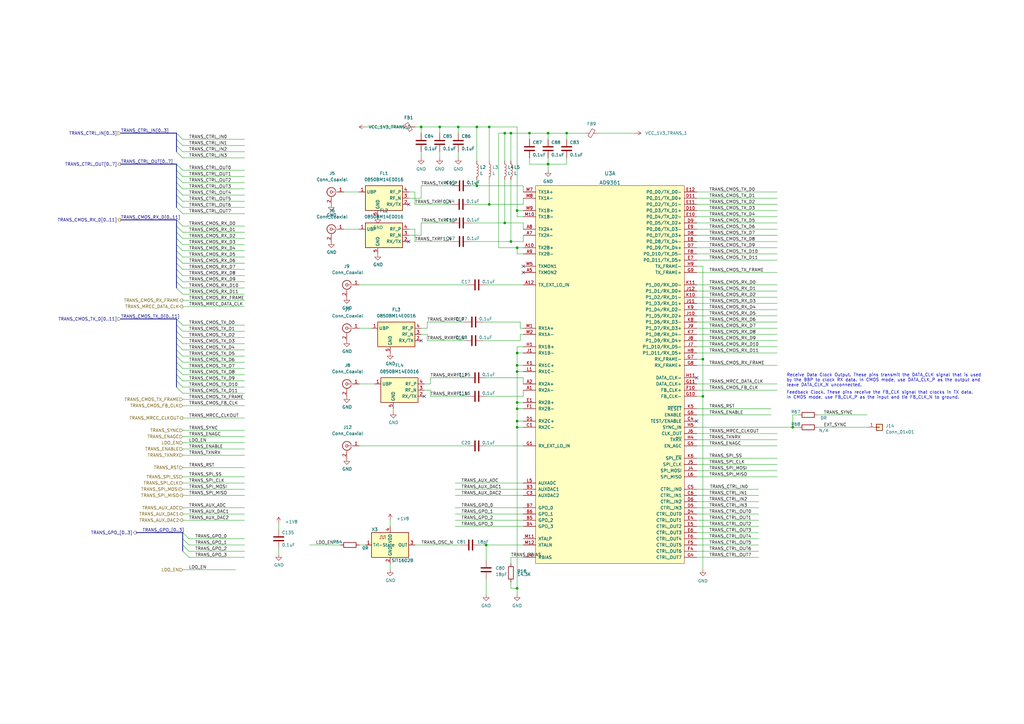
<source format=kicad_sch>
(kicad_sch (version 20220126) (generator eeschema)

  (uuid 5593a769-9706-458e-8e45-5bd0772d89cb)

  (paper "A3")

  (lib_symbols
    (symbol "7z010_ddr:AD9361" (pin_names (offset 1.016)) (in_bom yes) (on_board yes)
      (property "Reference" "U3" (id 0) (at 0 82.55 0)
        (effects (font (size 1.524 1.524)))
      )
      (property "Value" "AD9361" (id 1) (at 0 78.74 0)
        (effects (font (size 1.524 1.524)))
      )
      (property "Footprint" "RF_Transceiver:bga-100_10_10_1p32_0p8" (id 2) (at 0 0 0)
        (effects (font (size 1.524 1.524)) hide)
      )
      (property "Datasheet" "" (id 3) (at 0 0 0)
        (effects (font (size 1.524 1.524)) hide)
      )
      (property "ki_locked" "" (id 4) (at 0 0 0)
        (effects (font (size 1.27 1.27)))
      )
      (symbol "AD9361_1_1"
        (rectangle (start -30.48 77.47) (end 30.48 -77.47)
          (stroke (width 0) (type default))
          (fill (type background))
        )
        (pin input line (at -35.56 -6.35 0) (length 5.08)
          (name "RX2A-" (effects (font (size 1.27 1.27))))
          (number "A1" (effects (font (size 1.27 1.27))))
        )
        (pin output line (at -35.56 52.07 0) (length 5.08)
          (name "TX2B+" (effects (font (size 1.27 1.27))))
          (number "A10" (effects (font (size 1.27 1.27))))
        )
        (pin input line (at -35.56 36.83 0) (length 5.08)
          (name "TX_EXT_LO_IN" (effects (font (size 1.27 1.27))))
          (number "A12" (effects (font (size 1.27 1.27))))
        )
        (pin input line (at -35.56 -3.81 0) (length 5.08)
          (name "RX2A+" (effects (font (size 1.27 1.27))))
          (number "A2" (effects (font (size 1.27 1.27))))
        )
        (pin input line (at -35.56 41.91 0) (length 5.08)
          (name "TXMON2" (effects (font (size 1.27 1.27))))
          (number "A5" (effects (font (size 1.27 1.27))))
        )
        (pin output line (at -35.56 57.15 0) (length 5.08)
          (name "TX2A-" (effects (font (size 1.27 1.27))))
          (number "A7" (effects (font (size 1.27 1.27))))
        )
        (pin output line (at -35.56 59.69 0) (length 5.08)
          (name "TX2A+" (effects (font (size 1.27 1.27))))
          (number "A8" (effects (font (size 1.27 1.27))))
        )
        (pin output line (at -35.56 49.53 0) (length 5.08)
          (name "TX2B-" (effects (font (size 1.27 1.27))))
          (number "A9" (effects (font (size 1.27 1.27))))
        )
        (pin output line (at -35.56 -46.99 0) (length 5.08)
          (name "AUXDAC1" (effects (font (size 1.27 1.27))))
          (number "B3" (effects (font (size 1.27 1.27))))
        )
        (pin output line (at -35.56 -62.23 0) (length 5.08)
          (name "GPO_3" (effects (font (size 1.27 1.27))))
          (number "B4" (effects (font (size 1.27 1.27))))
        )
        (pin output line (at -35.56 -59.69 0) (length 5.08)
          (name "GPO_2" (effects (font (size 1.27 1.27))))
          (number "B5" (effects (font (size 1.27 1.27))))
        )
        (pin output line (at -35.56 -57.15 0) (length 5.08)
          (name "GPO_1" (effects (font (size 1.27 1.27))))
          (number "B6" (effects (font (size 1.27 1.27))))
        )
        (pin output line (at -35.56 -54.61 0) (length 5.08)
          (name "GPO_0" (effects (font (size 1.27 1.27))))
          (number "B7" (effects (font (size 1.27 1.27))))
        )
        (pin input line (at -35.56 -21.59 0) (length 5.08)
          (name "RX2C-" (effects (font (size 1.27 1.27))))
          (number "C1" (effects (font (size 1.27 1.27))))
        )
        (pin output line (at -35.56 -49.53 0) (length 5.08)
          (name "AUXDAC2" (effects (font (size 1.27 1.27))))
          (number "C3" (effects (font (size 1.27 1.27))))
        )
        (pin input line (at 35.56 -19.05 180) (length 5.08)
          (name "TEST/ENABLE" (effects (font (size 1.27 1.27))))
          (number "C4" (effects (font (size 1.27 1.27))))
        )
        (pin input line (at 35.56 -46.99 180) (length 5.08)
          (name "CTRL_IN0" (effects (font (size 1.27 1.27))))
          (number "C5" (effects (font (size 1.27 1.27))))
        )
        (pin input line (at 35.56 -49.53 180) (length 5.08)
          (name "CTRL_IN1" (effects (font (size 1.27 1.27))))
          (number "C6" (effects (font (size 1.27 1.27))))
        )
        (pin input line (at -35.56 -19.05 0) (length 5.08)
          (name "RX2C+" (effects (font (size 1.27 1.27))))
          (number "D1" (effects (font (size 1.27 1.27))))
        )
        (pin bidirectional line (at 35.56 67.31 180) (length 5.08)
          (name "P0_D3/TX_D1+" (effects (font (size 1.27 1.27))))
          (number "D10" (effects (font (size 1.27 1.27))))
        )
        (pin bidirectional line (at 35.56 72.39 180) (length 5.08)
          (name "P0_D1/TX_D0+" (effects (font (size 1.27 1.27))))
          (number "D11" (effects (font (size 1.27 1.27))))
        )
        (pin output line (at 35.56 -57.15 180) (length 5.08)
          (name "CTRL_OUT0" (effects (font (size 1.27 1.27))))
          (number "D4" (effects (font (size 1.27 1.27))))
        )
        (pin input line (at 35.56 -54.61 180) (length 5.08)
          (name "CTRL_IN3" (effects (font (size 1.27 1.27))))
          (number "D5" (effects (font (size 1.27 1.27))))
        )
        (pin input line (at 35.56 -52.07 180) (length 5.08)
          (name "CTRL_IN2" (effects (font (size 1.27 1.27))))
          (number "D6" (effects (font (size 1.27 1.27))))
        )
        (pin bidirectional line (at 35.56 52.07 180) (length 5.08)
          (name "P0_D9/TX_D4+" (effects (font (size 1.27 1.27))))
          (number "D7" (effects (font (size 1.27 1.27))))
        )
        (pin bidirectional line (at 35.56 57.15 180) (length 5.08)
          (name "P0_D7/TX_D3+" (effects (font (size 1.27 1.27))))
          (number "D8" (effects (font (size 1.27 1.27))))
        )
        (pin bidirectional line (at 35.56 62.23 180) (length 5.08)
          (name "P0_D5/TX_D2+" (effects (font (size 1.27 1.27))))
          (number "D9" (effects (font (size 1.27 1.27))))
        )
        (pin input line (at -35.56 -11.43 0) (length 5.08)
          (name "RX2B+" (effects (font (size 1.27 1.27))))
          (number "E1" (effects (font (size 1.27 1.27))))
        )
        (pin bidirectional line (at 35.56 64.77 180) (length 5.08)
          (name "P0_D4/TX_D2-" (effects (font (size 1.27 1.27))))
          (number "E10" (effects (font (size 1.27 1.27))))
        )
        (pin bidirectional line (at 35.56 69.85 180) (length 5.08)
          (name "P0_D2/TX_D1-" (effects (font (size 1.27 1.27))))
          (number "E11" (effects (font (size 1.27 1.27))))
        )
        (pin bidirectional line (at 35.56 74.93 180) (length 5.08)
          (name "P0_D0/TX_D0-" (effects (font (size 1.27 1.27))))
          (number "E12" (effects (font (size 1.27 1.27))))
        )
        (pin output line (at 35.56 -59.69 180) (length 5.08)
          (name "CTRL_OUT1" (effects (font (size 1.27 1.27))))
          (number "E4" (effects (font (size 1.27 1.27))))
        )
        (pin output line (at 35.56 -62.23 180) (length 5.08)
          (name "CTRL_OUT2" (effects (font (size 1.27 1.27))))
          (number "E5" (effects (font (size 1.27 1.27))))
        )
        (pin output line (at 35.56 -64.77 180) (length 5.08)
          (name "CTRL_OUT3" (effects (font (size 1.27 1.27))))
          (number "E6" (effects (font (size 1.27 1.27))))
        )
        (pin bidirectional line (at 35.56 46.99 180) (length 5.08)
          (name "P0_D11/TX_D5+" (effects (font (size 1.27 1.27))))
          (number "E7" (effects (font (size 1.27 1.27))))
        )
        (pin bidirectional line (at 35.56 54.61 180) (length 5.08)
          (name "P0_D8/TX_D4-" (effects (font (size 1.27 1.27))))
          (number "E8" (effects (font (size 1.27 1.27))))
        )
        (pin bidirectional line (at 35.56 59.69 180) (length 5.08)
          (name "P0_D6/TX_D3-" (effects (font (size 1.27 1.27))))
          (number "E9" (effects (font (size 1.27 1.27))))
        )
        (pin input line (at -35.56 -13.97 0) (length 5.08)
          (name "RX2B-" (effects (font (size 1.27 1.27))))
          (number "F1" (effects (font (size 1.27 1.27))))
        )
        (pin input line (at 35.56 -6.35 180) (length 5.08)
          (name "FB_CLK+" (effects (font (size 1.27 1.27))))
          (number "F10" (effects (font (size 1.27 1.27))))
        )
        (pin output line (at 35.56 -72.39 180) (length 5.08)
          (name "CTRL_OUT6" (effects (font (size 1.27 1.27))))
          (number "F4" (effects (font (size 1.27 1.27))))
        )
        (pin output line (at 35.56 -69.85 180) (length 5.08)
          (name "CTRL_OUT5" (effects (font (size 1.27 1.27))))
          (number "F5" (effects (font (size 1.27 1.27))))
        )
        (pin output line (at 35.56 -67.31 180) (length 5.08)
          (name "CTRL_OUT4" (effects (font (size 1.27 1.27))))
          (number "F6" (effects (font (size 1.27 1.27))))
        )
        (pin bidirectional line (at 35.56 49.53 180) (length 5.08)
          (name "P0_D10/TX_D5-" (effects (font (size 1.27 1.27))))
          (number "F8" (effects (font (size 1.27 1.27))))
        )
        (pin input line (at -35.56 -29.21 0) (length 5.08)
          (name "RX_EXT_LO_IN" (effects (font (size 1.27 1.27))))
          (number "G1" (effects (font (size 1.27 1.27))))
        )
        (pin input line (at 35.56 -8.89 180) (length 5.08)
          (name "FB_CLK-" (effects (font (size 1.27 1.27))))
          (number "G10" (effects (font (size 1.27 1.27))))
        )
        (pin output line (at 35.56 -3.81 180) (length 5.08)
          (name "DATA_CLK+" (effects (font (size 1.27 1.27))))
          (number "G11" (effects (font (size 1.27 1.27))))
        )
        (pin output line (at 35.56 -74.93 180) (length 5.08)
          (name "CTRL_OUT7" (effects (font (size 1.27 1.27))))
          (number "G4" (effects (font (size 1.27 1.27))))
        )
        (pin input line (at 35.56 -29.21 180) (length 5.08)
          (name "EN_AGC" (effects (font (size 1.27 1.27))))
          (number "G5" (effects (font (size 1.27 1.27))))
        )
        (pin input line (at 35.56 -16.51 180) (length 5.08)
          (name "ENABLE" (effects (font (size 1.27 1.27))))
          (number "G6" (effects (font (size 1.27 1.27))))
        )
        (pin output line (at 35.56 6.35 180) (length 5.08)
          (name "RX_FRAME-" (effects (font (size 1.27 1.27))))
          (number "G7" (effects (font (size 1.27 1.27))))
        )
        (pin output line (at 35.56 3.81 180) (length 5.08)
          (name "RX_FRAME+" (effects (font (size 1.27 1.27))))
          (number "G8" (effects (font (size 1.27 1.27))))
        )
        (pin input line (at 35.56 41.91 180) (length 5.08)
          (name "TX_FRAME+" (effects (font (size 1.27 1.27))))
          (number "G9" (effects (font (size 1.27 1.27))))
        )
        (pin input line (at -35.56 11.43 0) (length 5.08)
          (name "RX1B+" (effects (font (size 1.27 1.27))))
          (number "H1" (effects (font (size 1.27 1.27))))
        )
        (pin output line (at 35.56 -1.27 180) (length 5.08)
          (name "DATA_CLK-" (effects (font (size 1.27 1.27))))
          (number "H11" (effects (font (size 1.27 1.27))))
        )
        (pin output line (at 35.56 -26.67 180) (length 5.08)
          (name "TX~{RX}" (effects (font (size 1.27 1.27))))
          (number "H4" (effects (font (size 1.27 1.27))))
        )
        (pin input line (at 35.56 -21.59 180) (length 5.08)
          (name "SYNC_IN" (effects (font (size 1.27 1.27))))
          (number "H5" (effects (font (size 1.27 1.27))))
        )
        (pin bidirectional line (at 35.56 8.89 180) (length 5.08)
          (name "P1_D11/RX_D5+" (effects (font (size 1.27 1.27))))
          (number "H8" (effects (font (size 1.27 1.27))))
        )
        (pin input line (at 35.56 44.45 180) (length 5.08)
          (name "TX_FRAME-" (effects (font (size 1.27 1.27))))
          (number "H9" (effects (font (size 1.27 1.27))))
        )
        (pin input line (at -35.56 8.89 0) (length 5.08)
          (name "RX1B-" (effects (font (size 1.27 1.27))))
          (number "J1" (effects (font (size 1.27 1.27))))
        )
        (pin bidirectional line (at 35.56 24.13 180) (length 5.08)
          (name "P1_D5/RX_D2+" (effects (font (size 1.27 1.27))))
          (number "J10" (effects (font (size 1.27 1.27))))
        )
        (pin bidirectional line (at 35.56 29.21 180) (length 5.08)
          (name "P1_D3/RX_D1+" (effects (font (size 1.27 1.27))))
          (number "J11" (effects (font (size 1.27 1.27))))
        )
        (pin bidirectional line (at 35.56 34.29 180) (length 5.08)
          (name "P1_D1/RX_D0+" (effects (font (size 1.27 1.27))))
          (number "J12" (effects (font (size 1.27 1.27))))
        )
        (pin input line (at 35.56 -39.37 180) (length 5.08)
          (name "SPI_MOSI" (effects (font (size 1.27 1.27))))
          (number "J4" (effects (font (size 1.27 1.27))))
        )
        (pin input line (at 35.56 -36.83 180) (length 5.08)
          (name "SPI_CLK" (effects (font (size 1.27 1.27))))
          (number "J5" (effects (font (size 1.27 1.27))))
        )
        (pin output line (at 35.56 -24.13 180) (length 5.08)
          (name "CLK_OUT" (effects (font (size 1.27 1.27))))
          (number "J6" (effects (font (size 1.27 1.27))))
        )
        (pin bidirectional line (at 35.56 11.43 180) (length 5.08)
          (name "P1_D10/RX_D5-" (effects (font (size 1.27 1.27))))
          (number "J7" (effects (font (size 1.27 1.27))))
        )
        (pin bidirectional line (at 35.56 13.97 180) (length 5.08)
          (name "P1_D9/RX_D4+" (effects (font (size 1.27 1.27))))
          (number "J8" (effects (font (size 1.27 1.27))))
        )
        (pin bidirectional line (at 35.56 19.05 180) (length 5.08)
          (name "P1_D7/RX_D3+" (effects (font (size 1.27 1.27))))
          (number "J9" (effects (font (size 1.27 1.27))))
        )
        (pin input line (at -35.56 3.81 0) (length 5.08)
          (name "RX1C+" (effects (font (size 1.27 1.27))))
          (number "K1" (effects (font (size 1.27 1.27))))
        )
        (pin bidirectional line (at 35.56 31.75 180) (length 5.08)
          (name "P1_D2/RX_D1-" (effects (font (size 1.27 1.27))))
          (number "K10" (effects (font (size 1.27 1.27))))
        )
        (pin bidirectional line (at 35.56 36.83 180) (length 5.08)
          (name "P1_D0/RX_D0-" (effects (font (size 1.27 1.27))))
          (number "K11" (effects (font (size 1.27 1.27))))
        )
        (pin input line (at 35.56 -13.97 180) (length 5.08)
          (name "~{RESET}" (effects (font (size 1.27 1.27))))
          (number "K5" (effects (font (size 1.27 1.27))))
        )
        (pin input line (at 35.56 -34.29 180) (length 5.08)
          (name "SPI_~{EN}" (effects (font (size 1.27 1.27))))
          (number "K6" (effects (font (size 1.27 1.27))))
        )
        (pin bidirectional line (at 35.56 16.51 180) (length 5.08)
          (name "P1_D8/RX_D4-" (effects (font (size 1.27 1.27))))
          (number "K7" (effects (font (size 1.27 1.27))))
        )
        (pin bidirectional line (at 35.56 21.59 180) (length 5.08)
          (name "P1_D6/RX_D3-" (effects (font (size 1.27 1.27))))
          (number "K8" (effects (font (size 1.27 1.27))))
        )
        (pin bidirectional line (at 35.56 26.67 180) (length 5.08)
          (name "P1_D4/RX_D2-" (effects (font (size 1.27 1.27))))
          (number "K9" (effects (font (size 1.27 1.27))))
        )
        (pin input line (at -35.56 1.27 0) (length 5.08)
          (name "RX1C-" (effects (font (size 1.27 1.27))))
          (number "L1" (effects (font (size 1.27 1.27))))
        )
        (pin bidirectional line (at -35.56 -74.93 0) (length 5.08)
          (name "RBIAS" (effects (font (size 1.27 1.27))))
          (number "L4" (effects (font (size 1.27 1.27))))
        )
        (pin input line (at -35.56 -44.45 0) (length 5.08)
          (name "AUXADC" (effects (font (size 1.27 1.27))))
          (number "L5" (effects (font (size 1.27 1.27))))
        )
        (pin output line (at 35.56 -41.91 180) (length 5.08)
          (name "SPI_MISO" (effects (font (size 1.27 1.27))))
          (number "L6" (effects (font (size 1.27 1.27))))
        )
        (pin input line (at -35.56 19.05 0) (length 5.08)
          (name "RX1A+" (effects (font (size 1.27 1.27))))
          (number "M1" (effects (font (size 1.27 1.27))))
        )
        (pin output line (at -35.56 64.77 0) (length 5.08)
          (name "TX1B-" (effects (font (size 1.27 1.27))))
          (number "M10" (effects (font (size 1.27 1.27))))
        )
        (pin bidirectional line (at -35.56 -67.31 0) (length 5.08)
          (name "XTALP" (effects (font (size 1.27 1.27))))
          (number "M11" (effects (font (size 1.27 1.27))))
        )
        (pin bidirectional line (at -35.56 -69.85 0) (length 5.08)
          (name "XTALN" (effects (font (size 1.27 1.27))))
          (number "M12" (effects (font (size 1.27 1.27))))
        )
        (pin input line (at -35.56 16.51 0) (length 5.08)
          (name "RX1A-" (effects (font (size 1.27 1.27))))
          (number "M2" (effects (font (size 1.27 1.27))))
        )
        (pin input line (at -35.56 44.45 0) (length 5.08)
          (name "TXMON1" (effects (font (size 1.27 1.27))))
          (number "M5" (effects (font (size 1.27 1.27))))
        )
        (pin output line (at -35.56 74.93 0) (length 5.08)
          (name "TX1A+" (effects (font (size 1.27 1.27))))
          (number "M7" (effects (font (size 1.27 1.27))))
        )
        (pin output line (at -35.56 72.39 0) (length 5.08)
          (name "TX1A-" (effects (font (size 1.27 1.27))))
          (number "M8" (effects (font (size 1.27 1.27))))
        )
        (pin output line (at -35.56 67.31 0) (length 5.08)
          (name "TX1B+" (effects (font (size 1.27 1.27))))
          (number "M9" (effects (font (size 1.27 1.27))))
        )
      )
      (symbol "AD9361_2_1"
        (rectangle (start -30.48 60.96) (end 30.48 -60.96)
          (stroke (width 0) (type default))
          (fill (type background))
        )
        (pin power_in line (at -35.56 -17.78 0) (length 5.08)
          (name "VddA1P1_TX_VCO" (effects (font (size 1.27 1.27))))
          (number "A11" (effects (font (size 1.27 1.27))))
        )
        (pin no_connect line (at 35.56 58.42 180) (length 5.08)
          (name "NC" (effects (font (size 1.27 1.27))))
          (number "A3" (effects (font (size 1.27 1.27))))
        )
        (pin power_in line (at 35.56 45.72 180) (length 5.08)
          (name "VssA" (effects (font (size 1.27 1.27))))
          (number "A4" (effects (font (size 1.27 1.27))))
        )
        (pin power_in line (at 35.56 40.64 180) (length 5.08)
          (name "VssA" (effects (font (size 1.27 1.27))))
          (number "A6" (effects (font (size 1.27 1.27))))
        )
        (pin power_in line (at 35.56 38.1 180) (length 5.08)
          (name "VssA" (effects (font (size 1.27 1.27))))
          (number "B1" (effects (font (size 1.27 1.27))))
        )
        (pin power_in line (at -35.56 38.1 0) (length 5.08)
          (name "VddA1P3_TX_VCO_LDO" (effects (font (size 1.27 1.27))))
          (number "B10" (effects (font (size 1.27 1.27))))
        )
        (pin power_out line (at -35.56 -12.7 0) (length 5.08)
          (name "TX_VCO_LDO_OUT" (effects (font (size 1.27 1.27))))
          (number "B11" (effects (font (size 1.27 1.27))))
        )
        (pin power_in line (at 35.56 33.02 180) (length 5.08)
          (name "VssA" (effects (font (size 1.27 1.27))))
          (number "B12" (effects (font (size 1.27 1.27))))
        )
        (pin power_in line (at 35.56 35.56 180) (length 5.08)
          (name "VssA" (effects (font (size 1.27 1.27))))
          (number "B2" (effects (font (size 1.27 1.27))))
        )
        (pin power_in line (at -35.56 -38.1 0) (length 5.08)
          (name "Vdd_GPO" (effects (font (size 1.27 1.27))))
          (number "B8" (effects (font (size 1.27 1.27))))
        )
        (pin power_in line (at -35.56 40.64 0) (length 5.08)
          (name "VddA1P3_TX_LO" (effects (font (size 1.27 1.27))))
          (number "B9" (effects (font (size 1.27 1.27))))
        )
        (pin power_in line (at 35.56 17.78 180) (length 5.08)
          (name "VssA" (effects (font (size 1.27 1.27))))
          (number "C10" (effects (font (size 1.27 1.27))))
        )
        (pin power_in line (at 35.56 15.24 180) (length 5.08)
          (name "VssA" (effects (font (size 1.27 1.27))))
          (number "C11" (effects (font (size 1.27 1.27))))
        )
        (pin power_in line (at 35.56 12.7 180) (length 5.08)
          (name "VssA" (effects (font (size 1.27 1.27))))
          (number "C12" (effects (font (size 1.27 1.27))))
        )
        (pin power_in line (at 35.56 27.94 180) (length 5.08)
          (name "VssA" (effects (font (size 1.27 1.27))))
          (number "C2" (effects (font (size 1.27 1.27))))
        )
        (pin power_in line (at 35.56 25.4 180) (length 5.08)
          (name "VssA" (effects (font (size 1.27 1.27))))
          (number "C7" (effects (font (size 1.27 1.27))))
        )
        (pin power_in line (at 35.56 22.86 180) (length 5.08)
          (name "VssA" (effects (font (size 1.27 1.27))))
          (number "C8" (effects (font (size 1.27 1.27))))
        )
        (pin power_in line (at 35.56 20.32 180) (length 5.08)
          (name "VssA" (effects (font (size 1.27 1.27))))
          (number "C9" (effects (font (size 1.27 1.27))))
        )
        (pin power_in line (at 35.56 -40.64 180) (length 5.08)
          (name "VssD" (effects (font (size 1.27 1.27))))
          (number "D12" (effects (font (size 1.27 1.27))))
        )
        (pin power_in line (at -35.56 25.4 0) (length 5.08)
          (name "VddA1P3_RX_RF" (effects (font (size 1.27 1.27))))
          (number "D2" (effects (font (size 1.27 1.27))))
        )
        (pin power_in line (at -35.56 58.42 0) (length 5.08)
          (name "VddA1P3_RX_TX" (effects (font (size 1.27 1.27))))
          (number "D3" (effects (font (size 1.27 1.27))))
        )
        (pin power_in line (at -35.56 22.86 0) (length 5.08)
          (name "VddA1P3_RX_LO" (effects (font (size 1.27 1.27))))
          (number "E2" (effects (font (size 1.27 1.27))))
        )
        (pin power_in line (at -35.56 35.56 0) (length 5.08)
          (name "VddA1P3_TX_LO_BUFFER" (effects (font (size 1.27 1.27))))
          (number "E3" (effects (font (size 1.27 1.27))))
        )
        (pin power_in line (at 35.56 -48.26 180) (length 5.08)
          (name "VssD" (effects (font (size 1.27 1.27))))
          (number "F11" (effects (font (size 1.27 1.27))))
        )
        (pin power_in line (at -35.56 -45.72 0) (length 5.08)
          (name "VddD1P3_DIG" (effects (font (size 1.27 1.27))))
          (number "F12" (effects (font (size 1.27 1.27))))
        )
        (pin power_in line (at -35.56 20.32 0) (length 5.08)
          (name "VddA1P3_RX_VCO_LDO" (effects (font (size 1.27 1.27))))
          (number "F2" (effects (font (size 1.27 1.27))))
        )
        (pin power_in line (at 35.56 2.54 180) (length 5.08)
          (name "VssA" (effects (font (size 1.27 1.27))))
          (number "F3" (effects (font (size 1.27 1.27))))
        )
        (pin power_in line (at 35.56 -43.18 180) (length 5.08)
          (name "VssD" (effects (font (size 1.27 1.27))))
          (number "F7" (effects (font (size 1.27 1.27))))
        )
        (pin power_in line (at 35.56 -45.72 180) (length 5.08)
          (name "VssD" (effects (font (size 1.27 1.27))))
          (number "F9" (effects (font (size 1.27 1.27))))
        )
        (pin power_in line (at 35.56 -50.8 180) (length 5.08)
          (name "VssD" (effects (font (size 1.27 1.27))))
          (number "G12" (effects (font (size 1.27 1.27))))
        )
        (pin power_out line (at -35.56 0 0) (length 5.08)
          (name "RX_VCO_LDO_OUT" (effects (font (size 1.27 1.27))))
          (number "G2" (effects (font (size 1.27 1.27))))
        )
        (pin power_in line (at -35.56 -5.08 0) (length 5.08)
          (name "VddA1P1_RX_VCO" (effects (font (size 1.27 1.27))))
          (number "G3" (effects (font (size 1.27 1.27))))
        )
        (pin power_in line (at 35.56 -55.88 180) (length 5.08)
          (name "VssD" (effects (font (size 1.27 1.27))))
          (number "H10" (effects (font (size 1.27 1.27))))
        )
        (pin power_in line (at -35.56 -30.48 0) (length 5.08)
          (name "Vdd_INTERFACE" (effects (font (size 1.27 1.27))))
          (number "H12" (effects (font (size 1.27 1.27))))
        )
        (pin power_in line (at 35.56 0 180) (length 5.08)
          (name "VssA" (effects (font (size 1.27 1.27))))
          (number "H2" (effects (font (size 1.27 1.27))))
        )
        (pin power_in line (at 35.56 -2.54 180) (length 5.08)
          (name "VssA" (effects (font (size 1.27 1.27))))
          (number "H3" (effects (font (size 1.27 1.27))))
        )
        (pin power_in line (at 35.56 -5.08 180) (length 5.08)
          (name "VssA" (effects (font (size 1.27 1.27))))
          (number "H6" (effects (font (size 1.27 1.27))))
        )
        (pin power_in line (at 35.56 -53.34 180) (length 5.08)
          (name "VssD" (effects (font (size 1.27 1.27))))
          (number "H7" (effects (font (size 1.27 1.27))))
        )
        (pin power_in line (at 35.56 -7.62 180) (length 5.08)
          (name "VssA" (effects (font (size 1.27 1.27))))
          (number "J2" (effects (font (size 1.27 1.27))))
        )
        (pin power_in line (at -35.56 17.78 0) (length 5.08)
          (name "VddA1P3_RX_SYNTH" (effects (font (size 1.27 1.27))))
          (number "J3" (effects (font (size 1.27 1.27))))
        )
        (pin power_in line (at 35.56 -58.42 180) (length 5.08)
          (name "VssD" (effects (font (size 1.27 1.27))))
          (number "K12" (effects (font (size 1.27 1.27))))
        )
        (pin power_in line (at 35.56 -10.16 180) (length 5.08)
          (name "VssA" (effects (font (size 1.27 1.27))))
          (number "K2" (effects (font (size 1.27 1.27))))
        )
        (pin power_in line (at -35.56 33.02 0) (length 5.08)
          (name "VddA1P3_TX_SYNTH" (effects (font (size 1.27 1.27))))
          (number "K3" (effects (font (size 1.27 1.27))))
        )
        (pin power_in line (at -35.56 10.16 0) (length 5.08)
          (name "VddA1P3_BB" (effects (font (size 1.27 1.27))))
          (number "K4" (effects (font (size 1.27 1.27))))
        )
        (pin power_in line (at 35.56 -25.4 180) (length 5.08)
          (name "VssA" (effects (font (size 1.27 1.27))))
          (number "L10" (effects (font (size 1.27 1.27))))
        )
        (pin power_in line (at 35.56 -27.94 180) (length 5.08)
          (name "VssA" (effects (font (size 1.27 1.27))))
          (number "L11" (effects (font (size 1.27 1.27))))
        )
        (pin power_in line (at 35.56 -30.48 180) (length 5.08)
          (name "VssA" (effects (font (size 1.27 1.27))))
          (number "L12" (effects (font (size 1.27 1.27))))
        )
        (pin power_in line (at 35.56 -12.7 180) (length 5.08)
          (name "VssA" (effects (font (size 1.27 1.27))))
          (number "L2" (effects (font (size 1.27 1.27))))
        )
        (pin power_in line (at 35.56 -15.24 180) (length 5.08)
          (name "VssA" (effects (font (size 1.27 1.27))))
          (number "L3" (effects (font (size 1.27 1.27))))
        )
        (pin power_in line (at 35.56 -17.78 180) (length 5.08)
          (name "VssA" (effects (font (size 1.27 1.27))))
          (number "L7" (effects (font (size 1.27 1.27))))
        )
        (pin power_in line (at 35.56 -20.32 180) (length 5.08)
          (name "VssA" (effects (font (size 1.27 1.27))))
          (number "L8" (effects (font (size 1.27 1.27))))
        )
        (pin power_in line (at 35.56 -22.86 180) (length 5.08)
          (name "VssA" (effects (font (size 1.27 1.27))))
          (number "L9" (effects (font (size 1.27 1.27))))
        )
        (pin no_connect line (at 35.56 55.88 180) (length 5.08)
          (name "NC" (effects (font (size 1.27 1.27))))
          (number "M3" (effects (font (size 1.27 1.27))))
        )
        (pin power_in line (at 35.56 -33.02 180) (length 5.08)
          (name "VssA" (effects (font (size 1.27 1.27))))
          (number "M4" (effects (font (size 1.27 1.27))))
        )
        (pin power_in line (at 35.56 -35.56 180) (length 5.08)
          (name "VssA" (effects (font (size 1.27 1.27))))
          (number "M6" (effects (font (size 1.27 1.27))))
        )
      )
    )
    (symbol "7z010_ddr:ECS-2520MV-xxx-xx" (in_bom yes) (on_board yes)
      (property "Reference" "X2" (id 0) (at -6.35 6.35 0)
        (effects (font (size 1.27 1.27)))
      )
      (property "Value" "ECS-2520MV-xxx-xx" (id 1) (at 5.08 -6.35 0)
        (effects (font (size 1.27 1.27)))
      )
      (property "Footprint" "Oscillator:Oscillator_SMD_ECS_2520MV-xxx-xx-4Pin_2.5x2.0mm" (id 2) (at 11.43 -8.89 0)
        (effects (font (size 1.27 1.27)) hide)
      )
      (property "Datasheet" "https://www.ecsxtal.com/store/pdf/ECS-2520MV.pdf" (id 3) (at -4.445 3.175 0)
        (effects (font (size 1.27 1.27)) hide)
      )
      (property "ki_keywords" "Crystal Clock Oscillator ECS SMD" (id 4) (at 0 0 0)
        (effects (font (size 1.27 1.27)) hide)
      )
      (property "ki_description" "HCMOS Crystal Clock Oscillator, 2.5x2.0 mm SMD" (id 5) (at 0 0 0)
        (effects (font (size 1.27 1.27)) hide)
      )
      (property "ki_fp_filters" "Oscillator*SMD*ECS*2520MV*2.5x2.0mm*" (id 6) (at 0 0 0)
        (effects (font (size 1.27 1.27)) hide)
      )
      (symbol "ECS-2520MV-xxx-xx_0_1"
        (rectangle (start -7.62 5.08) (end 7.62 -5.08)
          (stroke (width 0.254) (type default))
          (fill (type background))
        )
        (polyline
          (pts
            (xy -4.445 2.54)
            (xy -3.81 2.54)
            (xy -3.81 3.81)
            (xy -3.175 3.81)
            (xy -3.175 2.54)
            (xy -2.54 2.54)
            (xy -2.54 3.81)
            (xy -1.905 3.81)
            (xy -1.905 2.54)
          )
          (stroke (width 0) (type default))
          (fill (type none))
        )
      )
      (symbol "ECS-2520MV-xxx-xx_1_1"
        (pin input line (at -10.16 0 0) (length 2.54)
          (name "Tri-State" (effects (font (size 1.27 1.27))))
          (number "1" (effects (font (size 1.27 1.27))))
        )
        (pin passive line (at 0 -7.62 90) (length 2.54)
          (name "GND" (effects (font (size 1.27 1.27))))
          (number "2" (effects (font (size 1.27 1.27))))
        )
        (pin output line (at 10.16 0 180) (length 2.54)
          (name "OUT" (effects (font (size 1.27 1.27))))
          (number "3" (effects (font (size 1.27 1.27))))
        )
        (pin power_in line (at 0 7.62 270) (length 2.54)
          (name "VDD" (effects (font (size 1.27 1.27))))
          (number "4" (effects (font (size 1.27 1.27))))
        )
      )
    )
    (symbol "7z010_ddr:VCC_1V3_TRANS_0" (power) (pin_names (offset 0)) (in_bom yes) (on_board yes)
      (property "Reference" "#PWR0224" (id 0) (at 0 -3.81 0)
        (effects (font (size 1.27 1.27)) hide)
      )
      (property "Value" "VCC_1V3_TRANS_0" (id 1) (at 0 3.81 0)
        (effects (font (size 1.27 1.27)))
      )
      (property "Footprint" "" (id 2) (at 0 0 0)
        (effects (font (size 1.27 1.27)) hide)
      )
      (property "Datasheet" "" (id 3) (at 0 0 0)
        (effects (font (size 1.27 1.27)) hide)
      )
      (property "ki_keywords" "power-flag" (id 4) (at 0 0 0)
        (effects (font (size 1.27 1.27)) hide)
      )
      (property "ki_description" "Power symbol creates a global label with name \"+1V3\"" (id 5) (at 0 0 0)
        (effects (font (size 1.27 1.27)) hide)
      )
      (symbol "VCC_1V3_TRANS_0_0_1"
        (polyline
          (pts
            (xy -0.762 1.27)
            (xy 0 2.54)
          )
          (stroke (width 0) (type default))
          (fill (type none))
        )
        (polyline
          (pts
            (xy 0 0)
            (xy 0 2.54)
          )
          (stroke (width 0) (type default))
          (fill (type none))
        )
        (polyline
          (pts
            (xy 0 2.54)
            (xy 0.762 1.27)
          )
          (stroke (width 0) (type default))
          (fill (type none))
        )
      )
      (symbol "VCC_1V3_TRANS_0_1_1"
        (pin power_in line (at 0 0 90) (length 0) hide
          (name "VCC_1V3_TRANS_0" (effects (font (size 1.27 1.27))))
          (number "1" (effects (font (size 1.27 1.27))))
        )
      )
    )
    (symbol "7z010_ddr:VCC_1V3_TRANS_1" (power) (pin_names (offset 0)) (in_bom yes) (on_board yes)
      (property "Reference" "#PWR0224" (id 0) (at 0 -3.81 0)
        (effects (font (size 1.27 1.27)) hide)
      )
      (property "Value" "VCC_1V3_TRANS_1" (id 1) (at 0 3.81 0)
        (effects (font (size 1.27 1.27)))
      )
      (property "Footprint" "" (id 2) (at 0 0 0)
        (effects (font (size 1.27 1.27)) hide)
      )
      (property "Datasheet" "" (id 3) (at 0 0 0)
        (effects (font (size 1.27 1.27)) hide)
      )
      (property "ki_keywords" "power-flag" (id 4) (at 0 0 0)
        (effects (font (size 1.27 1.27)) hide)
      )
      (property "ki_description" "Power symbol creates a global label with name \"+1V3\"" (id 5) (at 0 0 0)
        (effects (font (size 1.27 1.27)) hide)
      )
      (symbol "VCC_1V3_TRANS_1_0_1"
        (polyline
          (pts
            (xy -0.762 1.27)
            (xy 0 2.54)
          )
          (stroke (width 0) (type default))
          (fill (type none))
        )
        (polyline
          (pts
            (xy 0 0)
            (xy 0 2.54)
          )
          (stroke (width 0) (type default))
          (fill (type none))
        )
        (polyline
          (pts
            (xy 0 2.54)
            (xy 0.762 1.27)
          )
          (stroke (width 0) (type default))
          (fill (type none))
        )
      )
      (symbol "VCC_1V3_TRANS_1_1_1"
        (pin power_in line (at 0 0 90) (length 0) hide
          (name "VCC_1V3_TRANS_1" (effects (font (size 1.27 1.27))))
          (number "1" (effects (font (size 1.27 1.27))))
        )
      )
    )
    (symbol "Connector:Conn_Coaxial" (pin_names (offset 1.016) hide) (in_bom yes) (on_board yes)
      (property "Reference" "J" (id 0) (at 0.254 3.048 0)
        (effects (font (size 1.27 1.27)))
      )
      (property "Value" "Conn_Coaxial" (id 1) (at 2.921 0 90)
        (effects (font (size 1.27 1.27)))
      )
      (property "Footprint" "" (id 2) (at 0 0 0)
        (effects (font (size 1.27 1.27)) hide)
      )
      (property "Datasheet" " ~" (id 3) (at 0 0 0)
        (effects (font (size 1.27 1.27)) hide)
      )
      (property "ki_keywords" "BNC SMA SMB SMC LEMO coaxial connector CINCH RCA" (id 4) (at 0 0 0)
        (effects (font (size 1.27 1.27)) hide)
      )
      (property "ki_description" "coaxial connector (BNC, SMA, SMB, SMC, Cinch/RCA, LEMO, ...)" (id 5) (at 0 0 0)
        (effects (font (size 1.27 1.27)) hide)
      )
      (property "ki_fp_filters" "*BNC* *SMA* *SMB* *SMC* *Cinch* *LEMO*" (id 6) (at 0 0 0)
        (effects (font (size 1.27 1.27)) hide)
      )
      (symbol "Conn_Coaxial_0_1"
        (arc (start -1.778 -0.508) (mid 0.222 -1.808) (end 1.778 0)
          (stroke (width 0.254) (type default))
          (fill (type none))
        )
        (polyline
          (pts
            (xy -2.54 0)
            (xy -0.508 0)
          )
          (stroke (width 0) (type default))
          (fill (type none))
        )
        (polyline
          (pts
            (xy 0 -2.54)
            (xy 0 -1.778)
          )
          (stroke (width 0) (type default))
          (fill (type none))
        )
        (circle (center 0 0) (radius 0.508)
          (stroke (width 0.2032) (type default))
          (fill (type none))
        )
        (arc (start 1.778 0) (mid 0.222 1.8083) (end -1.778 0.508)
          (stroke (width 0.254) (type default))
          (fill (type none))
        )
      )
      (symbol "Conn_Coaxial_1_1"
        (pin passive line (at -5.08 0 0) (length 2.54)
          (name "In" (effects (font (size 1.27 1.27))))
          (number "1" (effects (font (size 1.27 1.27))))
        )
        (pin passive line (at 0 -5.08 90) (length 2.54)
          (name "Ext" (effects (font (size 1.27 1.27))))
          (number "2" (effects (font (size 1.27 1.27))))
        )
      )
    )
    (symbol "Connector_Generic:Conn_01x01" (pin_names (offset 1.016) hide) (in_bom yes) (on_board yes)
      (property "Reference" "J" (id 0) (at 0 2.54 0)
        (effects (font (size 1.27 1.27)))
      )
      (property "Value" "Conn_01x01" (id 1) (at 0 -2.54 0)
        (effects (font (size 1.27 1.27)))
      )
      (property "Footprint" "" (id 2) (at 0 0 0)
        (effects (font (size 1.27 1.27)) hide)
      )
      (property "Datasheet" "~" (id 3) (at 0 0 0)
        (effects (font (size 1.27 1.27)) hide)
      )
      (property "ki_keywords" "connector" (id 4) (at 0 0 0)
        (effects (font (size 1.27 1.27)) hide)
      )
      (property "ki_description" "Generic connector, single row, 01x01, script generated (kicad-library-utils/schlib/autogen/connector/)" (id 5) (at 0 0 0)
        (effects (font (size 1.27 1.27)) hide)
      )
      (property "ki_fp_filters" "Connector*:*_1x??_*" (id 6) (at 0 0 0)
        (effects (font (size 1.27 1.27)) hide)
      )
      (symbol "Conn_01x01_1_1"
        (rectangle (start -1.27 0.127) (end 0 -0.127)
          (stroke (width 0.1524) (type default))
          (fill (type none))
        )
        (rectangle (start -1.27 1.27) (end 1.27 -1.27)
          (stroke (width 0.254) (type default))
          (fill (type background))
        )
        (pin passive line (at -5.08 0 0) (length 3.81)
          (name "Pin_1" (effects (font (size 1.27 1.27))))
          (number "1" (effects (font (size 1.27 1.27))))
        )
      )
    )
    (symbol "Device:C" (pin_numbers hide) (pin_names (offset 0.254)) (in_bom yes) (on_board yes)
      (property "Reference" "C" (id 0) (at 0.635 2.54 0)
        (effects (font (size 1.27 1.27)) (justify left))
      )
      (property "Value" "C" (id 1) (at 0.635 -2.54 0)
        (effects (font (size 1.27 1.27)) (justify left))
      )
      (property "Footprint" "" (id 2) (at 0.9652 -3.81 0)
        (effects (font (size 1.27 1.27)) hide)
      )
      (property "Datasheet" "~" (id 3) (at 0 0 0)
        (effects (font (size 1.27 1.27)) hide)
      )
      (property "ki_keywords" "cap capacitor" (id 4) (at 0 0 0)
        (effects (font (size 1.27 1.27)) hide)
      )
      (property "ki_description" "Unpolarized capacitor" (id 5) (at 0 0 0)
        (effects (font (size 1.27 1.27)) hide)
      )
      (property "ki_fp_filters" "C_*" (id 6) (at 0 0 0)
        (effects (font (size 1.27 1.27)) hide)
      )
      (symbol "C_0_1"
        (polyline
          (pts
            (xy -2.032 -0.762)
            (xy 2.032 -0.762)
          )
          (stroke (width 0.508) (type default))
          (fill (type none))
        )
        (polyline
          (pts
            (xy -2.032 0.762)
            (xy 2.032 0.762)
          )
          (stroke (width 0.508) (type default))
          (fill (type none))
        )
      )
      (symbol "C_1_1"
        (pin passive line (at 0 3.81 270) (length 2.794)
          (name "~" (effects (font (size 1.27 1.27))))
          (number "1" (effects (font (size 1.27 1.27))))
        )
        (pin passive line (at 0 -3.81 90) (length 2.794)
          (name "~" (effects (font (size 1.27 1.27))))
          (number "2" (effects (font (size 1.27 1.27))))
        )
      )
    )
    (symbol "Device:FerriteBead_Small" (pin_numbers hide) (pin_names (offset 0)) (in_bom yes) (on_board yes)
      (property "Reference" "FB" (id 0) (at 1.905 1.27 0)
        (effects (font (size 1.27 1.27)) (justify left))
      )
      (property "Value" "FerriteBead_Small" (id 1) (at 1.905 -1.27 0)
        (effects (font (size 1.27 1.27)) (justify left))
      )
      (property "Footprint" "" (id 2) (at -1.778 0 90)
        (effects (font (size 1.27 1.27)) hide)
      )
      (property "Datasheet" "~" (id 3) (at 0 0 0)
        (effects (font (size 1.27 1.27)) hide)
      )
      (property "ki_keywords" "L ferrite bead inductor filter" (id 4) (at 0 0 0)
        (effects (font (size 1.27 1.27)) hide)
      )
      (property "ki_description" "Ferrite bead, small symbol" (id 5) (at 0 0 0)
        (effects (font (size 1.27 1.27)) hide)
      )
      (property "ki_fp_filters" "Inductor_* L_* *Ferrite*" (id 6) (at 0 0 0)
        (effects (font (size 1.27 1.27)) hide)
      )
      (symbol "FerriteBead_Small_0_1"
        (polyline
          (pts
            (xy 0 -1.27)
            (xy 0 -0.7874)
          )
          (stroke (width 0) (type default))
          (fill (type none))
        )
        (polyline
          (pts
            (xy 0 0.889)
            (xy 0 1.2954)
          )
          (stroke (width 0) (type default))
          (fill (type none))
        )
        (polyline
          (pts
            (xy -1.8288 0.2794)
            (xy -1.1176 1.4986)
            (xy 1.8288 -0.2032)
            (xy 1.1176 -1.4224)
            (xy -1.8288 0.2794)
          )
          (stroke (width 0) (type default))
          (fill (type none))
        )
      )
      (symbol "FerriteBead_Small_1_1"
        (pin passive line (at 0 2.54 270) (length 1.27)
          (name "~" (effects (font (size 1.27 1.27))))
          (number "1" (effects (font (size 1.27 1.27))))
        )
        (pin passive line (at 0 -2.54 90) (length 1.27)
          (name "~" (effects (font (size 1.27 1.27))))
          (number "2" (effects (font (size 1.27 1.27))))
        )
      )
    )
    (symbol "Device:L" (pin_numbers hide) (pin_names (offset 1.016) hide) (in_bom yes) (on_board yes)
      (property "Reference" "L" (id 0) (at -1.27 0 90)
        (effects (font (size 1.27 1.27)))
      )
      (property "Value" "L" (id 1) (at 1.905 0 90)
        (effects (font (size 1.27 1.27)))
      )
      (property "Footprint" "" (id 2) (at 0 0 0)
        (effects (font (size 1.27 1.27)) hide)
      )
      (property "Datasheet" "~" (id 3) (at 0 0 0)
        (effects (font (size 1.27 1.27)) hide)
      )
      (property "ki_keywords" "inductor choke coil reactor magnetic" (id 4) (at 0 0 0)
        (effects (font (size 1.27 1.27)) hide)
      )
      (property "ki_description" "Inductor" (id 5) (at 0 0 0)
        (effects (font (size 1.27 1.27)) hide)
      )
      (property "ki_fp_filters" "Choke_* *Coil* Inductor_* L_*" (id 6) (at 0 0 0)
        (effects (font (size 1.27 1.27)) hide)
      )
      (symbol "L_0_1"
        (arc (start 0 -2.54) (mid 0.6322 -1.905) (end 0 -1.27)
          (stroke (width 0) (type default))
          (fill (type none))
        )
        (arc (start 0 -1.27) (mid 0.6322 -0.635) (end 0 0)
          (stroke (width 0) (type default))
          (fill (type none))
        )
        (arc (start 0 0) (mid 0.6322 0.635) (end 0 1.27)
          (stroke (width 0) (type default))
          (fill (type none))
        )
        (arc (start 0 1.27) (mid 0.6322 1.905) (end 0 2.54)
          (stroke (width 0) (type default))
          (fill (type none))
        )
      )
      (symbol "L_1_1"
        (pin passive line (at 0 3.81 270) (length 1.27)
          (name "1" (effects (font (size 1.27 1.27))))
          (number "1" (effects (font (size 1.27 1.27))))
        )
        (pin passive line (at 0 -3.81 90) (length 1.27)
          (name "2" (effects (font (size 1.27 1.27))))
          (number "2" (effects (font (size 1.27 1.27))))
        )
      )
    )
    (symbol "Device:R" (pin_numbers hide) (pin_names (offset 0)) (in_bom yes) (on_board yes)
      (property "Reference" "R" (id 0) (at 2.032 0 90)
        (effects (font (size 1.27 1.27)))
      )
      (property "Value" "R" (id 1) (at 0 0 90)
        (effects (font (size 1.27 1.27)))
      )
      (property "Footprint" "" (id 2) (at -1.778 0 90)
        (effects (font (size 1.27 1.27)) hide)
      )
      (property "Datasheet" "~" (id 3) (at 0 0 0)
        (effects (font (size 1.27 1.27)) hide)
      )
      (property "ki_keywords" "R res resistor" (id 4) (at 0 0 0)
        (effects (font (size 1.27 1.27)) hide)
      )
      (property "ki_description" "Resistor" (id 5) (at 0 0 0)
        (effects (font (size 1.27 1.27)) hide)
      )
      (property "ki_fp_filters" "R_*" (id 6) (at 0 0 0)
        (effects (font (size 1.27 1.27)) hide)
      )
      (symbol "R_0_1"
        (rectangle (start -1.016 -2.54) (end 1.016 2.54)
          (stroke (width 0.254) (type default))
          (fill (type none))
        )
      )
      (symbol "R_1_1"
        (pin passive line (at 0 3.81 270) (length 1.27)
          (name "~" (effects (font (size 1.27 1.27))))
          (number "1" (effects (font (size 1.27 1.27))))
        )
        (pin passive line (at 0 -3.81 90) (length 1.27)
          (name "~" (effects (font (size 1.27 1.27))))
          (number "2" (effects (font (size 1.27 1.27))))
        )
      )
    )
    (symbol "Filter:0850BM14E0016" (in_bom yes) (on_board yes)
      (property "Reference" "FL" (id 0) (at -6.35 -6.35 0)
        (effects (font (size 1.27 1.27)))
      )
      (property "Value" "0850BM14E0016" (id 1) (at 0 6.35 0)
        (effects (font (size 1.27 1.27)))
      )
      (property "Footprint" "RF_Converter:Balun_Johanson_1.6x0.8mm" (id 2) (at 0 -17.78 0)
        (effects (font (size 1.27 1.27)) hide)
      )
      (property "Datasheet" "https://www.johansontechnology.com/datasheets/0850BM14E0016/0850BM14E0016.pdf" (id 3) (at -24.13 15.24 0)
        (effects (font (size 1.27 1.27)) hide)
      )
      (property "ki_keywords" "Sub-GHz Balun" (id 4) (at 0 0 0)
        (effects (font (size 1.27 1.27)) hide)
      )
      (property "ki_description" "Sub-GHz Impedance Matched Balun + LPF integrated Passive" (id 5) (at 0 0 0)
        (effects (font (size 1.27 1.27)) hide)
      )
      (property "ki_fp_filters" "Balun*Johanson*1.6x0.8mm*" (id 6) (at 0 0 0)
        (effects (font (size 1.27 1.27)) hide)
      )
      (symbol "0850BM14E0016_0_0"
        (pin passive line (at 10.16 2.54 180) (length 2.54)
          (name "UBP" (effects (font (size 1.27 1.27))))
          (number "1" (effects (font (size 1.27 1.27))))
        )
        (pin passive line (at -10.16 -2.54 0) (length 2.54)
          (name "RX/TX" (effects (font (size 1.27 1.27))))
          (number "2" (effects (font (size 1.27 1.27))))
        )
        (pin passive line (at -10.16 0 0) (length 2.54)
          (name "RF_N" (effects (font (size 1.27 1.27))))
          (number "3" (effects (font (size 1.27 1.27))))
        )
        (pin passive line (at -10.16 2.54 0) (length 2.54)
          (name "RF_P" (effects (font (size 1.27 1.27))))
          (number "4" (effects (font (size 1.27 1.27))))
        )
        (pin power_in line (at 2.54 -7.62 90) (length 2.54)
          (name "GND" (effects (font (size 1.27 1.27))))
          (number "5" (effects (font (size 1.27 1.27))))
        )
        (pin passive line (at 2.54 -7.62 90) (length 2.54) hide
          (name "GND" (effects (font (size 1.27 1.27))))
          (number "6" (effects (font (size 1.27 1.27))))
        )
      )
      (symbol "0850BM14E0016_0_1"
        (rectangle (start -7.62 5.08) (end 7.62 -5.08)
          (stroke (width 0.254) (type default))
          (fill (type background))
        )
      )
    )
    (symbol "power:+1V8" (power) (pin_names (offset 0)) (in_bom yes) (on_board yes)
      (property "Reference" "#PWR" (id 0) (at 0 -3.81 0)
        (effects (font (size 1.27 1.27)) hide)
      )
      (property "Value" "+1V8" (id 1) (at 0 3.556 0)
        (effects (font (size 1.27 1.27)))
      )
      (property "Footprint" "" (id 2) (at 0 0 0)
        (effects (font (size 1.27 1.27)) hide)
      )
      (property "Datasheet" "" (id 3) (at 0 0 0)
        (effects (font (size 1.27 1.27)) hide)
      )
      (property "ki_keywords" "power-flag" (id 4) (at 0 0 0)
        (effects (font (size 1.27 1.27)) hide)
      )
      (property "ki_description" "Power symbol creates a global label with name \"+1V8\"" (id 5) (at 0 0 0)
        (effects (font (size 1.27 1.27)) hide)
      )
      (symbol "+1V8_0_1"
        (polyline
          (pts
            (xy -0.762 1.27)
            (xy 0 2.54)
          )
          (stroke (width 0) (type default))
          (fill (type none))
        )
        (polyline
          (pts
            (xy 0 0)
            (xy 0 2.54)
          )
          (stroke (width 0) (type default))
          (fill (type none))
        )
        (polyline
          (pts
            (xy 0 2.54)
            (xy 0.762 1.27)
          )
          (stroke (width 0) (type default))
          (fill (type none))
        )
      )
      (symbol "+1V8_1_1"
        (pin power_in line (at 0 0 90) (length 0) hide
          (name "+1V8" (effects (font (size 1.27 1.27))))
          (number "1" (effects (font (size 1.27 1.27))))
        )
      )
    )
    (symbol "power:GND" (power) (pin_names (offset 0)) (in_bom yes) (on_board yes)
      (property "Reference" "#PWR" (id 0) (at 0 -6.35 0)
        (effects (font (size 1.27 1.27)) hide)
      )
      (property "Value" "GND" (id 1) (at 0 -3.81 0)
        (effects (font (size 1.27 1.27)))
      )
      (property "Footprint" "" (id 2) (at 0 0 0)
        (effects (font (size 1.27 1.27)) hide)
      )
      (property "Datasheet" "" (id 3) (at 0 0 0)
        (effects (font (size 1.27 1.27)) hide)
      )
      (property "ki_keywords" "power-flag" (id 4) (at 0 0 0)
        (effects (font (size 1.27 1.27)) hide)
      )
      (property "ki_description" "Power symbol creates a global label with name \"GND\" , ground" (id 5) (at 0 0 0)
        (effects (font (size 1.27 1.27)) hide)
      )
      (symbol "GND_0_1"
        (polyline
          (pts
            (xy 0 0)
            (xy 0 -1.27)
            (xy 1.27 -1.27)
            (xy 0 -2.54)
            (xy -1.27 -1.27)
            (xy 0 -1.27)
          )
          (stroke (width 0) (type default))
          (fill (type none))
        )
      )
      (symbol "GND_1_1"
        (pin power_in line (at 0 0 270) (length 0) hide
          (name "GND" (effects (font (size 1.27 1.27))))
          (number "1" (effects (font (size 1.27 1.27))))
        )
      )
    )
  )

  (junction (at 217.17 54.61) (diameter 0) (color 0 0 0 0)
    (uuid 299532b1-93d0-4005-b52e-62fd7a3546b7)
  )
  (junction (at 200.66 52.07) (diameter 0) (color 0 0 0 0)
    (uuid 3123b808-62d8-4ee7-9d6e-f2cbe53be2ea)
  )
  (junction (at 180.34 52.07) (diameter 0) (color 0 0 0 0)
    (uuid 4716f4df-0265-4202-80a4-af958aa8a745)
  )
  (junction (at 212.09 152.4) (diameter 0) (color 0 0 0 0)
    (uuid 51fad884-0226-45ec-8451-d69dbe3bfaeb)
  )
  (junction (at 212.09 241.3) (diameter 0) (color 0 0 0 0)
    (uuid 5c7bc017-c3c3-4c48-9a16-a5b952498039)
  )
  (junction (at 212.09 149.86) (diameter 0) (color 0 0 0 0)
    (uuid 6189fe4f-906d-4715-a3de-0cecd40ccdcf)
  )
  (junction (at 212.09 165.1) (diameter 0) (color 0 0 0 0)
    (uuid 6905ed4e-a589-4860-a259-4c6e033fc038)
  )
  (junction (at 195.58 76.2) (diameter 0) (color 0 0 0 0)
    (uuid 6b199d14-597d-4e2c-8d12-b0a309f0272b)
  )
  (junction (at 207.01 91.44) (diameter 0) (color 0 0 0 0)
    (uuid 6ff8ee21-d0f0-4793-919c-6cb719f56c09)
  )
  (junction (at 195.58 52.07) (diameter 0) (color 0 0 0 0)
    (uuid 73547b66-0c4b-4627-88ff-dbd8331d37e2)
  )
  (junction (at 200.66 83.82) (diameter 0) (color 0 0 0 0)
    (uuid 77f62d24-e494-427f-9a79-bb2224d56c94)
  )
  (junction (at 232.41 54.61) (diameter 0) (color 0 0 0 0)
    (uuid 7f8fe543-2029-492d-89b9-db3011f1c6f7)
  )
  (junction (at 325.12 175.26) (diameter 0) (color 0 0 0 0)
    (uuid 8074ea0b-cab8-4b58-b4f9-b5af2a71d6a2)
  )
  (junction (at 224.79 67.31) (diameter 0) (color 0 0 0 0)
    (uuid 8b28279b-ea00-409b-a68c-05505aca20d3)
  )
  (junction (at 212.09 172.72) (diameter 0) (color 0 0 0 0)
    (uuid 8e5de43a-12f6-485e-9877-63db147880a4)
  )
  (junction (at 212.09 167.64) (diameter 0) (color 0 0 0 0)
    (uuid a3e52d51-d2f5-4efc-a0b9-4448f78269e7)
  )
  (junction (at 207.01 54.61) (diameter 0) (color 0 0 0 0)
    (uuid aaec4942-81d1-4a72-a6ee-4c72b4c3d56c)
  )
  (junction (at 212.09 86.36) (diameter 0) (color 0 0 0 0)
    (uuid b45853bd-67c1-4de4-827e-b8b30f76f55e)
  )
  (junction (at 209.55 99.06) (diameter 0) (color 0 0 0 0)
    (uuid ba4b2ca9-82ab-417f-922c-5c232c552618)
  )
  (junction (at 224.79 54.61) (diameter 0) (color 0 0 0 0)
    (uuid c2684e88-cb1f-467b-9c56-f41c5e7962ce)
  )
  (junction (at 172.72 52.07) (diameter 0) (color 0 0 0 0)
    (uuid c2b2df2f-a126-4ee8-b128-d3025ca2e579)
  )
  (junction (at 209.55 54.61) (diameter 0) (color 0 0 0 0)
    (uuid c7f6cf66-5625-4c5b-ab9f-732190be5a7b)
  )
  (junction (at 212.09 175.26) (diameter 0) (color 0 0 0 0)
    (uuid c9684a08-a4bb-4eb0-8f89-d93e6d432091)
  )
  (junction (at 212.09 101.6) (diameter 0) (color 0 0 0 0)
    (uuid d76bfd7a-030a-4877-b2b0-d3c9a1ee2ff2)
  )
  (junction (at 199.39 223.52) (diameter 0) (color 0 0 0 0)
    (uuid df87ea0a-1afe-4e5c-84b8-11cb683e292c)
  )
  (junction (at 288.29 147.32) (diameter 0) (color 0 0 0 0)
    (uuid e15f34df-ef2d-4b1f-a91a-57a30250f734)
  )
  (junction (at 212.09 144.78) (diameter 0) (color 0 0 0 0)
    (uuid ecabc747-16dc-4533-b6e0-ac74630eb1cd)
  )
  (junction (at 288.29 162.56) (diameter 0) (color 0 0 0 0)
    (uuid ecfb9f09-9baa-4b63-814e-3dd15473c320)
  )
  (junction (at 187.96 52.07) (diameter 0) (color 0 0 0 0)
    (uuid fe74502b-0ca1-4adc-bd6c-935e084bc18e)
  )

  (no_connect (at 214.63 109.22) (uuid 0d5ec7a1-d473-4aa9-8f12-cf21041a188e))
  (no_connect (at 214.63 111.76) (uuid 0d5ec7a1-d473-4aa9-8f12-cf21041a188f))
  (no_connect (at 173.99 162.56) (uuid 29c8b53d-ef0c-4dc8-ad69-1016781af7a8))
  (no_connect (at 167.64 99.06) (uuid 29c8b53d-ef0c-4dc8-ad69-1016781af7a9))
  (no_connect (at 167.64 83.82) (uuid 29c8b53d-ef0c-4dc8-ad69-1016781af7aa))
  (no_connect (at 172.72 139.7) (uuid 29c8b53d-ef0c-4dc8-ad69-1016781af7ab))
  (no_connect (at 285.75 172.72) (uuid 6f4b4d40-e731-44c1-906d-ade019c2b718))
  (no_connect (at 285.75 154.94) (uuid d10d5574-6362-483b-bfbc-c7a12f1811ff))

  (bus_entry (at 72.39 54.61) (size 2.54 2.54)
    (stroke (width 0) (type default))
    (uuid 035bdc84-2249-4a94-8451-5aeed9b42bb8)
  )
  (bus_entry (at 72.39 90.17) (size 2.54 2.54)
    (stroke (width 0) (type default))
    (uuid 06aa4d63-54fd-4ea9-bc14-d46ce29463e8)
  )
  (bus_entry (at 72.39 105.41) (size 2.54 2.54)
    (stroke (width 0) (type default))
    (uuid 0d84b572-5b9d-48ed-a34a-9cb62f5bd2a3)
  )
  (bus_entry (at 72.39 95.25) (size 2.54 2.54)
    (stroke (width 0) (type default))
    (uuid 0e827e9d-19d0-4830-adee-e829669aa4c6)
  )
  (bus_entry (at 72.39 100.33) (size 2.54 2.54)
    (stroke (width 0) (type default))
    (uuid 11407f72-296b-486c-8b76-b290a026e092)
  )
  (bus_entry (at 72.39 151.13) (size 2.54 2.54)
    (stroke (width 0) (type default))
    (uuid 15042728-0ae4-4179-835c-8dc250275282)
  )
  (bus_entry (at 72.39 102.87) (size 2.54 2.54)
    (stroke (width 0) (type default))
    (uuid 1e8a0701-c17d-4728-b9b2-72d709ece4bf)
  )
  (bus_entry (at 72.39 85.09) (size 2.54 2.54)
    (stroke (width 0) (type default))
    (uuid 27d14751-8ad8-40f8-9089-3e1fa7b928f0)
  )
  (bus_entry (at 72.39 59.69) (size 2.54 2.54)
    (stroke (width 0) (type default))
    (uuid 2fb1fa3f-67b4-4443-bb42-00e0b50000f4)
  )
  (bus_entry (at 72.39 118.11) (size 2.54 2.54)
    (stroke (width 0) (type default))
    (uuid 31e895e5-7b36-4827-b794-b5b947f2801b)
  )
  (bus_entry (at 72.39 146.05) (size 2.54 2.54)
    (stroke (width 0) (type default))
    (uuid 45d0be27-92b3-4bdb-8caf-0545fa02b1bd)
  )
  (bus_entry (at 72.39 69.85) (size 2.54 2.54)
    (stroke (width 0) (type default))
    (uuid 4cb60a9e-dc2d-41fb-bbf5-8affa4ccdb46)
  )
  (bus_entry (at 72.39 158.75) (size 2.54 2.54)
    (stroke (width 0) (type default))
    (uuid 4ebc68e2-7dcd-40ae-b738-07fafd7083eb)
  )
  (bus_entry (at 72.39 72.39) (size 2.54 2.54)
    (stroke (width 0) (type default))
    (uuid 571fd41a-0f2a-4609-84bb-638b7c931737)
  )
  (bus_entry (at 72.39 135.89) (size 2.54 2.54)
    (stroke (width 0) (type default))
    (uuid 578b99d6-2038-49e2-ba3f-2fe7246eede8)
  )
  (bus_entry (at 72.39 107.95) (size 2.54 2.54)
    (stroke (width 0) (type default))
    (uuid 6752fba3-64ed-4e70-bb62-7526cac3282b)
  )
  (bus_entry (at 72.39 74.93) (size 2.54 2.54)
    (stroke (width 0) (type default))
    (uuid 695f18e1-feb0-4476-8953-d739b81820a0)
  )
  (bus_entry (at 72.39 97.79) (size 2.54 2.54)
    (stroke (width 0) (type default))
    (uuid 69b6a353-3df8-4a7b-a578-5468aa52947c)
  )
  (bus_entry (at 72.39 67.31) (size 2.54 2.54)
    (stroke (width 0) (type default))
    (uuid 78074ad5-1cab-4d1f-9c03-7f6c195bd93c)
  )
  (bus_entry (at 72.39 82.55) (size 2.54 2.54)
    (stroke (width 0) (type default))
    (uuid 7dab1c48-2db3-41ff-9544-ed253612fab8)
  )
  (bus_entry (at 72.39 62.23) (size 2.54 2.54)
    (stroke (width 0) (type default))
    (uuid 8905f389-265b-40f7-9e5b-31ba212922eb)
  )
  (bus_entry (at 72.39 110.49) (size 2.54 2.54)
    (stroke (width 0) (type default))
    (uuid 958d1a77-c57a-4740-a2b1-92069d0be992)
  )
  (bus_entry (at 72.39 57.15) (size 2.54 2.54)
    (stroke (width 0) (type default))
    (uuid 9ec871c1-4e05-4164-b89f-2e9855186b95)
  )
  (bus_entry (at 72.39 153.67) (size 2.54 2.54)
    (stroke (width 0) (type default))
    (uuid b2fcc79a-db1f-4688-be2b-7c1638ddbd6a)
  )
  (bus_entry (at 72.39 156.21) (size 2.54 2.54)
    (stroke (width 0) (type default))
    (uuid b921797f-b1b0-4926-9198-54f72b17f13c)
  )
  (bus_entry (at 72.39 140.97) (size 2.54 2.54)
    (stroke (width 0) (type default))
    (uuid bae4f346-51ed-4f38-b503-905634a12292)
  )
  (bus_entry (at 72.39 92.71) (size 2.54 2.54)
    (stroke (width 0) (type default))
    (uuid c6ed29f5-fb74-49e9-88df-44db5f547df2)
  )
  (bus_entry (at 72.39 130.81) (size 2.54 2.54)
    (stroke (width 0) (type default))
    (uuid c9551d39-d69d-4476-83f1-053cbdf491dc)
  )
  (bus_entry (at 72.39 115.57) (size 2.54 2.54)
    (stroke (width 0) (type default))
    (uuid ce235a51-cd72-49ff-8b9b-9bd3774fb51f)
  )
  (bus_entry (at 72.39 138.43) (size 2.54 2.54)
    (stroke (width 0) (type default))
    (uuid d61d35e9-ae5d-4248-aadd-6607f8e44d93)
  )
  (bus_entry (at 72.39 148.59) (size 2.54 2.54)
    (stroke (width 0) (type default))
    (uuid d72465aa-aacc-4de2-a79a-3a3f1f51029f)
  )
  (bus_entry (at 72.39 143.51) (size 2.54 2.54)
    (stroke (width 0) (type default))
    (uuid d7617c08-6e28-4193-9507-a17f8ae9c097)
  )
  (bus_entry (at 72.39 113.03) (size 2.54 2.54)
    (stroke (width 0) (type default))
    (uuid d803dee4-2f70-4c55-be7c-684086c372ca)
  )
  (bus_entry (at 74.93 226.06) (size 2.54 2.54)
    (stroke (width 0) (type default))
    (uuid dcd4810b-d423-4740-a078-61b07847346c)
  )
  (bus_entry (at 74.93 218.44) (size 2.54 2.54)
    (stroke (width 0) (type default))
    (uuid dcd4810b-d423-4740-a078-61b07847346d)
  )
  (bus_entry (at 74.93 220.98) (size 2.54 2.54)
    (stroke (width 0) (type default))
    (uuid dcd4810b-d423-4740-a078-61b07847346e)
  )
  (bus_entry (at 74.93 223.52) (size 2.54 2.54)
    (stroke (width 0) (type default))
    (uuid dcd4810b-d423-4740-a078-61b07847346f)
  )
  (bus_entry (at 72.39 80.01) (size 2.54 2.54)
    (stroke (width 0) (type default))
    (uuid de1f8893-19b4-44f6-a2d6-60129abca588)
  )
  (bus_entry (at 72.39 133.35) (size 2.54 2.54)
    (stroke (width 0) (type default))
    (uuid e74ed292-90c2-433d-a1fa-f8bad9630c30)
  )
  (bus_entry (at 72.39 77.47) (size 2.54 2.54)
    (stroke (width 0) (type default))
    (uuid f0c0ad3a-f62e-41d4-92aa-8ad7562c7c87)
  )

  (wire (pts (xy 175.26 139.7) (xy 190.5 139.7))
    (stroke (width 0) (type default))
    (uuid 01b0f5d3-cab8-4d21-92cd-f70aa7f9a7ff)
  )
  (wire (pts (xy 285.75 134.62) (xy 318.77 134.62))
    (stroke (width 0) (type default))
    (uuid 0273ca60-d010-47c6-a660-2d664dc682d5)
  )
  (wire (pts (xy 74.93 102.87) (xy 100.33 102.87))
    (stroke (width 0) (type default))
    (uuid 03568301-29af-4605-bb0a-58dcb11b02f3)
  )
  (bus (pts (xy 72.39 62.23) (xy 72.39 59.69))
    (stroke (width 0) (type default))
    (uuid 035a586d-4657-4874-b535-597c93ba28eb)
  )

  (wire (pts (xy 214.63 154.94) (xy 214.63 157.48))
    (stroke (width 0) (type default))
    (uuid 03d5bbdf-5c18-4e24-af72-0aff6fdf33ab)
  )
  (wire (pts (xy 74.93 123.19) (xy 100.33 123.19))
    (stroke (width 0) (type default))
    (uuid 0481ae54-85dc-4c8f-ace8-8b00b4191c14)
  )
  (wire (pts (xy 285.75 180.34) (xy 318.77 180.34))
    (stroke (width 0) (type default))
    (uuid 04eddd0d-1235-43f9-a08a-d146cce9c540)
  )
  (bus (pts (xy 49.53 130.81) (xy 72.39 130.81))
    (stroke (width 0) (type default))
    (uuid 0566d9ff-dead-44a7-8ef7-1450e7c2b00e)
  )

  (wire (pts (xy 335.28 170.18) (xy 355.6 170.18))
    (stroke (width 0) (type default))
    (uuid 058e130d-fca2-468b-9b64-7f4d46ef0fe8)
  )
  (wire (pts (xy 74.93 179.07) (xy 100.33 179.07))
    (stroke (width 0) (type default))
    (uuid 06d7aa60-3a89-4fb7-a0b9-d40d96d1393c)
  )
  (bus (pts (xy 55.88 218.44) (xy 74.93 218.44))
    (stroke (width 0) (type default))
    (uuid 0755277a-7f56-4404-a26f-8c0a0f17767a)
  )

  (wire (pts (xy 207.01 54.61) (xy 209.55 54.61))
    (stroke (width 0) (type default))
    (uuid 07fce982-6c3e-4e34-a546-3953907cb9f6)
  )
  (wire (pts (xy 172.72 76.2) (xy 172.72 81.28))
    (stroke (width 0) (type default))
    (uuid 0805a032-1632-4342-b5ae-78d4eee79362)
  )
  (bus (pts (xy 72.39 146.05) (xy 72.39 143.51))
    (stroke (width 0) (type default))
    (uuid 08e03f3b-a61a-436f-81cb-b1d5be5b7185)
  )

  (wire (pts (xy 214.63 104.14) (xy 212.09 104.14))
    (stroke (width 0) (type default))
    (uuid 09dac155-e4ae-48cc-8297-1a12ee111f9a)
  )
  (wire (pts (xy 224.79 67.31) (xy 217.17 67.31))
    (stroke (width 0) (type default))
    (uuid 0ad37847-ae0f-47e0-b8ff-e1380b0f0c37)
  )
  (bus (pts (xy 72.39 85.09) (xy 72.39 82.55))
    (stroke (width 0) (type default))
    (uuid 0db3a4ae-3ea3-4c7e-8e92-2deac5406ee4)
  )

  (wire (pts (xy 285.75 139.7) (xy 318.77 139.7))
    (stroke (width 0) (type default))
    (uuid 0e0556cc-8f7b-4407-89e1-79ebc635769a)
  )
  (wire (pts (xy 285.75 160.02) (xy 318.77 160.02))
    (stroke (width 0) (type default))
    (uuid 0ea79dc1-cbc4-4f34-9df1-d4126ab064fc)
  )
  (wire (pts (xy 285.75 205.74) (xy 311.15 205.74))
    (stroke (width 0) (type default))
    (uuid 0eb9f72d-6ef9-4766-8add-acdca1be9051)
  )
  (bus (pts (xy 72.39 105.41) (xy 72.39 102.87))
    (stroke (width 0) (type default))
    (uuid 0f0b26f9-5fb2-4dc7-9ac9-5414a700bc1f)
  )

  (wire (pts (xy 167.64 96.52) (xy 172.72 96.52))
    (stroke (width 0) (type default))
    (uuid 0ff86f4f-d182-43fb-97a2-08c214e78772)
  )
  (wire (pts (xy 285.75 200.66) (xy 311.15 200.66))
    (stroke (width 0) (type default))
    (uuid 104e20a1-df61-43c0-8eca-651a4c50c1ef)
  )
  (wire (pts (xy 217.17 57.15) (xy 217.17 54.61))
    (stroke (width 0) (type default))
    (uuid 10935cb8-aa75-4f00-b4e7-7195d3783bb1)
  )
  (wire (pts (xy 285.75 132.08) (xy 318.77 132.08))
    (stroke (width 0) (type default))
    (uuid 10ce61d1-f1cb-49bf-bdd2-61a652cfdafb)
  )
  (wire (pts (xy 207.01 54.61) (xy 204.47 54.61))
    (stroke (width 0) (type default))
    (uuid 11e1f027-7c8e-48fe-8070-6a8143794813)
  )
  (wire (pts (xy 74.93 135.89) (xy 100.33 135.89))
    (stroke (width 0) (type default))
    (uuid 12502858-4e06-468b-97ff-e8ebb76d6b83)
  )
  (wire (pts (xy 285.75 127) (xy 318.77 127))
    (stroke (width 0) (type default))
    (uuid 131c0bf4-98c6-49a5-844c-1598ff6a6c0f)
  )
  (wire (pts (xy 285.75 83.82) (xy 318.77 83.82))
    (stroke (width 0) (type default))
    (uuid 136c79ad-5782-49e0-8137-3f80babe00fe)
  )
  (wire (pts (xy 285.75 121.92) (xy 318.77 121.92))
    (stroke (width 0) (type default))
    (uuid 14e63a48-c5f2-47d0-86a5-2adc4e37ae33)
  )
  (wire (pts (xy 74.93 186.69) (xy 100.33 186.69))
    (stroke (width 0) (type default))
    (uuid 15723ae3-a6e2-4dde-8176-00b27e81d19c)
  )
  (wire (pts (xy 245.11 54.61) (xy 260.35 54.61))
    (stroke (width 0) (type default))
    (uuid 16364fa2-0ab8-4a37-b6f6-365246f9bb68)
  )
  (bus (pts (xy 72.39 156.21) (xy 72.39 153.67))
    (stroke (width 0) (type default))
    (uuid 1687d06c-29cf-40e8-966f-1fdb6cc52ed3)
  )

  (wire (pts (xy 232.41 54.61) (xy 240.03 54.61))
    (stroke (width 0) (type default))
    (uuid 16ad209f-2d85-4641-b25b-e693b59d2b4d)
  )
  (wire (pts (xy 212.09 241.3) (xy 212.09 243.84))
    (stroke (width 0) (type default))
    (uuid 19953272-a2f4-4d2a-b9cf-b17fc33aff7d)
  )
  (bus (pts (xy 72.39 100.33) (xy 72.39 97.79))
    (stroke (width 0) (type default))
    (uuid 1bac41cd-1f61-46e1-8657-b5b2484c5645)
  )

  (wire (pts (xy 165.1 52.07) (xy 149.86 52.07))
    (stroke (width 0) (type default))
    (uuid 1bca0743-5266-4daa-84cb-e8a45c6def1c)
  )
  (wire (pts (xy 285.75 109.22) (xy 288.29 109.22))
    (stroke (width 0) (type default))
    (uuid 1be9adc1-3778-4bd6-bb57-cdff116fc49f)
  )
  (wire (pts (xy 199.39 223.52) (xy 214.63 223.52))
    (stroke (width 0) (type default))
    (uuid 1c04ffdc-9af4-4663-9dc0-919106417635)
  )
  (wire (pts (xy 74.93 113.03) (xy 100.33 113.03))
    (stroke (width 0) (type default))
    (uuid 1dd7c82f-3603-4684-b0f4-3140da18ccb8)
  )
  (wire (pts (xy 214.63 142.24) (xy 212.09 142.24))
    (stroke (width 0) (type default))
    (uuid 1ea1f8ea-ecd3-48a5-b169-7bae63fcbda8)
  )
  (wire (pts (xy 176.53 154.94) (xy 176.53 157.48))
    (stroke (width 0) (type default))
    (uuid 209d4b0c-6487-454a-b692-59272c26ed79)
  )
  (wire (pts (xy 212.09 165.1) (xy 212.09 167.64))
    (stroke (width 0) (type default))
    (uuid 20ebc7df-6e5f-49f8-9f8d-b08771005f55)
  )
  (wire (pts (xy 212.09 52.07) (xy 212.09 86.36))
    (stroke (width 0) (type default))
    (uuid 2109a579-6d23-4c57-898d-16cffdac657c)
  )
  (wire (pts (xy 285.75 223.52) (xy 311.15 223.52))
    (stroke (width 0) (type default))
    (uuid 21ac7b36-d3f8-4a53-ac31-3ec17587a425)
  )
  (wire (pts (xy 170.18 223.52) (xy 189.23 223.52))
    (stroke (width 0) (type default))
    (uuid 24f94348-68a6-4bd1-ab58-dcacf372c328)
  )
  (wire (pts (xy 214.63 149.86) (xy 212.09 149.86))
    (stroke (width 0) (type default))
    (uuid 251f2af2-31ce-4bd9-9f2d-85a7f8251c8f)
  )
  (wire (pts (xy 285.75 193.04) (xy 318.77 193.04))
    (stroke (width 0) (type default))
    (uuid 2531fac4-1d43-4ea4-a544-28526b9c6112)
  )
  (wire (pts (xy 214.63 162.56) (xy 214.63 160.02))
    (stroke (width 0) (type default))
    (uuid 28e45461-43b9-4a76-9a03-aa15f9600f7d)
  )
  (wire (pts (xy 74.93 87.63) (xy 100.33 87.63))
    (stroke (width 0) (type default))
    (uuid 2a3652ef-ce36-4ad0-96bd-d8ba92ea81fa)
  )
  (wire (pts (xy 212.09 167.64) (xy 212.09 172.72))
    (stroke (width 0) (type default))
    (uuid 2a5bd6ea-3aaf-4371-988d-7f37209a6a2c)
  )
  (wire (pts (xy 160.02 213.36) (xy 160.02 215.9))
    (stroke (width 0) (type default))
    (uuid 2cda51fe-2b5f-42b4-99f9-7b4945740e04)
  )
  (wire (pts (xy 74.93 210.82) (xy 100.33 210.82))
    (stroke (width 0) (type default))
    (uuid 2dbc615f-ef76-41d3-b117-b7fcb38a5777)
  )
  (wire (pts (xy 200.66 73.66) (xy 200.66 83.82))
    (stroke (width 0) (type default))
    (uuid 2e2b426b-1d1f-4424-b559-63b485e33e09)
  )
  (wire (pts (xy 285.75 182.88) (xy 318.77 182.88))
    (stroke (width 0) (type default))
    (uuid 2e2fd83c-1b81-41a6-8fe5-8a603a4ada12)
  )
  (wire (pts (xy 74.93 74.93) (xy 100.33 74.93))
    (stroke (width 0) (type default))
    (uuid 2ecf3c26-8a0b-43b5-8da9-de14632ba367)
  )
  (wire (pts (xy 212.09 88.9) (xy 214.63 88.9))
    (stroke (width 0) (type default))
    (uuid 2f3ae3c0-beed-4237-86e8-3a89a1c28a9a)
  )
  (bus (pts (xy 72.39 110.49) (xy 72.39 107.95))
    (stroke (width 0) (type default))
    (uuid 2fc39736-24c5-462c-8a0a-ffbe45c20a79)
  )

  (wire (pts (xy 170.18 93.98) (xy 170.18 99.06))
    (stroke (width 0) (type default))
    (uuid 314e4fd3-2077-4ecf-ab71-8a1119e659a1)
  )
  (wire (pts (xy 214.63 86.36) (xy 212.09 86.36))
    (stroke (width 0) (type default))
    (uuid 32fbfdfc-63c0-4710-ae87-34f8d929c5e4)
  )
  (wire (pts (xy 285.75 190.5) (xy 318.77 190.5))
    (stroke (width 0) (type default))
    (uuid 338e3767-7afc-4def-beda-f9d42a946d2c)
  )
  (wire (pts (xy 285.75 124.46) (xy 318.77 124.46))
    (stroke (width 0) (type default))
    (uuid 34019150-1010-4c9e-bde1-aecd9db27827)
  )
  (wire (pts (xy 198.12 139.7) (xy 213.36 139.7))
    (stroke (width 0) (type default))
    (uuid 35551685-cede-42fd-916c-0450ca77ca1e)
  )
  (wire (pts (xy 214.63 83.82) (xy 214.63 81.28))
    (stroke (width 0) (type default))
    (uuid 37945e44-8ce2-47ee-84c6-4128def4041c)
  )
  (wire (pts (xy 214.63 76.2) (xy 214.63 78.74))
    (stroke (width 0) (type default))
    (uuid 37ee046c-3beb-4bec-a85c-1462d68bf832)
  )
  (wire (pts (xy 212.09 152.4) (xy 212.09 165.1))
    (stroke (width 0) (type default))
    (uuid 396a526d-8494-47f4-8d8b-43e38d0c5f53)
  )
  (wire (pts (xy 232.41 64.77) (xy 232.41 67.31))
    (stroke (width 0) (type default))
    (uuid 39904bc5-f92e-407b-bee1-5ac82567e8e9)
  )
  (wire (pts (xy 74.93 203.2) (xy 100.33 203.2))
    (stroke (width 0) (type default))
    (uuid 3a390292-3d01-456e-9e6c-09a038cceae7)
  )
  (wire (pts (xy 285.75 81.28) (xy 318.77 81.28))
    (stroke (width 0) (type default))
    (uuid 3bd75b42-1ed0-4e08-b858-2704b3579928)
  )
  (wire (pts (xy 285.75 195.58) (xy 318.77 195.58))
    (stroke (width 0) (type default))
    (uuid 3bdf37fd-8960-49f7-a5f3-9dc845d79e3c)
  )
  (wire (pts (xy 175.26 134.62) (xy 172.72 134.62))
    (stroke (width 0) (type default))
    (uuid 3c20833e-d272-495a-94e2-e0275f5e41d3)
  )
  (wire (pts (xy 170.18 78.74) (xy 170.18 83.82))
    (stroke (width 0) (type default))
    (uuid 3c3d24e1-21e7-46a4-9431-02863e056010)
  )
  (wire (pts (xy 186.69 208.28) (xy 214.63 208.28))
    (stroke (width 0) (type default))
    (uuid 3cc02a7f-419b-44d0-aa44-79608c98f861)
  )
  (wire (pts (xy 187.96 52.07) (xy 195.58 52.07))
    (stroke (width 0) (type default))
    (uuid 3e95600f-ae7d-4c98-b0b4-30ac0b552628)
  )
  (wire (pts (xy 172.72 91.44) (xy 185.42 91.44))
    (stroke (width 0) (type default))
    (uuid 3f5c2b03-d2fc-4d9b-b711-682776aa6dce)
  )
  (wire (pts (xy 207.01 54.61) (xy 207.01 66.04))
    (stroke (width 0) (type default))
    (uuid 40595d92-6857-48a9-b695-ab0755b5782d)
  )
  (bus (pts (xy 72.39 77.47) (xy 72.39 74.93))
    (stroke (width 0) (type default))
    (uuid 4543630c-1c76-4945-8061-0f093dca1b27)
  )

  (wire (pts (xy 74.93 82.55) (xy 100.33 82.55))
    (stroke (width 0) (type default))
    (uuid 45ea3bf8-7616-4d46-8e97-c5595737d5da)
  )
  (wire (pts (xy 212.09 86.36) (xy 212.09 88.9))
    (stroke (width 0) (type default))
    (uuid 47346321-c114-44a9-8672-a03c38f7d3f5)
  )
  (wire (pts (xy 74.93 95.25) (xy 100.33 95.25))
    (stroke (width 0) (type default))
    (uuid 479c40f2-7703-48f4-8386-001f52989ce5)
  )
  (wire (pts (xy 195.58 66.04) (xy 195.58 52.07))
    (stroke (width 0) (type default))
    (uuid 49b6c0ad-4659-4cc4-a280-f7362ef4242f)
  )
  (wire (pts (xy 74.93 166.37) (xy 100.33 166.37))
    (stroke (width 0) (type default))
    (uuid 4cfff88e-f608-47c4-b991-93836701e9ba)
  )
  (wire (pts (xy 285.75 119.38) (xy 318.77 119.38))
    (stroke (width 0) (type default))
    (uuid 4d8a068f-cd62-453b-a096-f471684f6182)
  )
  (wire (pts (xy 193.04 99.06) (xy 209.55 99.06))
    (stroke (width 0) (type default))
    (uuid 4df32d55-d102-46ad-8f95-4eedc47493d5)
  )
  (wire (pts (xy 285.75 215.9) (xy 311.15 215.9))
    (stroke (width 0) (type default))
    (uuid 4e8e6841-8a94-4b02-b2ef-cffbfb76c4fe)
  )
  (wire (pts (xy 212.09 144.78) (xy 214.63 144.78))
    (stroke (width 0) (type default))
    (uuid 50681c95-8acf-42cc-b554-7c485b292a05)
  )
  (bus (pts (xy 49.53 67.31) (xy 72.39 67.31))
    (stroke (width 0) (type default))
    (uuid 51152442-ab32-4b3f-888d-08979e9813e7)
  )
  (bus (pts (xy 72.39 80.01) (xy 72.39 77.47))
    (stroke (width 0) (type default))
    (uuid 518dedf8-1fa8-4d20-96f6-9f614a19ef78)
  )

  (wire (pts (xy 74.93 146.05) (xy 100.33 146.05))
    (stroke (width 0) (type default))
    (uuid 5215e55b-0b9f-4775-bad9-a5a13a7b1b56)
  )
  (wire (pts (xy 213.36 132.08) (xy 213.36 134.62))
    (stroke (width 0) (type default))
    (uuid 527e78b5-7e40-4ddd-8414-1be25c9d8291)
  )
  (wire (pts (xy 285.75 220.98) (xy 311.15 220.98))
    (stroke (width 0) (type default))
    (uuid 52ae051c-f3c2-46ce-80d7-6c6a158e9cac)
  )
  (wire (pts (xy 74.93 57.15) (xy 100.33 57.15))
    (stroke (width 0) (type default))
    (uuid 53e2a19d-db4a-41dd-b1a2-32d1b5b76750)
  )
  (wire (pts (xy 176.53 162.56) (xy 176.53 160.02))
    (stroke (width 0) (type default))
    (uuid 54e8a4bc-f6d4-4152-abe3-31d50c1c2fb2)
  )
  (wire (pts (xy 74.93 125.73) (xy 100.33 125.73))
    (stroke (width 0) (type default))
    (uuid 56934d3d-eb9a-407d-97fb-e7d6e0827bdf)
  )
  (wire (pts (xy 114.3 224.79) (xy 114.3 227.33))
    (stroke (width 0) (type default))
    (uuid 58d2f5a5-bf49-4852-8a19-8edb572b20ac)
  )
  (wire (pts (xy 214.63 172.72) (xy 212.09 172.72))
    (stroke (width 0) (type default))
    (uuid 59212b50-55fa-4d4d-9ab3-0ddcea9fe84e)
  )
  (wire (pts (xy 285.75 104.14) (xy 318.77 104.14))
    (stroke (width 0) (type default))
    (uuid 5a017404-cd65-40f7-b860-3df056fa16dc)
  )
  (bus (pts (xy 72.39 140.97) (xy 72.39 138.43))
    (stroke (width 0) (type default))
    (uuid 5a655cda-90c8-4534-9e2f-854b3caab534)
  )

  (wire (pts (xy 147.32 134.62) (xy 152.4 134.62))
    (stroke (width 0) (type default))
    (uuid 5c44a8e7-04bf-40b9-abb0-0ae7e0394e0e)
  )
  (wire (pts (xy 325.12 170.18) (xy 327.66 170.18))
    (stroke (width 0) (type default))
    (uuid 5d0a1925-cf92-4506-a942-fb736cbcfdaa)
  )
  (wire (pts (xy 186.69 200.66) (xy 214.63 200.66))
    (stroke (width 0) (type default))
    (uuid 5d101530-8747-4cd3-a3d0-8b681dc3117b)
  )
  (bus (pts (xy 72.39 151.13) (xy 72.39 148.59))
    (stroke (width 0) (type default))
    (uuid 5d1daf32-2d2c-452f-bb44-1ff8de3a0682)
  )

  (wire (pts (xy 198.12 132.08) (xy 213.36 132.08))
    (stroke (width 0) (type default))
    (uuid 5e0ee68a-3a07-4d7e-856b-23a5bcbc3c78)
  )
  (wire (pts (xy 285.75 101.6) (xy 318.77 101.6))
    (stroke (width 0) (type default))
    (uuid 5ec8343a-cbb9-4ac3-8ec4-cdc0a0a784b9)
  )
  (bus (pts (xy 72.39 107.95) (xy 72.39 105.41))
    (stroke (width 0) (type default))
    (uuid 5ed1b6b6-5362-457b-9344-eb03fb28618c)
  )

  (wire (pts (xy 214.63 99.06) (xy 214.63 96.52))
    (stroke (width 0) (type default))
    (uuid 600824b0-7009-4f19-a510-8c015fd6cd64)
  )
  (wire (pts (xy 74.93 62.23) (xy 100.33 62.23))
    (stroke (width 0) (type default))
    (uuid 615edaec-cbf7-49f7-b663-16c945294fff)
  )
  (wire (pts (xy 212.09 101.6) (xy 214.63 101.6))
    (stroke (width 0) (type default))
    (uuid 617fdd56-a9f8-484e-a574-1ac4abbd3243)
  )
  (wire (pts (xy 212.09 175.26) (xy 214.63 175.26))
    (stroke (width 0) (type default))
    (uuid 629c12ce-4b44-4394-90bf-2b7d578fdfa4)
  )
  (bus (pts (xy 72.39 95.25) (xy 72.39 92.71))
    (stroke (width 0) (type default))
    (uuid 630631f2-80a4-431a-8668-641e61361415)
  )

  (wire (pts (xy 74.93 171.45) (xy 100.33 171.45))
    (stroke (width 0) (type default))
    (uuid 63c398ab-7489-4069-befd-1f422868fdc4)
  )
  (wire (pts (xy 172.72 91.44) (xy 172.72 96.52))
    (stroke (width 0) (type default))
    (uuid 6545fbc9-79a3-43db-9c43-7d5f9b49e43c)
  )
  (wire (pts (xy 186.69 198.12) (xy 214.63 198.12))
    (stroke (width 0) (type default))
    (uuid 66afdd70-2da7-4f14-80ac-c1e887aa823e)
  )
  (wire (pts (xy 212.09 175.26) (xy 212.09 241.3))
    (stroke (width 0) (type default))
    (uuid 66c4cbd9-7a2a-40dc-a491-05c206c62f6d)
  )
  (wire (pts (xy 288.29 147.32) (xy 288.29 162.56))
    (stroke (width 0) (type default))
    (uuid 686aac8f-976a-4902-a30e-d15c3cf4d503)
  )
  (wire (pts (xy 74.93 140.97) (xy 100.33 140.97))
    (stroke (width 0) (type default))
    (uuid 68a99320-95a1-446a-a935-f7e0ec32cfc3)
  )
  (bus (pts (xy 72.39 148.59) (xy 72.39 146.05))
    (stroke (width 0) (type default))
    (uuid 69818b61-38f1-4c0a-9c59-f8bf38abedb4)
  )

  (wire (pts (xy 74.93 153.67) (xy 100.33 153.67))
    (stroke (width 0) (type default))
    (uuid 69c6456e-c599-4b41-a38f-692094f26f60)
  )
  (wire (pts (xy 74.93 161.29) (xy 100.33 161.29))
    (stroke (width 0) (type default))
    (uuid 6aa6a254-6dca-4eff-802c-f8352985b98b)
  )
  (wire (pts (xy 207.01 91.44) (xy 214.63 91.44))
    (stroke (width 0) (type default))
    (uuid 6b4db7e9-924a-4823-a115-4cedac8d4355)
  )
  (wire (pts (xy 285.75 149.86) (xy 318.77 149.86))
    (stroke (width 0) (type default))
    (uuid 6bf942f8-4def-4c94-a888-71d94a50e018)
  )
  (wire (pts (xy 74.93 213.36) (xy 100.33 213.36))
    (stroke (width 0) (type default))
    (uuid 6c470a83-bd02-448f-a4d5-238390203f8a)
  )
  (wire (pts (xy 335.28 175.26) (xy 355.6 175.26))
    (stroke (width 0) (type default))
    (uuid 6ce3614f-ac01-4626-b965-566908187208)
  )
  (wire (pts (xy 232.41 54.61) (xy 232.41 57.15))
    (stroke (width 0) (type default))
    (uuid 6cf970c8-aa3c-4a54-81d3-eb8b33a757a9)
  )
  (wire (pts (xy 285.75 208.28) (xy 311.15 208.28))
    (stroke (width 0) (type default))
    (uuid 6e5746ba-29a3-49c3-98d3-4c3b7a17a7f1)
  )
  (wire (pts (xy 285.75 175.26) (xy 325.12 175.26))
    (stroke (width 0) (type default))
    (uuid 7048332d-bec8-4f17-8a4c-c1c6c51dc1a9)
  )
  (wire (pts (xy 170.18 83.82) (xy 185.296 83.82))
    (stroke (width 0) (type default))
    (uuid 70d0b14c-231d-4a68-9912-15a06dc9eec1)
  )
  (wire (pts (xy 74.93 184.15) (xy 100.33 184.15))
    (stroke (width 0) (type default))
    (uuid 7143a182-7a9c-425b-bad6-52a2349997b2)
  )
  (wire (pts (xy 285.75 177.8) (xy 318.77 177.8))
    (stroke (width 0) (type default))
    (uuid 71915f06-ffbf-40bf-80ea-60c6d5657735)
  )
  (wire (pts (xy 224.79 54.61) (xy 232.41 54.61))
    (stroke (width 0) (type default))
    (uuid 719cfefd-9727-4e70-b6fd-92fe29806ba1)
  )
  (wire (pts (xy 200.66 83.82) (xy 214.63 83.82))
    (stroke (width 0) (type default))
    (uuid 73d02069-a4d0-46a9-8af8-c1112d6ef537)
  )
  (wire (pts (xy 199.39 116.84) (xy 214.63 116.84))
    (stroke (width 0) (type default))
    (uuid 73f6f6c3-c389-462c-bd66-b0ec99ff6750)
  )
  (wire (pts (xy 74.93 69.85) (xy 100.33 69.85))
    (stroke (width 0) (type default))
    (uuid 74b4bc2b-6fd1-4944-93b1-54d0f94622c2)
  )
  (wire (pts (xy 74.93 198.12) (xy 100.33 198.12))
    (stroke (width 0) (type default))
    (uuid 769bf7c5-8d42-4de0-9e9f-51b86971a2d4)
  )
  (wire (pts (xy 199.39 154.94) (xy 214.63 154.94))
    (stroke (width 0) (type default))
    (uuid 769dcf9a-2833-4f0e-ae0e-98df244892b0)
  )
  (wire (pts (xy 175.26 139.7) (xy 175.26 137.16))
    (stroke (width 0) (type default))
    (uuid 76afb1f0-a7ac-45b7-82ee-dee86c2e4529)
  )
  (wire (pts (xy 74.93 110.49) (xy 100.33 110.49))
    (stroke (width 0) (type default))
    (uuid 782d0516-a833-459e-a87d-9ace26f3c757)
  )
  (wire (pts (xy 209.55 54.61) (xy 217.17 54.61))
    (stroke (width 0) (type default))
    (uuid 78afdb5a-1ea1-4f9b-a4e8-bfa3232d3d64)
  )
  (wire (pts (xy 74.93 191.77) (xy 100.33 191.77))
    (stroke (width 0) (type default))
    (uuid 7a4df014-0850-49e3-a2f5-1e813aeb4a0d)
  )
  (wire (pts (xy 74.93 59.69) (xy 100.33 59.69))
    (stroke (width 0) (type default))
    (uuid 7bb456e2-7bbc-4e01-ac2e-b307b9041d17)
  )
  (wire (pts (xy 74.93 181.61) (xy 100.33 181.61))
    (stroke (width 0) (type default))
    (uuid 7bc39aa7-5548-429d-95c9-c70c465ec6cf)
  )
  (wire (pts (xy 77.47 220.98) (xy 100.33 220.98))
    (stroke (width 0) (type default))
    (uuid 7e36d73a-2d68-4b3f-8944-5e738ea383fc)
  )
  (wire (pts (xy 327.66 175.26) (xy 325.12 175.26))
    (stroke (width 0) (type default))
    (uuid 7f14ed5d-a752-4620-9e92-f77b5b22f31e)
  )
  (wire (pts (xy 199.39 229.87) (xy 199.39 223.52))
    (stroke (width 0) (type default))
    (uuid 7f15452d-90da-415a-93a8-2dbb803a0a22)
  )
  (wire (pts (xy 288.29 147.32) (xy 288.29 109.22))
    (stroke (width 0) (type default))
    (uuid 810f87c4-77b6-4038-83ac-af6669082eb7)
  )
  (wire (pts (xy 74.93 138.43) (xy 100.33 138.43))
    (stroke (width 0) (type default))
    (uuid 813e9b58-e0a0-4d7c-846c-24730cf15af6)
  )
  (bus (pts (xy 72.39 72.39) (xy 72.39 69.85))
    (stroke (width 0) (type default))
    (uuid 814d0842-0441-4379-b585-a39b2a5f7729)
  )
  (bus (pts (xy 72.39 92.71) (xy 72.39 90.17))
    (stroke (width 0) (type default))
    (uuid 8192d00b-2688-4217-9445-b8f20cd73889)
  )
  (bus (pts (xy 72.39 115.57) (xy 72.39 113.03))
    (stroke (width 0) (type default))
    (uuid 82c60e19-e6d0-4662-9ed6-35d4604cdad3)
  )

  (wire (pts (xy 204.47 101.6) (xy 212.09 101.6))
    (stroke (width 0) (type default))
    (uuid 84083e5c-9b77-4a2b-88c8-8d01579f4f5e)
  )
  (wire (pts (xy 285.75 99.06) (xy 318.77 99.06))
    (stroke (width 0) (type default))
    (uuid 84ab8f4d-841e-4bc9-8a5c-a8c7d0d5093b)
  )
  (wire (pts (xy 204.47 54.61) (xy 204.47 101.6))
    (stroke (width 0) (type default))
    (uuid 85483bd4-ba10-46ec-aa7b-ba9cd53eb5a2)
  )
  (wire (pts (xy 74.93 148.59) (xy 100.33 148.59))
    (stroke (width 0) (type default))
    (uuid 85f27ba3-a186-4587-9d11-ec6ebf3eae31)
  )
  (wire (pts (xy 77.47 223.52) (xy 100.33 223.52))
    (stroke (width 0) (type default))
    (uuid 86414bc3-29e3-4556-a6fb-752510ff4d75)
  )
  (wire (pts (xy 209.55 54.61) (xy 209.55 66.04))
    (stroke (width 0) (type default))
    (uuid 8772f42d-912b-47f0-870d-f67a8073a928)
  )
  (wire (pts (xy 74.93 143.51) (xy 100.33 143.51))
    (stroke (width 0) (type default))
    (uuid 87ba8cb9-dc95-4e5c-81f3-3c6d0f72e5ad)
  )
  (wire (pts (xy 74.93 176.53) (xy 100.33 176.53))
    (stroke (width 0) (type default))
    (uuid 88438731-5f72-4f6f-a72c-d60b55cff633)
  )
  (wire (pts (xy 285.75 228.6) (xy 311.15 228.6))
    (stroke (width 0) (type default))
    (uuid 889319df-3d90-4e67-8780-9d08d607c985)
  )
  (wire (pts (xy 285.75 162.56) (xy 288.29 162.56))
    (stroke (width 0) (type default))
    (uuid 88da7a2f-f7f1-4119-a2e9-6ae87c85d1b9)
  )
  (bus (pts (xy 72.39 69.85) (xy 72.39 67.31))
    (stroke (width 0) (type default))
    (uuid 893885bd-ce08-4a08-a285-c01011b15d68)
  )

  (wire (pts (xy 212.09 142.24) (xy 212.09 144.78))
    (stroke (width 0) (type default))
    (uuid 899a3313-744b-46c2-90a5-6cddf1da969e)
  )
  (wire (pts (xy 172.72 76.2) (xy 185.42 76.2))
    (stroke (width 0) (type default))
    (uuid 89cfc9b0-64f8-43c5-951b-84bcf0940a7e)
  )
  (wire (pts (xy 187.96 52.07) (xy 180.34 52.07))
    (stroke (width 0) (type default))
    (uuid 89e035c0-3f4b-4f41-9339-7380b2759d6e)
  )
  (wire (pts (xy 285.75 129.54) (xy 318.77 129.54))
    (stroke (width 0) (type default))
    (uuid 89ea47ed-36a5-4c82-8293-37a04067625e)
  )
  (wire (pts (xy 224.79 57.15) (xy 224.79 54.61))
    (stroke (width 0) (type default))
    (uuid 8a0b2bde-6387-4559-8dd5-fd31683c677a)
  )
  (wire (pts (xy 285.75 91.44) (xy 318.77 91.44))
    (stroke (width 0) (type default))
    (uuid 8b4db454-fb16-4286-879c-a5766e84c89b)
  )
  (wire (pts (xy 74.93 105.41) (xy 100.33 105.41))
    (stroke (width 0) (type default))
    (uuid 8c8dd355-b6a4-445a-926f-6fa348878f85)
  )
  (bus (pts (xy 74.93 220.98) (xy 74.93 223.52))
    (stroke (width 0) (type default))
    (uuid 8d9c8495-3fa5-4688-b68c-75362265935b)
  )
  (bus (pts (xy 72.39 82.55) (xy 72.39 80.01))
    (stroke (width 0) (type default))
    (uuid 8e8dd6e2-0760-450a-b3b5-baaab08ea631)
  )

  (wire (pts (xy 74.93 107.95) (xy 100.33 107.95))
    (stroke (width 0) (type default))
    (uuid 8fa70de2-c81f-494d-a8a5-74504234c843)
  )
  (wire (pts (xy 213.36 139.7) (xy 213.36 137.16))
    (stroke (width 0) (type default))
    (uuid 900b0971-2be9-4230-ac46-02cc71dd2d51)
  )
  (wire (pts (xy 195.58 52.07) (xy 200.66 52.07))
    (stroke (width 0) (type default))
    (uuid 91557276-32cd-4ba5-82c8-a668b1406d6d)
  )
  (wire (pts (xy 176.53 157.48) (xy 173.99 157.48))
    (stroke (width 0) (type default))
    (uuid 92658801-6147-48f5-9f73-89bd86587fb2)
  )
  (wire (pts (xy 74.93 151.13) (xy 100.33 151.13))
    (stroke (width 0) (type default))
    (uuid 92a15460-ac3b-4a82-b375-6a0960418ef2)
  )
  (wire (pts (xy 74.93 120.65) (xy 100.33 120.65))
    (stroke (width 0) (type default))
    (uuid 92a7f17c-e636-41ae-8d3e-5637a0eab505)
  )
  (wire (pts (xy 186.69 210.82) (xy 214.63 210.82))
    (stroke (width 0) (type default))
    (uuid 930fa30e-676a-45cf-946b-1cd4044584c7)
  )
  (wire (pts (xy 213.36 134.62) (xy 214.63 134.62))
    (stroke (width 0) (type default))
    (uuid 9418167d-e87a-440f-adc4-cd45b5a82698)
  )
  (wire (pts (xy 74.93 200.66) (xy 100.33 200.66))
    (stroke (width 0) (type default))
    (uuid 966bb754-abc4-46fa-a176-252cbc008e63)
  )
  (wire (pts (xy 161.29 167.64) (xy 161.29 168.91))
    (stroke (width 0) (type default))
    (uuid 97de3ae5-3d03-4a7b-bb08-3dc76c56f8f0)
  )
  (wire (pts (xy 285.75 213.36) (xy 311.15 213.36))
    (stroke (width 0) (type default))
    (uuid 9872de29-148f-416c-b5d3-e91bd782aaa6)
  )
  (wire (pts (xy 212.09 172.72) (xy 212.09 175.26))
    (stroke (width 0) (type default))
    (uuid 987d77b2-2e63-4c2c-834d-ea6d6cafedbf)
  )
  (wire (pts (xy 285.75 218.44) (xy 311.15 218.44))
    (stroke (width 0) (type default))
    (uuid 989dc55a-43a4-4f3e-80b1-2b7467a61c7f)
  )
  (bus (pts (xy 72.39 97.79) (xy 72.39 95.25))
    (stroke (width 0) (type default))
    (uuid 996fba41-cee2-4fc9-9baa-3b07cc03b389)
  )

  (wire (pts (xy 224.79 64.77) (xy 224.79 67.31))
    (stroke (width 0) (type default))
    (uuid 9b0501b3-8db9-48b9-8f58-3bfe521d48ba)
  )
  (wire (pts (xy 74.93 64.77) (xy 100.33 64.77))
    (stroke (width 0) (type default))
    (uuid 9b0cff53-291a-4702-b8dc-44bb01e61293)
  )
  (wire (pts (xy 212.09 152.4) (xy 214.63 152.4))
    (stroke (width 0) (type default))
    (uuid 9b76de62-3984-4531-a97b-474ad83bd05a)
  )
  (wire (pts (xy 74.93 72.39) (xy 100.33 72.39))
    (stroke (width 0) (type default))
    (uuid 9cd9abde-e9b7-4426-897c-0eba8ae2cfa8)
  )
  (wire (pts (xy 193.04 76.2) (xy 195.58 76.2))
    (stroke (width 0) (type default))
    (uuid 9de6e2d4-c3d6-4bde-b298-1bbae7081da4)
  )
  (wire (pts (xy 212.09 104.14) (xy 212.09 101.6))
    (stroke (width 0) (type default))
    (uuid 9ea94308-e9b4-477e-a88f-2d0b99cf5d13)
  )
  (wire (pts (xy 74.93 92.71) (xy 100.33 92.71))
    (stroke (width 0) (type default))
    (uuid 9ef1f7ef-b11a-458d-9f52-189c29d1fe89)
  )
  (bus (pts (xy 72.39 102.87) (xy 72.39 100.33))
    (stroke (width 0) (type default))
    (uuid 9f4e0dc6-c949-435b-b299-71bdf5db5a1d)
  )

  (wire (pts (xy 74.93 80.01) (xy 100.33 80.01))
    (stroke (width 0) (type default))
    (uuid a0011ec6-4d36-453b-93f5-a22b73efef67)
  )
  (wire (pts (xy 74.93 158.75) (xy 100.33 158.75))
    (stroke (width 0) (type default))
    (uuid a0695738-7af6-419e-8116-01442839aacb)
  )
  (wire (pts (xy 199.39 182.88) (xy 214.63 182.88))
    (stroke (width 0) (type default))
    (uuid a17ba771-e225-4217-bef0-12f03cf49349)
  )
  (wire (pts (xy 176.53 160.02) (xy 173.99 160.02))
    (stroke (width 0) (type default))
    (uuid a1a87bc0-ec08-4368-9b98-a6344db28a44)
  )
  (bus (pts (xy 49.53 90.17) (xy 72.39 90.17))
    (stroke (width 0) (type default))
    (uuid a2557724-90fa-40be-b27d-876976c66739)
  )

  (wire (pts (xy 214.63 165.1) (xy 212.09 165.1))
    (stroke (width 0) (type default))
    (uuid a30878f5-fd9b-47b9-b518-30cc22a2a39a)
  )
  (wire (pts (xy 147.32 157.48) (xy 153.67 157.48))
    (stroke (width 0) (type default))
    (uuid a354f178-84b4-485f-8f87-d623834ba57c)
  )
  (wire (pts (xy 214.63 91.44) (xy 214.63 93.98))
    (stroke (width 0) (type default))
    (uuid a53a4cbb-311a-4a3e-9465-0b153d19a99c)
  )
  (bus (pts (xy 74.93 218.44) (xy 74.93 220.98))
    (stroke (width 0) (type default))
    (uuid a6789e73-bd25-4c65-83c7-79093398028e)
  )

  (wire (pts (xy 180.34 52.07) (xy 180.34 54.61))
    (stroke (width 0) (type default))
    (uuid a6a38887-8ea6-43eb-a4b7-e1a7a310a5bf)
  )
  (wire (pts (xy 74.93 233.68) (xy 96.52 233.68))
    (stroke (width 0) (type default))
    (uuid a7d17cef-1705-494c-a505-f5e99be841c9)
  )
  (wire (pts (xy 74.93 133.35) (xy 100.33 133.35))
    (stroke (width 0) (type default))
    (uuid a8b6928f-6637-43e5-ade6-ae9793370a2c)
  )
  (wire (pts (xy 172.72 52.07) (xy 180.34 52.07))
    (stroke (width 0) (type default))
    (uuid a93a2a01-b891-4dd6-a821-200d150089f0)
  )
  (wire (pts (xy 186.69 215.9) (xy 214.63 215.9))
    (stroke (width 0) (type default))
    (uuid aac3f369-cbeb-4ff7-89c0-0997cfc90ab5)
  )
  (bus (pts (xy 72.39 153.67) (xy 72.39 151.13))
    (stroke (width 0) (type default))
    (uuid ab502924-2cbd-49d5-b615-0b2b97faa268)
  )

  (wire (pts (xy 74.93 97.79) (xy 100.33 97.79))
    (stroke (width 0) (type default))
    (uuid abc7e07f-6662-445a-8a11-50d3c483c482)
  )
  (wire (pts (xy 212.09 149.86) (xy 212.09 152.4))
    (stroke (width 0) (type default))
    (uuid abeea36d-76f4-42c6-9e2d-d38e59593874)
  )
  (wire (pts (xy 285.75 93.98) (xy 318.77 93.98))
    (stroke (width 0) (type default))
    (uuid ac401222-73eb-4660-8680-9c1723524891)
  )
  (wire (pts (xy 172.72 64.77) (xy 172.72 62.23))
    (stroke (width 0) (type default))
    (uuid acafa6ed-00df-4ad5-8120-3ae32211a88e)
  )
  (wire (pts (xy 170.18 93.98) (xy 167.64 93.98))
    (stroke (width 0) (type default))
    (uuid ae206f7f-4f4e-4b60-ac02-782cbf5107a8)
  )
  (wire (pts (xy 186.69 213.36) (xy 214.63 213.36))
    (stroke (width 0) (type default))
    (uuid ae507a6b-be40-4ce5-8455-cbdc97068875)
  )
  (wire (pts (xy 74.93 77.47) (xy 100.33 77.47))
    (stroke (width 0) (type default))
    (uuid af0b7ede-9db5-4358-b16c-eb69570a85f6)
  )
  (bus (pts (xy 49.53 54.61) (xy 72.39 54.61))
    (stroke (width 0) (type default))
    (uuid af7cff00-e7cc-4759-9db8-72681c67917e)
  )

  (wire (pts (xy 285.75 96.52) (xy 318.77 96.52))
    (stroke (width 0) (type default))
    (uuid afdba6e4-0de7-40fb-bcff-ee5f7b2b4e76)
  )
  (wire (pts (xy 172.72 137.16) (xy 175.26 137.16))
    (stroke (width 0) (type default))
    (uuid b444c4af-71fb-4044-a0f4-72c7dae07d50)
  )
  (wire (pts (xy 147.32 223.52) (xy 149.86 223.52))
    (stroke (width 0) (type default))
    (uuid b4a6eae7-8669-46b5-ac92-bb1f10d7e091)
  )
  (wire (pts (xy 212.09 167.64) (xy 214.63 167.64))
    (stroke (width 0) (type default))
    (uuid b7664ec5-fc97-4722-9fbf-bcf1cc0683b7)
  )
  (wire (pts (xy 74.93 115.57) (xy 100.33 115.57))
    (stroke (width 0) (type default))
    (uuid b8c3d89b-1d8d-4522-b91c-1df34f6c9bf1)
  )
  (wire (pts (xy 209.55 241.3) (xy 212.09 241.3))
    (stroke (width 0) (type default))
    (uuid b9812299-18e5-495a-aaa3-fcee3b14798f)
  )
  (wire (pts (xy 285.75 137.16) (xy 318.77 137.16))
    (stroke (width 0) (type default))
    (uuid ba963e29-d742-42c1-9048-62ae65b62e08)
  )
  (bus (pts (xy 72.39 138.43) (xy 72.39 135.89))
    (stroke (width 0) (type default))
    (uuid bab77166-76ad-4edc-b88f-08cb11187cbf)
  )

  (wire (pts (xy 232.41 67.31) (xy 224.79 67.31))
    (stroke (width 0) (type default))
    (uuid bc5e7478-5c73-415e-afd3-fa2602a034a7)
  )
  (wire (pts (xy 200.66 52.07) (xy 212.09 52.07))
    (stroke (width 0) (type default))
    (uuid bc9af664-4bbc-4db1-af69-44a342d929d7)
  )
  (wire (pts (xy 147.32 182.88) (xy 191.77 182.88))
    (stroke (width 0) (type default))
    (uuid bd857510-62ed-46ae-b802-5dfbce4c3bbd)
  )
  (wire (pts (xy 140.97 93.98) (xy 147.32 93.98))
    (stroke (width 0) (type default))
    (uuid c0156141-3800-487d-91a9-fb14d77db46f)
  )
  (wire (pts (xy 176.53 154.94) (xy 191.77 154.94))
    (stroke (width 0) (type default))
    (uuid c02b2e9d-2295-468d-bc87-3cda1b38b987)
  )
  (wire (pts (xy 74.93 85.09) (xy 100.33 85.09))
    (stroke (width 0) (type default))
    (uuid c0d111ea-a885-4705-8833-2cd6470de271)
  )
  (wire (pts (xy 207.01 73.66) (xy 207.01 91.44))
    (stroke (width 0) (type default))
    (uuid c1e1e388-3237-43f8-8b35-142673ea5d6f)
  )
  (wire (pts (xy 224.79 67.31) (xy 224.79 69.85))
    (stroke (width 0) (type default))
    (uuid c3998748-5b90-4fbf-ab50-56360bcaeec0)
  )
  (wire (pts (xy 285.75 142.24) (xy 318.77 142.24))
    (stroke (width 0) (type default))
    (uuid c39e9802-e893-43a7-ab7f-b7c3adca55a0)
  )
  (wire (pts (xy 285.75 88.9) (xy 318.77 88.9))
    (stroke (width 0) (type default))
    (uuid c4337ac1-fe61-4a91-8b5e-a20a15285ece)
  )
  (wire (pts (xy 186.69 203.2) (xy 214.63 203.2))
    (stroke (width 0) (type default))
    (uuid c4bfa59e-19e7-49af-a3de-8ab5ab2609c5)
  )
  (wire (pts (xy 199.39 162.56) (xy 214.63 162.56))
    (stroke (width 0) (type default))
    (uuid c6722aa0-22e0-402f-9243-493c9c06bf43)
  )
  (bus (pts (xy 72.39 135.89) (xy 72.39 133.35))
    (stroke (width 0) (type default))
    (uuid c68794c9-5325-4c2b-aa34-7497baad75bc)
  )

  (wire (pts (xy 195.58 76.2) (xy 214.63 76.2))
    (stroke (width 0) (type default))
    (uuid c70640aa-92a9-47d0-8a49-8c497f12bd30)
  )
  (wire (pts (xy 209.55 99.06) (xy 214.63 99.06))
    (stroke (width 0) (type default))
    (uuid c70e9c23-5abe-487c-9c60-c257ae3f7520)
  )
  (wire (pts (xy 285.75 187.96) (xy 318.77 187.96))
    (stroke (width 0) (type default))
    (uuid c8521c6f-5a76-4a6f-93cf-5b6ef557d07f)
  )
  (wire (pts (xy 285.75 106.68) (xy 318.77 106.68))
    (stroke (width 0) (type default))
    (uuid c8b8d75c-1662-4f11-ac5c-d96081e4bef3)
  )
  (wire (pts (xy 325.12 175.26) (xy 325.12 170.18))
    (stroke (width 0) (type default))
    (uuid c9a8b410-080b-41f2-a746-2aea17b02d58)
  )
  (wire (pts (xy 140.97 78.74) (xy 147.32 78.74))
    (stroke (width 0) (type default))
    (uuid cb0f4a33-0478-4e12-8860-b6bef67ceba5)
  )
  (wire (pts (xy 175.26 132.08) (xy 190.5 132.08))
    (stroke (width 0) (type default))
    (uuid ccd8fecd-cc39-4134-8345-6eacd3dc06e1)
  )
  (wire (pts (xy 172.72 52.07) (xy 172.72 54.61))
    (stroke (width 0) (type default))
    (uuid cdb653a4-e0d3-4442-be65-fe98c0ba7d18)
  )
  (wire (pts (xy 209.55 238.76) (xy 209.55 241.3))
    (stroke (width 0) (type default))
    (uuid ce893e36-25e6-4142-9230-0dbac58205a9)
  )
  (wire (pts (xy 160.02 231.14) (xy 160.02 233.68))
    (stroke (width 0) (type default))
    (uuid cecff25b-40f6-4f5a-ba03-3b929e5a7e1b)
  )
  (wire (pts (xy 127 223.52) (xy 139.7 223.52))
    (stroke (width 0) (type default))
    (uuid cef1dc23-9704-4054-80ab-895eb06f8b64)
  )
  (wire (pts (xy 170.18 78.74) (xy 167.64 78.74))
    (stroke (width 0) (type default))
    (uuid cfd47bed-e71f-4e6b-8043-9c8dce6c1c03)
  )
  (wire (pts (xy 192.916 83.82) (xy 200.66 83.82))
    (stroke (width 0) (type default))
    (uuid d01e7225-018c-4f5d-bf8c-8475da808263)
  )
  (wire (pts (xy 74.93 118.11) (xy 100.33 118.11))
    (stroke (width 0) (type default))
    (uuid d02f0d49-8988-4f0f-9a8c-dac56657a158)
  )
  (wire (pts (xy 285.75 210.82) (xy 311.15 210.82))
    (stroke (width 0) (type default))
    (uuid d0ec7595-ff3a-4aa4-a749-fa7ee146ee8f)
  )
  (wire (pts (xy 285.75 226.06) (xy 311.15 226.06))
    (stroke (width 0) (type default))
    (uuid d2622edd-1704-4e88-8f8d-da576271bd70)
  )
  (wire (pts (xy 285.75 167.64) (xy 316.23 167.64))
    (stroke (width 0) (type default))
    (uuid d392ed4e-d1cd-4af3-863a-6d062c863243)
  )
  (wire (pts (xy 285.75 147.32) (xy 288.29 147.32))
    (stroke (width 0) (type default))
    (uuid d3dd64c6-1d67-416e-952f-cd624782bfd2)
  )
  (wire (pts (xy 285.75 170.18) (xy 316.23 170.18))
    (stroke (width 0) (type default))
    (uuid d430cb9e-64ce-44de-bddd-01ebc6600cec)
  )
  (wire (pts (xy 209.55 228.6) (xy 209.55 231.14))
    (stroke (width 0) (type default))
    (uuid d5fc6836-d26e-4ea8-8211-cc7e7f0d9838)
  )
  (wire (pts (xy 217.17 54.61) (xy 224.79 54.61))
    (stroke (width 0) (type default))
    (uuid d633066f-e41e-49a5-8f36-2f90d9226b94)
  )
  (wire (pts (xy 172.72 81.28) (xy 167.64 81.28))
    (stroke (width 0) (type default))
    (uuid d6611cfb-6140-4866-9c9f-4fd479324d17)
  )
  (wire (pts (xy 170.18 52.07) (xy 172.72 52.07))
    (stroke (width 0) (type default))
    (uuid d6755eb2-8325-409e-9e70-03fc9cda26d9)
  )
  (wire (pts (xy 285.75 86.36) (xy 318.77 86.36))
    (stroke (width 0) (type default))
    (uuid d6766b93-ae4e-4ac5-b323-4b76161f5f44)
  )
  (wire (pts (xy 74.93 208.28) (xy 100.33 208.28))
    (stroke (width 0) (type default))
    (uuid d8f43b35-d03c-4316-b61d-0d871653eb2b)
  )
  (wire (pts (xy 187.96 62.23) (xy 187.96 64.77))
    (stroke (width 0) (type default))
    (uuid d91c5c21-3dd1-4c84-8793-bdfe16b41b62)
  )
  (wire (pts (xy 285.75 203.2) (xy 311.15 203.2))
    (stroke (width 0) (type default))
    (uuid d9557bf6-0744-4d7c-bce7-8ec7bbc74251)
  )
  (bus (pts (xy 72.39 59.69) (xy 72.39 57.15))
    (stroke (width 0) (type default))
    (uuid db3785ce-c74e-49f0-ba2b-a69bc81572c7)
  )

  (wire (pts (xy 77.47 228.6) (xy 100.33 228.6))
    (stroke (width 0) (type default))
    (uuid db806535-a78d-4b17-9380-40809691dce1)
  )
  (wire (pts (xy 74.93 156.21) (xy 100.33 156.21))
    (stroke (width 0) (type default))
    (uuid dc2ae10b-7309-4ed2-baee-9111e5e1cbc9)
  )
  (wire (pts (xy 74.93 195.58) (xy 100.33 195.58))
    (stroke (width 0) (type default))
    (uuid dd9b2c95-5897-49a6-b995-d24f4611e55d)
  )
  (wire (pts (xy 200.66 52.07) (xy 200.66 66.04))
    (stroke (width 0) (type default))
    (uuid e1b745f1-1b19-4938-8ed2-3c9c92c81539)
  )
  (wire (pts (xy 195.58 73.66) (xy 195.58 76.2))
    (stroke (width 0) (type default))
    (uuid e1d0b431-1908-4c0e-a409-82e8ac857473)
  )
  (wire (pts (xy 214.63 228.6) (xy 209.55 228.6))
    (stroke (width 0) (type default))
    (uuid e2825727-034b-4a6b-a9f2-fa6f686724f0)
  )
  (bus (pts (xy 72.39 133.35) (xy 72.39 130.81))
    (stroke (width 0) (type default))
    (uuid e3d1a1b4-50ac-4667-8782-2ea56de36119)
  )
  (bus (pts (xy 72.39 113.03) (xy 72.39 110.49))
    (stroke (width 0) (type default))
    (uuid e406dfa9-eece-4ca6-b1e2-9aa01b41e03a)
  )
  (bus (pts (xy 72.39 143.51) (xy 72.39 140.97))
    (stroke (width 0) (type default))
    (uuid e493e9bf-9f36-49fa-9f31-b1f631742f11)
  )

  (wire (pts (xy 217.17 64.77) (xy 217.17 67.31))
    (stroke (width 0) (type default))
    (uuid e5a30d90-12d0-467e-a46a-7d4233552640)
  )
  (wire (pts (xy 212.09 144.78) (xy 212.09 149.86))
    (stroke (width 0) (type default))
    (uuid e631ca18-034f-4373-841b-b881da1ffdc3)
  )
  (wire (pts (xy 175.26 132.08) (xy 175.26 134.62))
    (stroke (width 0) (type default))
    (uuid e68b470c-4323-46a1-9c40-015d5d6218ed)
  )
  (wire (pts (xy 187.96 54.61) (xy 187.96 52.07))
    (stroke (width 0) (type default))
    (uuid e73f4c75-659f-4d92-9127-c6a7444014e0)
  )
  (bus (pts (xy 72.39 158.75) (xy 72.39 156.21))
    (stroke (width 0) (type default))
    (uuid e7924a74-61c5-465c-9374-9305fd541a11)
  )

  (wire (pts (xy 196.85 223.52) (xy 199.39 223.52))
    (stroke (width 0) (type default))
    (uuid e7dfd9ed-31ad-4b9e-9629-1c15be68dfd7)
  )
  (bus (pts (xy 72.39 57.15) (xy 72.39 54.61))
    (stroke (width 0) (type default))
    (uuid e7ff1e5e-2786-451f-969b-334e92695433)
  )

  (wire (pts (xy 74.93 163.83) (xy 100.33 163.83))
    (stroke (width 0) (type default))
    (uuid e8158edc-20a3-40c7-babc-1f71692cea6b)
  )
  (wire (pts (xy 170.18 99.06) (xy 185.42 99.06))
    (stroke (width 0) (type default))
    (uuid e90b73b0-8203-4c22-b96b-d16ffe329e4b)
  )
  (wire (pts (xy 193.04 91.44) (xy 207.01 91.44))
    (stroke (width 0) (type default))
    (uuid eac5b6dd-1094-45c2-9085-eb1b6ba59489)
  )
  (wire (pts (xy 285.75 111.76) (xy 318.77 111.76))
    (stroke (width 0) (type default))
    (uuid ee9ad783-398d-4602-97b5-878613f83492)
  )
  (wire (pts (xy 176.53 162.56) (xy 191.77 162.56))
    (stroke (width 0) (type default))
    (uuid f01e5b01-5dd7-4f17-af25-c6921463ec35)
  )
  (wire (pts (xy 199.39 237.49) (xy 199.39 243.84))
    (stroke (width 0) (type default))
    (uuid f0919a17-fbb1-4692-99c4-29078db562bd)
  )
  (bus (pts (xy 72.39 118.11) (xy 72.39 115.57))
    (stroke (width 0) (type default))
    (uuid f1e4fadc-4e61-4bd3-bebc-9baa67635a2d)
  )

  (wire (pts (xy 288.29 162.56) (xy 288.29 233.68))
    (stroke (width 0) (type default))
    (uuid f2523ce3-ef2c-4642-aac2-62064b162090)
  )
  (wire (pts (xy 285.75 116.84) (xy 318.77 116.84))
    (stroke (width 0) (type default))
    (uuid f2c72e8a-b627-4f1a-a0e7-0f35e45ae39c)
  )
  (wire (pts (xy 285.75 144.78) (xy 318.77 144.78))
    (stroke (width 0) (type default))
    (uuid f34c7fbd-5a3f-4bb0-a5dd-89bc674a8c0b)
  )
  (wire (pts (xy 285.75 157.48) (xy 318.77 157.48))
    (stroke (width 0) (type default))
    (uuid f3a60d37-b145-4473-bcfa-4e5c40be3f98)
  )
  (wire (pts (xy 114.3 217.17) (xy 114.3 214.63))
    (stroke (width 0) (type default))
    (uuid f6010db0-2cc8-40ca-94f5-0e7097fbbce6)
  )
  (bus (pts (xy 74.93 223.52) (xy 74.93 226.06))
    (stroke (width 0) (type default))
    (uuid f659e577-b21c-4e76-b995-1f2aeed68f49)
  )

  (wire (pts (xy 285.75 78.74) (xy 318.77 78.74))
    (stroke (width 0) (type default))
    (uuid f6a5e180-433b-46e7-b4c6-9b77fe4155f8)
  )
  (wire (pts (xy 147.32 116.84) (xy 191.77 116.84))
    (stroke (width 0) (type default))
    (uuid f6a91754-9fc7-4feb-ac4a-63121b63f3fa)
  )
  (bus (pts (xy 72.39 74.93) (xy 72.39 72.39))
    (stroke (width 0) (type default))
    (uuid f78f7e9f-0e0b-412d-a7ca-bf99bb245daf)
  )

  (wire (pts (xy 180.34 62.23) (xy 180.34 64.77))
    (stroke (width 0) (type default))
    (uuid f98ac02b-712c-45eb-9010-e64df1ddfae6)
  )
  (wire (pts (xy 213.36 137.16) (xy 214.63 137.16))
    (stroke (width 0) (type default))
    (uuid faf01902-17ac-49b0-8bb1-069132fe91f4)
  )
  (wire (pts (xy 74.93 100.33) (xy 100.33 100.33))
    (stroke (width 0) (type default))
    (uuid fda355e1-513a-485d-8380-e472d89ed09d)
  )
  (wire (pts (xy 209.55 73.66) (xy 209.55 99.06))
    (stroke (width 0) (type default))
    (uuid fe018d0d-b134-48a7-b42e-2aedce1d8048)
  )
  (wire (pts (xy 77.47 226.06) (xy 100.33 226.06))
    (stroke (width 0) (type default))
    (uuid ffc3a212-a7c0-4016-a7a2-3817ae84af9c)
  )

  (text "Feedback Clock. These pins receive the FB_CLK signal that clocks in TX data. \nIn CMOS mode, use FB_CLK_P as the input and tie FB_CLK_N to ground."
    (at 322.58 163.83 0)
    (effects (font (size 1.27 1.27)) (justify left bottom))
    (uuid 0969d2cd-c98a-4a05-b913-1a28c5f65990)
  )
  (text "Receive Data Clock Output. These pins transmit the DATA_CLK signal that is used\nby the BBP to clock RX data. In CMOS mode, use DATA_CLK_P as the output and \nleave DATA_CLK_N unconnected."
    (at 322.58 158.75 0)
    (effects (font (size 1.27 1.27)) (justify left bottom))
    (uuid 34087e87-2235-42f5-a63c-3523f0ea1673)
  )

  (label "TRANS_CMOS_RX_D11" (at 77.47 120.65 0) (fields_autoplaced)
    (effects (font (size 1.27 1.27)) (justify left bottom))
    (uuid 007f8120-3a7a-4eff-b5ad-02945f6ed8e9)
  )
  (label "TRANS_SPI_CLK" (at 290.83 190.5 0) (fields_autoplaced)
    (effects (font (size 1.27 1.27)) (justify left bottom))
    (uuid 04e06131-a1da-4c92-b844-7d791b0550ad)
  )
  (label "TRANS_RXRF0_N" (at 175.26 139.7 0) (fields_autoplaced)
    (effects (font (size 1.27 1.27)) (justify left bottom))
    (uuid 09436214-6227-4e57-8832-7ea3fd042c6e)
  )
  (label "TRANS_CMOS_TX_D7" (at 290.83 96.52 0) (fields_autoplaced)
    (effects (font (size 1.27 1.27)) (justify left bottom))
    (uuid 0a94179e-8115-487a-bebd-1d8ecd9d2677)
  )
  (label "TRANS_CMOS_RX_D2" (at 77.47 97.79 0) (fields_autoplaced)
    (effects (font (size 1.27 1.27)) (justify left bottom))
    (uuid 0ba0bc3d-dfc9-419d-9f48-17b1b7a96653)
  )
  (label "TRANS_CMOS_RX_D5" (at 77.47 105.41 0) (fields_autoplaced)
    (effects (font (size 1.27 1.27)) (justify left bottom))
    (uuid 0f3c1f1f-bc5c-40a5-8d11-b338ec9f5c1a)
  )
  (label "TRANS_SPI_MISO" (at 290.83 195.58 0) (fields_autoplaced)
    (effects (font (size 1.27 1.27)) (justify left bottom))
    (uuid 0f534aaa-06ed-4b8c-b23b-85902b3e1795)
  )
  (label "TRANS_CMOS_TX_D1" (at 290.83 81.28 0) (fields_autoplaced)
    (effects (font (size 1.27 1.27)) (justify left bottom))
    (uuid 11042dcc-7fdb-4bc2-bacb-20ee87e7f13c)
  )
  (label "TRANS_CMOS_RX_D8" (at 77.47 113.03 0) (fields_autoplaced)
    (effects (font (size 1.27 1.27)) (justify left bottom))
    (uuid 1343725e-9684-4f2f-a5e1-c30ef0b6ffdb)
  )
  (label "TRANS_AUX_ADC" (at 77.47 208.28 0) (fields_autoplaced)
    (effects (font (size 1.27 1.27)) (justify left bottom))
    (uuid 145bd651-15e8-458b-a316-c8216ef2623e)
  )
  (label "TRANS_CMOS_FB_CLK" (at 77.47 166.37 0) (fields_autoplaced)
    (effects (font (size 1.27 1.27)) (justify left bottom))
    (uuid 1545871b-4439-4ca7-937c-38293a364c16)
  )
  (label "TRANS_CTRL_OUT1" (at 290.83 213.36 0) (fields_autoplaced)
    (effects (font (size 1.27 1.27)) (justify left bottom))
    (uuid 165b570f-c22d-4c99-8c1c-2d19d71bcc44)
  )
  (label "TRANS_CMOS_TX_FRAME" (at 290.83 111.76 0) (fields_autoplaced)
    (effects (font (size 1.27 1.27)) (justify left bottom))
    (uuid 195c42c7-e56c-4719-b62e-6eff3de20291)
  )
  (label "TRANS_CMOS_TX_D9" (at 290.83 101.6 0) (fields_autoplaced)
    (effects (font (size 1.27 1.27)) (justify left bottom))
    (uuid 1a7d791c-9222-46e8-89dd-79b0dc4c6f07)
  )
  (label "TRANS_MRCC_CLKOUT" (at 77.47 171.45 0) (fields_autoplaced)
    (effects (font (size 1.27 1.27)) (justify left bottom))
    (uuid 1c7d349c-d2da-4ef6-a8a5-45ed3856b2b6)
  )
  (label "TRANS_CMOS_RX_D11" (at 290.83 144.78 0) (fields_autoplaced)
    (effects (font (size 1.27 1.27)) (justify left bottom))
    (uuid 1c90e469-5c38-4c5c-a6a7-df3288de6cfe)
  )
  (label "TRANS_SPI_SS" (at 290.83 187.96 0) (fields_autoplaced)
    (effects (font (size 1.27 1.27)) (justify left bottom))
    (uuid 1da391ee-1d76-4149-9082-4cb318ecc3eb)
  )
  (label "TRANS_CMOS_TX_D2" (at 77.47 138.43 0) (fields_autoplaced)
    (effects (font (size 1.27 1.27)) (justify left bottom))
    (uuid 28d567f0-48d1-4c95-a0cb-a8a12c39cbbe)
  )
  (label "TRANS_CTRL_IN2" (at 290.83 205.74 0) (fields_autoplaced)
    (effects (font (size 1.27 1.27)) (justify left bottom))
    (uuid 29792835-af16-488c-8f19-1c17e4a2632c)
  )
  (label "TRANS_GPO_3" (at 80.01 228.6 0) (fields_autoplaced)
    (effects (font (size 1.27 1.27)) (justify left bottom))
    (uuid 2c0cae3a-8d73-4805-ade9-7eefa2d6e463)
  )
  (label "TRANS_CMOS_TX_D2" (at 290.83 83.82 0) (fields_autoplaced)
    (effects (font (size 1.27 1.27)) (justify left bottom))
    (uuid 2f8ab19c-c546-4b53-a6a2-a24e57847caa)
  )
  (label "TRANS_RST" (at 77.47 191.77 0) (fields_autoplaced)
    (effects (font (size 1.27 1.27)) (justify left bottom))
    (uuid 314bc0dc-b220-41de-badd-123008b3de61)
  )
  (label "TRANS_CTRL_IN1" (at 77.47 59.69 0) (fields_autoplaced)
    (effects (font (size 1.27 1.27)) (justify left bottom))
    (uuid 3201a525-c746-43d7-b726-7d0db4933062)
  )
  (label "TRANS_CTRL_OUT4" (at 290.83 220.98 0) (fields_autoplaced)
    (effects (font (size 1.27 1.27)) (justify left bottom))
    (uuid 321fe020-f883-44c8-89bc-8c1d83964d94)
  )
  (label "TRANS_CMOS_TX_FRAME" (at 77.47 163.83 0) (fields_autoplaced)
    (effects (font (size 1.27 1.27)) (justify left bottom))
    (uuid 34389f8b-783c-4518-963d-b92ae4b62c97)
  )
  (label "TRANS_CTRL_IN2" (at 77.47 62.23 0) (fields_autoplaced)
    (effects (font (size 1.27 1.27)) (justify left bottom))
    (uuid 3573852b-1da4-4c92-9c09-5e2b6ebaa16f)
  )
  (label "TRANS_AUX_DAC1" (at 77.47 210.82 0) (fields_autoplaced)
    (effects (font (size 1.27 1.27)) (justify left bottom))
    (uuid 369a4e37-b0cc-465a-a475-69655365c184)
  )
  (label "TRANS_CMOS_RX_D3" (at 77.47 100.33 0) (fields_autoplaced)
    (effects (font (size 1.27 1.27)) (justify left bottom))
    (uuid 370ed447-d7cd-4823-87ec-12ecbaeb3901)
  )
  (label "TRANS_CTRL_OUT[0..7]" (at 49.53 67.31 0) (fields_autoplaced)
    (effects (font (size 1.27 1.27)) (justify left bottom))
    (uuid 3b853872-c4b2-4105-bd4b-c660ed233e20)
  )
  (label "TRANS_CMOS_RX_D8" (at 290.83 137.16 0) (fields_autoplaced)
    (effects (font (size 1.27 1.27)) (justify left bottom))
    (uuid 3c0d9927-9919-4f99-9062-1a70396ee4b6)
  )
  (label "TRANS_CMOS_RX_D7" (at 77.47 110.49 0) (fields_autoplaced)
    (effects (font (size 1.27 1.27)) (justify left bottom))
    (uuid 3c282268-338d-41b5-accc-b93c90294946)
  )
  (label "TRANS_SYNC" (at 337.82 170.18 0) (fields_autoplaced)
    (effects (font (size 1.27 1.27)) (justify left bottom))
    (uuid 3e9c00dd-9408-411a-bb06-fcae617f10c7)
  )
  (label "TRANS_CTRL_IN0" (at 291.0938 200.66 0) (fields_autoplaced)
    (effects (font (size 1.27 1.27)) (justify left bottom))
    (uuid 45233289-9762-4c2b-bfe0-c6e20e4b8c9f)
  )
  (label "TRANS_CMOS_TX_D10" (at 290.83 104.14 0) (fields_autoplaced)
    (effects (font (size 1.27 1.27)) (justify left bottom))
    (uuid 460e7d8c-a7d5-4215-9d27-116175cecc54)
  )
  (label "TRANS_SPI_MISO" (at 77.47 203.2 0) (fields_autoplaced)
    (effects (font (size 1.27 1.27)) (justify left bottom))
    (uuid 4716cb43-bdcc-4d84-a629-d7d3e029184d)
  )
  (label "LDO_EN" (at 77.47 181.61 0) (fields_autoplaced)
    (effects (font (size 1.27 1.27)) (justify left bottom))
    (uuid 48c35c0a-ee04-49bf-87da-51dd014eeced)
  )
  (label "TRANS_CMOS_RX_D4" (at 77.47 102.87 0) (fields_autoplaced)
    (effects (font (size 1.27 1.27)) (justify left bottom))
    (uuid 4b76b72a-cd52-4c96-bcd7-b7eb37e45a71)
  )
  (label "TRANS_OSC_N" (at 172.72 223.52 0) (fields_autoplaced)
    (effects (font (size 1.27 1.27)) (justify left bottom))
    (uuid 4c16345d-cc2c-48da-a5ba-33670cfd3a00)
  )
  (label "TRANS_CTRL_OUT7" (at 77.47 87.63 0) (fields_autoplaced)
    (effects (font (size 1.27 1.27)) (justify left bottom))
    (uuid 4e76a414-ea2b-4e7d-9b35-6312f8cef0de)
  )
  (label "TRANS_CMOS_TX_D9" (at 77.47 156.21 0) (fields_autoplaced)
    (effects (font (size 1.27 1.27)) (justify left bottom))
    (uuid 4f5666f3-3d80-46bd-a01a-01015932d32b)
  )
  (label "TRANS_CMOS_RX_D4" (at 290.83 127 0) (fields_autoplaced)
    (effects (font (size 1.27 1.27)) (justify left bottom))
    (uuid 4fbc3d26-8943-457c-9a4f-9b4c4c444fb8)
  )
  (label "EXT_SYNC" (at 337.82 175.26 0) (fields_autoplaced)
    (effects (font (size 1.27 1.27)) (justify left bottom))
    (uuid 52507082-0012-4122-b7d8-42281cf602b4)
  )
  (label "TRANS_TXRF1_P" (at 172.72 91.44 0) (fields_autoplaced)
    (effects (font (size 1.27 1.27)) (justify left bottom))
    (uuid 5394c94d-0691-4929-9c7d-ffc0dd48a12e)
  )
  (label "TRANS_CMOS_TX_D6" (at 290.83 93.98 0) (fields_autoplaced)
    (effects (font (size 1.27 1.27)) (justify left bottom))
    (uuid 55e7d249-e30f-4f7c-b16e-7a0f53d76a8a)
  )
  (label "TRANS_CMOS_TX_D6" (at 77.47 148.59 0) (fields_autoplaced)
    (effects (font (size 1.27 1.27)) (justify left bottom))
    (uuid 5ebe4b78-5e04-419b-9eb4-1964a098f8c7)
  )
  (label "TRANS_CMOS_TX_D8" (at 77.47 153.67 0) (fields_autoplaced)
    (effects (font (size 1.27 1.27)) (justify left bottom))
    (uuid 60876bba-c4b7-47ce-8de7-7eeffbb388c2)
  )
  (label "TRANS_CTRL_OUT3" (at 77.47 77.47 0) (fields_autoplaced)
    (effects (font (size 1.27 1.27)) (justify left bottom))
    (uuid 60af4ec9-9bd3-4271-bbbf-c5025f9ffd46)
  )
  (label "TRANS_SYNC" (at 77.47 176.53 0) (fields_autoplaced)
    (effects (font (size 1.27 1.27)) (justify left bottom))
    (uuid 636f1d33-6937-48b5-a3b2-7c6eee4be461)
  )
  (label "TRANS_RXRF1_N" (at 176.53 162.56 0) (fields_autoplaced)
    (effects (font (size 1.27 1.27)) (justify left bottom))
    (uuid 6387fe10-1276-46c3-94b7-1a5f25fc46fb)
  )
  (label "TRANS_RXRF1_P" (at 176.53 154.94 0) (fields_autoplaced)
    (effects (font (size 1.27 1.27)) (justify left bottom))
    (uuid 656f706b-adce-4143-bf50-74ebffef18a0)
  )
  (label "TRANS_CMOS_TX_D[0..11]" (at 49.53 130.81 0) (fields_autoplaced)
    (effects (font (size 1.27 1.27)) (justify left bottom))
    (uuid 69d06453-87b1-47cc-a62c-a599f560277b)
  )
  (label "TRANS_GPO_1" (at 80.01 223.52 0) (fields_autoplaced)
    (effects (font (size 1.27 1.27)) (justify left bottom))
    (uuid 6ace6e91-bb5d-40f4-9fe2-945b125b3ae8)
  )
  (label "TRANS_GPO_2" (at 80.01 226.06 0) (fields_autoplaced)
    (effects (font (size 1.27 1.27)) (justify left bottom))
    (uuid 6d3daa05-8476-46d5-8c70-498a73a5ce5f)
  )
  (label "TRANS_CMOS_TX_D8" (at 290.83 99.06 0) (fields_autoplaced)
    (effects (font (size 1.27 1.27)) (justify left bottom))
    (uuid 7033e7df-bd17-46e6-bc1a-257cb63e7cb5)
  )
  (label "TRANS_AUX_DAC2" (at 189.2027 203.2 0) (fields_autoplaced)
    (effects (font (size 1.27 1.27)) (justify left bottom))
    (uuid 758c57ab-4db1-4261-a361-dd3a6e5d7c40)
  )
  (label "TRANS_TXRF1_N" (at 170.18 99.06 0) (fields_autoplaced)
    (effects (font (size 1.27 1.27)) (justify left bottom))
    (uuid 763639c8-c8a4-4cf6-b4f4-c9d0049a86ea)
  )
  (label "TRANS_GPO_0" (at 189.23 208.28 0) (fields_autoplaced)
    (effects (font (size 1.27 1.27)) (justify left bottom))
    (uuid 78d2c6fc-4794-47c0-887f-4994be56bae4)
  )
  (label "TRANS_CMOS_RX_D9" (at 77.47 115.57 0) (fields_autoplaced)
    (effects (font (size 1.27 1.27)) (justify left bottom))
    (uuid 7990c5b9-a6ec-4060-a281-2ca195ffce52)
  )
  (label "TRANS_CTRL_OUT4" (at 77.47 80.01 0) (fields_autoplaced)
    (effects (font (size 1.27 1.27)) (justify left bottom))
    (uuid 7b43f3b8-d080-48d7-9279-6bcfafd4da0d)
  )
  (label "TRANS_CTRL_OUT1" (at 77.47 72.39 0) (fields_autoplaced)
    (effects (font (size 1.27 1.27)) (justify left bottom))
    (uuid 7d34f665-20b2-4093-86c5-9f06fcc99451)
  )
  (label "TRANS_MRCC_DATA_CLK" (at 290.83 157.48 0) (fields_autoplaced)
    (effects (font (size 1.27 1.27)) (justify left bottom))
    (uuid 7e516980-a3d6-46f8-ad0b-1bd8b4ba6f28)
  )
  (label "TRANS_CTRL_OUT2" (at 290.83 215.9 0) (fields_autoplaced)
    (effects (font (size 1.27 1.27)) (justify left bottom))
    (uuid 7f39443e-5c13-4cfe-b1c3-d79540a807a2)
  )
  (label "TRANS_CMOS_TX_D10" (at 77.47 158.75 0) (fields_autoplaced)
    (effects (font (size 1.27 1.27)) (justify left bottom))
    (uuid 7f61491c-054f-41d4-967a-dc0283ef5118)
  )
  (label "TRANS_CMOS_RX_D6" (at 290.83 132.08 0) (fields_autoplaced)
    (effects (font (size 1.27 1.27)) (justify left bottom))
    (uuid 8017194f-a8da-4a65-96ed-7891ce97233a)
  )
  (label "TRANS_TXRF0_N" (at 170.18 83.82 0) (fields_autoplaced)
    (effects (font (size 1.27 1.27)) (justify left bottom))
    (uuid 820251be-fc16-43e6-9469-fb8b9a84d188)
  )
  (label "TRANS_CTRL_OUT5" (at 77.47 82.55 0) (fields_autoplaced)
    (effects (font (size 1.27 1.27)) (justify left bottom))
    (uuid 83070606-82b7-47df-922d-64ca9a6ebf6f)
  )
  (label "TRANS_GPO_[0..3]" (at 58.42 218.44 0) (fields_autoplaced)
    (effects (font (size 1.27 1.27)) (justify left bottom))
    (uuid 838393e8-4c7c-4e51-b3f2-297e901b2c91)
  )
  (label "TRANS_CMOS_RX_D3" (at 290.83 124.46 0) (fields_autoplaced)
    (effects (font (size 1.27 1.27)) (justify left bottom))
    (uuid 88f167c3-18e8-4057-9891-8c1eef7df954)
  )
  (label "TRANS_CTRL_IN3" (at 290.83 208.28 0) (fields_autoplaced)
    (effects (font (size 1.27 1.27)) (justify left bottom))
    (uuid 89620c18-ea47-4716-be41-b41638615644)
  )
  (label "TRANS_CMOS_TX_D7" (at 77.47 151.13 0) (fields_autoplaced)
    (effects (font (size 1.27 1.27)) (justify left bottom))
    (uuid 8a43c00c-b58b-4e0c-be1c-85a198cd9078)
  )
  (label "TRANS_SPI_CLK" (at 77.47 198.12 0) (fields_autoplaced)
    (effects (font (size 1.27 1.27)) (justify left bottom))
    (uuid 8b135b0b-4dd0-4572-b04e-ada6675ad40a)
  )
  (label "TRANS_CMOS_TX_D4" (at 77.47 143.51 0) (fields_autoplaced)
    (effects (font (size 1.27 1.27)) (justify left bottom))
    (uuid 8be65536-d759-4cf3-b037-dc944acc4618)
  )
  (label "TRANS_SPI_SS" (at 77.47 195.58 0) (fields_autoplaced)
    (effects (font (size 1.27 1.27)) (justify left bottom))
    (uuid 8bef38c7-7569-434d-ba1d-46baeb304ba2)
  )
  (label "TRANS_CMOS_RX_D0" (at 290.83 116.84 0) (fields_autoplaced)
    (effects (font (size 1.27 1.27)) (justify left bottom))
    (uuid 8c2652dc-00cd-4fab-9793-85a374fa2c9f)
  )
  (label "TRANS_CMOS_TX_D11" (at 77.47 161.29 0) (fields_autoplaced)
    (effects (font (size 1.27 1.27)) (justify left bottom))
    (uuid 8d870591-ff10-4f11-90ca-d3b103aa0d1d)
  )
  (label "TRANS_CTRL_OUT6" (at 77.47 85.09 0) (fields_autoplaced)
    (effects (font (size 1.27 1.27)) (justify left bottom))
    (uuid 93e058e0-43e0-4bf0-be09-e8187d75986d)
  )
  (label "TRANS_CMOS_TX_D11" (at 290.83 106.68 0) (fields_autoplaced)
    (effects (font (size 1.27 1.27)) (justify left bottom))
    (uuid 9438b36a-64de-427c-9064-f446ee0bb3d6)
  )
  (label "TRANS_GPO_1" (at 189.23 210.82 0) (fields_autoplaced)
    (effects (font (size 1.27 1.27)) (justify left bottom))
    (uuid 95cb72e6-f010-426e-aaec-63ebf2c326f8)
  )
  (label "TRANS_CTRL_OUT6" (at 290.83 226.06 0) (fields_autoplaced)
    (effects (font (size 1.27 1.27)) (justify left bottom))
    (uuid 96c6576d-1cc7-43df-9e59-324e5709e482)
  )
  (label "LDO_EN" (at 129.54 223.52 0) (fields_autoplaced)
    (effects (font (size 1.27 1.27)) (justify left bottom))
    (uuid 9709425c-31a5-431a-9828-5916f4d98819)
  )
  (label "TRANS_CTRL_IN3" (at 77.47 64.77 0) (fields_autoplaced)
    (effects (font (size 1.27 1.27)) (justify left bottom))
    (uuid 977da54a-ce5b-4036-bf2b-f5258df507a9)
  )
  (label "TRANS_SPI_MOSI" (at 290.83 193.04 0) (fields_autoplaced)
    (effects (font (size 1.27 1.27)) (justify left bottom))
    (uuid 99545db5-e74c-46cd-a57d-84e282f2d0b5)
  )
  (label "TRANS_CMOS_RX_D1" (at 290.83 119.38 0) (fields_autoplaced)
    (effects (font (size 1.27 1.27)) (justify left bottom))
    (uuid 9a612417-e168-4465-8fe0-6000a7839fc2)
  )
  (label "TRANS_CMOS_RX_D6" (at 77.47 107.95 0) (fields_autoplaced)
    (effects (font (size 1.27 1.27)) (justify left bottom))
    (uuid 9c26dd24-2058-4a62-94bf-d7392fdddd51)
  )
  (label "TRANS_CMOS_RX_D7" (at 290.83 134.62 0) (fields_autoplaced)
    (effects (font (size 1.27 1.27)) (justify left bottom))
    (uuid 9e40710f-b5da-4b35-aaf3-58cad3d02035)
  )
  (label "TRANS_CMOS_RX_D9" (at 290.83 139.7 0) (fields_autoplaced)
    (effects (font (size 1.27 1.27)) (justify left bottom))
    (uuid 9f805303-3803-4456-919a-1e884f4043d9)
  )
  (label "TRANS_CMOS_RX_D2" (at 290.83 121.92 0) (fields_autoplaced)
    (effects (font (size 1.27 1.27)) (justify left bottom))
    (uuid a0a9cbe3-dd7d-4443-b52a-2e1e5d25c514)
  )
  (label "TRANS_CTRL_IN1" (at 290.83 203.2 0) (fields_autoplaced)
    (effects (font (size 1.27 1.27)) (justify left bottom))
    (uuid a0d71fd6-23f3-4045-b2f3-0ad25bf98193)
  )
  (label "TRANS_CMOS_TX_D0" (at 77.47 133.35 0) (fields_autoplaced)
    (effects (font (size 1.27 1.27)) (justify left bottom))
    (uuid a2330042-3cca-4de3-a01c-eee8e0897098)
  )
  (label "TRANS_CMOS_FB_CLK" (at 290.83 160.02 0) (fields_autoplaced)
    (effects (font (size 1.27 1.27)) (justify left bottom))
    (uuid ad268c0f-cace-4ab6-a015-89f68e75d7df)
  )
  (label "TRANS_CTRL_IN[0..3]" (at 49.53 54.61 0) (fields_autoplaced)
    (effects (font (size 1.27 1.27)) (justify left bottom))
    (uuid ada81143-ea66-42a6-b1ba-11b9aa4a2a66)
  )
  (label "TRANS_ENABLE" (at 290.83 170.18 0) (fields_autoplaced)
    (effects (font (size 1.27 1.27)) (justify left bottom))
    (uuid b0cb29c3-657d-4245-b22f-a8eeb1b4ef7c)
  )
  (label "TRANS_CMOS_RX_D5" (at 290.83 129.54 0) (fields_autoplaced)
    (effects (font (size 1.27 1.27)) (justify left bottom))
    (uuid b1cec865-6e29-4dc1-908a-049414a1effe)
  )
  (label "TRANS_CMOS_RX_D[0..11]" (at 49.53 90.17 0) (fields_autoplaced)
    (effects (font (size 1.27 1.27)) (justify left bottom))
    (uuid b2849f68-fe47-4de0-b285-7371cb755c79)
  )
  (label "TRANS_SPI_MOSI" (at 77.47 200.66 0) (fields_autoplaced)
    (effects (font (size 1.27 1.27)) (justify left bottom))
    (uuid b302607f-356f-48fe-a31d-77a6890267a4)
  )
  (label "TRANS_TXRF0_P" (at 172.72 76.2 0) (fields_autoplaced)
    (effects (font (size 1.27 1.27)) (justify left bottom))
    (uuid b4e83226-1f45-4574-b39a-dedcf383f658)
  )
  (label "TRANS_TXNRX" (at 77.47 186.69 0) (fields_autoplaced)
    (effects (font (size 1.27 1.27)) (justify left bottom))
    (uuid b554d09c-e37d-48d9-a2d6-1bb26fba0299)
  )
  (label "TRANS_AUX_DAC2" (at 77.4154 213.36 0) (fields_autoplaced)
    (effects (font (size 1.27 1.27)) (justify left bottom))
    (uuid b7542216-9856-4284-a507-29571c2ccf02)
  )
  (label "TRANS_CMOS_RX_FRAME" (at 290.83 149.86 0) (fields_autoplaced)
    (effects (font (size 1.27 1.27)) (justify left bottom))
    (uuid b7e92417-8400-4e44-ad57-f170cab2c406)
  )
  (label "TRANS_CMOS_RX_D10" (at 77.47 118.11 0) (fields_autoplaced)
    (effects (font (size 1.27 1.27)) (justify left bottom))
    (uuid b9c4688f-e31b-4b1b-8df4-0f471a571129)
  )
  (label "TRANS_GPO_2" (at 189.23 213.36 0) (fields_autoplaced)
    (effects (font (size 1.27 1.27)) (justify left bottom))
    (uuid b9f162bb-391d-477b-a0fc-2f542dee5d4d)
  )
  (label "TRANS_CMOS_RX_D1" (at 77.47 95.25 0) (fields_autoplaced)
    (effects (font (size 1.27 1.27)) (justify left bottom))
    (uuid ba14c7e7-9875-4f83-af3e-a9b70ebefa19)
  )
  (label "TRANS_CTRL_OUT2" (at 77.47 74.93 0) (fields_autoplaced)
    (effects (font (size 1.27 1.27)) (justify left bottom))
    (uuid ba248b1c-93a1-452e-a951-92d8b621f7ad)
  )
  (label "TRANS_MRCC_DATA_CLK" (at 77.47 125.73 0) (fields_autoplaced)
    (effects (font (size 1.27 1.27)) (justify left bottom))
    (uuid bc46e0d7-5a64-4f57-b94e-3cf197f104c0)
  )
  (label "TRANS_CTRL_OUT0" (at 77.47 69.85 0) (fields_autoplaced)
    (effects (font (size 1.27 1.27)) (justify left bottom))
    (uuid beb8cb33-6f5f-4722-bad4-99f071c5917b)
  )
  (label "TRANS_RST" (at 290.83 167.64 0) (fields_autoplaced)
    (effects (font (size 1.27 1.27)) (justify left bottom))
    (uuid c051af34-7a96-4eb2-9cd4-99716439910b)
  )
  (label "TRANS_CMOS_RX_FRAME" (at 77.47 123.19 0) (fields_autoplaced)
    (effects (font (size 1.27 1.27)) (justify left bottom))
    (uuid c4e78e89-6076-46e8-a4d2-f993284e3d63)
  )
  (label "TRANS_RXRF0_P" (at 175.26 132.08 0) (fields_autoplaced)
    (effects (font (size 1.27 1.27)) (justify left bottom))
    (uuid c5bad113-a337-489b-8990-7bef6acb309d)
  )
  (label "TRANS_CMOS_TX_D0" (at 290.83 78.74 0) (fields_autoplaced)
    (effects (font (size 1.27 1.27)) (justify left bottom))
    (uuid c70bf16c-6a7f-48fb-a97d-0a017b8308ee)
  )
  (label "TRANS_CTRL_OUT5" (at 290.83 223.52 0) (fields_autoplaced)
    (effects (font (size 1.27 1.27)) (justify left bottom))
    (uuid cc0fac8d-af7a-48e4-bb01-4700895dfbb6)
  )
  (label "TRANS_ENAGC" (at 77.47 179.07 0) (fields_autoplaced)
    (effects (font (size 1.27 1.27)) (justify left bottom))
    (uuid cf6f2c16-658c-413a-a205-7b0072d954ea)
  )
  (label "TRANS_CMOS_RX_D0" (at 77.47 92.71 0) (fields_autoplaced)
    (effects (font (size 1.27 1.27)) (justify left bottom))
    (uuid d15d00fd-8c26-4f1d-96f7-abd5146ff866)
  )
  (label "TRANS_ENAGC" (at 290.83 182.88 0) (fields_autoplaced)
    (effects (font (size 1.27 1.27)) (justify left bottom))
    (uuid d4b2e42d-2f86-4e8a-81ef-97f5df960a7c)
  )
  (label "TRANS_CMOS_TX_D5" (at 290.83 91.44 0) (fields_autoplaced)
    (effects (font (size 1.27 1.27)) (justify left bottom))
    (uuid d4d1092c-056e-453c-a279-c5d12ce70434)
  )
  (label "TRANS_CMOS_TX_D5" (at 77.47 146.05 0) (fields_autoplaced)
    (effects (font (size 1.27 1.27)) (justify left bottom))
    (uuid d5106b60-b56c-4f88-b55e-53548875bdb0)
  )
  (label "TRANS_CMOS_TX_D4" (at 290.83 88.9 0) (fields_autoplaced)
    (effects (font (size 1.27 1.27)) (justify left bottom))
    (uuid d8a1e36c-decc-43b2-ab5f-8e45506701a3)
  )
  (label "TRANS_CTRL_IN0" (at 77.47 57.15 0) (fields_autoplaced)
    (effects (font (size 1.27 1.27)) (justify left bottom))
    (uuid d8ff2e89-0199-4be5-869e-87310c440162)
  )
  (label "TRANS_CTRL_OUT3" (at 290.83 218.44 0) (fields_autoplaced)
    (effects (font (size 1.27 1.27)) (justify left bottom))
    (uuid da2c9f7c-25d2-4d01-b5b8-a5a7e0d54f7f)
  )
  (label "TRANS_GPO_3" (at 189.23 215.9 0) (fields_autoplaced)
    (effects (font (size 1.27 1.27)) (justify left bottom))
    (uuid dad86ce4-3a46-4b21-9341-2f0d4b88ca97)
  )
  (label "TRANS_AUX_DAC1" (at 189.23 200.66 0) (fields_autoplaced)
    (effects (font (size 1.27 1.27)) (justify left bottom))
    (uuid dc5c6ef8-a1dc-4ac4-9992-974048e429d8)
  )
  (label "LDO_EN" (at 77.47 233.68 0) (fields_autoplaced)
    (effects (font (size 1.27 1.27)) (justify left bottom))
    (uuid df74e032-56b0-4fbb-a080-1a86cfffbc91)
  )
  (label "TRANS_AUX_ADC" (at 189.23 198.12 0) (fields_autoplaced)
    (effects (font (size 1.27 1.27)) (justify left bottom))
    (uuid df900a4e-ab14-4c6a-9cb5-cabc4ffe65dd)
  )
  (label "TRANS_CMOS_RX_D10" (at 290.83 142.24 0) (fields_autoplaced)
    (effects (font (size 1.27 1.27)) (justify left bottom))
    (uuid e05f52c2-4f66-4d12-8153-f28f20ea3946)
  )
  (label "TRANS_CMOS_TX_D1" (at 77.47 135.89 0) (fields_autoplaced)
    (effects (font (size 1.27 1.27)) (justify left bottom))
    (uuid e1c940a8-3f7f-4197-b438-7b71c4fff19f)
  )
  (label "TRANS_CTRL_OUT7" (at 290.83 228.6 0) (fields_autoplaced)
    (effects (font (size 1.27 1.27)) (justify left bottom))
    (uuid e25466ec-4617-4d48-acbd-6c1080f44589)
  )
  (label "TRANS_CTRL_OUT0" (at 290.83 210.82 0) (fields_autoplaced)
    (effects (font (size 1.27 1.27)) (justify left bottom))
    (uuid e5143758-81c5-4d4d-a7f4-8b76dc1d4c13)
  )
  (label "TRANS_CMOS_TX_D3" (at 290.83 86.36 0) (fields_autoplaced)
    (effects (font (size 1.27 1.27)) (justify left bottom))
    (uuid ec51ea1c-2a7d-4350-a690-3a5a045da034)
  )
  (label "TRANS_GPO_0" (at 80.01 220.98 0) (fields_autoplaced)
    (effects (font (size 1.27 1.27)) (justify left bottom))
    (uuid ee972bd2-db3b-42e3-8564-d28a1f83f808)
  )
  (label "TRANS_MRCC_CLKOUT" (at 290.83 177.8 0) (fields_autoplaced)
    (effects (font (size 1.27 1.27)) (justify left bottom))
    (uuid eeebd317-87b6-4372-8aa9-6e62e014d9d3)
  )
  (label "TRANS_RBIAS" (at 209.55 228.6 0) (fields_autoplaced)
    (effects (font (size 1.27 1.27)) (justify left bottom))
    (uuid f14d0731-a4ac-490a-98d2-953bf23cc7f6)
  )
  (label "TRANS_ENABLE" (at 77.47 184.15 0) (fields_autoplaced)
    (effects (font (size 1.27 1.27)) (justify left bottom))
    (uuid f4a761ee-9250-47cd-a9f5-0a22091937ac)
  )
  (label "TRANS_CMOS_TX_D3" (at 77.47 140.97 0) (fields_autoplaced)
    (effects (font (size 1.27 1.27)) (justify left bottom))
    (uuid f8d2a0bf-de06-482c-8da3-addf59d56fd8)
  )
  (label "TRANS_TXNRX" (at 290.83 180.34 0) (fields_autoplaced)
    (effects (font (size 1.27 1.27)) (justify left bottom))
    (uuid fa2626ab-a06b-48b8-86c7-778c62e88c31)
  )

  (hierarchical_label "TRANS_CMOS_RX_D[0..11]" (shape output) (at 49.53 90.17 180) (fields_autoplaced)
    (effects (font (size 1.27 1.27)) (justify right))
    (uuid 05030c60-e686-4c1c-afd0-4a709a02a52c)
  )
  (hierarchical_label "TRANS_SPI_SS" (shape input) (at 74.93 195.58 180) (fields_autoplaced)
    (effects (font (size 1.27 1.27)) (justify right))
    (uuid 0e51ec2e-7d59-4574-acb0-2b2271792371)
  )
  (hierarchical_label "TRANS_CMOS_TX_FRAME" (shape input) (at 74.93 163.83 180) (fields_autoplaced)
    (effects (font (size 1.27 1.27)) (justify right))
    (uuid 101b107f-7296-443b-af7f-1be217cf82c6)
  )
  (hierarchical_label "TRANS_AUX_ADC" (shape input) (at 74.93 208.28 180) (fields_autoplaced)
    (effects (font (size 1.27 1.27)) (justify right))
    (uuid 23e151fa-c2d1-4364-b915-1165afceb607)
  )
  (hierarchical_label "TRANS_SPI_MISO" (shape output) (at 74.93 203.2 180) (fields_autoplaced)
    (effects (font (size 1.27 1.27)) (justify right))
    (uuid 307986d5-0806-47df-b096-f5a553b6c14d)
  )
  (hierarchical_label "TRANS_GPO_[0..3]" (shape output) (at 55.88 218.44 180) (fields_autoplaced)
    (effects (font (size 1.27 1.27)) (justify right))
    (uuid 3ad87e0f-0a6d-49ae-93f6-fded68b39957)
  )
  (hierarchical_label "LDO_EN" (shape input) (at 74.93 181.61 180) (fields_autoplaced)
    (effects (font (size 1.27 1.27)) (justify right))
    (uuid 3fc876fc-9d0b-42eb-af77-c8fefb1a4f09)
  )
  (hierarchical_label "TRANS_ENABLE" (shape input) (at 74.93 184.15 180) (fields_autoplaced)
    (effects (font (size 1.27 1.27)) (justify right))
    (uuid 54f045b0-d43b-4dfa-a44c-8519b883a6c4)
  )
  (hierarchical_label "TRANS_AUX_DAC2" (shape output) (at 74.93 213.36 180) (fields_autoplaced)
    (effects (font (size 1.27 1.27)) (justify right))
    (uuid 59afeae8-b22c-4c33-89cb-6882174489bf)
  )
  (hierarchical_label "TRANS_SYNC" (shape input) (at 74.93 176.53 180) (fields_autoplaced)
    (effects (font (size 1.27 1.27)) (justify right))
    (uuid 5d06c09d-31da-4b59-8f78-aaaf74c3710b)
  )
  (hierarchical_label "TRANS_TXNRX" (shape input) (at 74.93 186.69 180) (fields_autoplaced)
    (effects (font (size 1.27 1.27)) (justify right))
    (uuid 6052efa4-6099-44df-a3e7-2afbd7ef1425)
  )
  (hierarchical_label "TRANS_CMOS_TX_D[0..11]" (shape input) (at 49.53 130.81 180) (fields_autoplaced)
    (effects (font (size 1.27 1.27)) (justify right))
    (uuid 6de9522b-e70c-49a1-988f-fd92348872d3)
  )
  (hierarchical_label "TRANS_SPI_CLK" (shape input) (at 74.93 198.12 180) (fields_autoplaced)
    (effects (font (size 1.27 1.27)) (justify right))
    (uuid 72d1a29a-7888-4cef-991b-6e0289725c8e)
  )
  (hierarchical_label "TRANS_CMOS_FB_CLK" (shape input) (at 74.93 166.37 180) (fields_autoplaced)
    (effects (font (size 1.27 1.27)) (justify right))
    (uuid 92769787-2863-41dd-8435-e792ea1bafc3)
  )
  (hierarchical_label "TRANS_RST" (shape input) (at 74.93 191.77 180) (fields_autoplaced)
    (effects (font (size 1.27 1.27)) (justify right))
    (uuid 954482fc-579b-4058-8806-b20c05ff63c4)
  )
  (hierarchical_label "TRANS_CTRL_OUT[0..7]" (shape output) (at 49.53 67.31 180) (fields_autoplaced)
    (effects (font (size 1.27 1.27)) (justify right))
    (uuid 98759dcb-8b9d-4c68-a921-b7d6cd03c8b7)
  )
  (hierarchical_label "TRANS_MRCC_CLKOUT" (shape output) (at 74.93 171.45 180) (fields_autoplaced)
    (effects (font (size 1.27 1.27)) (justify right))
    (uuid a9f06ef9-ceb0-41b2-ad18-e500dafd5ce4)
  )
  (hierarchical_label "TRANS_CMOS_RX_FRAME" (shape output) (at 74.93 123.19 180) (fields_autoplaced)
    (effects (font (size 1.27 1.27)) (justify right))
    (uuid acaeccfa-905e-46cb-9ae3-717d0ef4da13)
  )
  (hierarchical_label "TRANS_AUX_DAC1" (shape output) (at 74.93 210.82 180) (fields_autoplaced)
    (effects (font (size 1.27 1.27)) (justify right))
    (uuid be8a1d10-6f5e-4eee-b8e8-5c0154bc930f)
  )
  (hierarchical_label "TRANS_SPI_MOSI" (shape input) (at 74.93 200.66 180) (fields_autoplaced)
    (effects (font (size 1.27 1.27)) (justify right))
    (uuid cba21071-3327-47ad-89cd-98c06ea3e33a)
  )
  (hierarchical_label "LDO_EN" (shape input) (at 74.93 233.68 180) (fields_autoplaced)
    (effects (font (size 1.27 1.27)) (justify right))
    (uuid cec7fc93-4fa3-442c-b54d-a6645e83f03c)
  )
  (hierarchical_label "TRANS_MRCC_DATA_CLK" (shape output) (at 74.93 125.73 180) (fields_autoplaced)
    (effects (font (size 1.27 1.27)) (justify right))
    (uuid d9a5d965-7386-4ac3-94c2-04cf24dd55ff)
  )
  (hierarchical_label "TRANS_CTRL_IN[0..3]" (shape input) (at 49.53 54.61 180) (fields_autoplaced)
    (effects (font (size 1.27 1.27)) (justify right))
    (uuid e89426f4-9450-4c71-925d-b4b9d9c41338)
  )
  (hierarchical_label "TRANS_ENAGC" (shape input) (at 74.93 179.07 180) (fields_autoplaced)
    (effects (font (size 1.27 1.27)) (justify right))
    (uuid fa2bbf3a-5a97-4b19-b651-afe424e16a42)
  )

  (symbol (lib_id "Device:C") (at 195.58 116.84 90) (unit 1)
    (in_bom yes) (on_board yes) (fields_autoplaced)
    (uuid 0904af87-64de-4e43-a3f9-04a58eb78b79)
    (property "Reference" "C17" (id 0) (at 193.04 115.57 90)
      (effects (font (size 1.27 1.27)) (justify left))
    )
    (property "Value" "0.1uF" (id 1) (at 203.2 115.57 90)
      (effects (font (size 1.27 1.27)) (justify left))
    )
    (property "Footprint" "Capacitor_SMD:C_0201_0603Metric" (id 2) (at 199.39 115.8748 0)
      (effects (font (size 1.27 1.27)) hide)
    )
    (property "Datasheet" "~" (id 3) (at 195.58 116.84 0)
      (effects (font (size 1.27 1.27)) hide)
    )
    (pin "1" (uuid e5cf432b-1db8-4610-a48a-19db6199891a))
    (pin "2" (uuid c89d21b5-fe57-4dfd-b45d-f5a8e4774b93))
  )

  (symbol (lib_id "Device:R") (at 143.51 223.52 270) (unit 1)
    (in_bom yes) (on_board yes)
    (uuid 11ddc816-0f7c-4c60-b1d7-b25f48d4022d)
    (property "Reference" "R64" (id 0) (at 138.43 222.25 90)
      (effects (font (size 1.27 1.27)))
    )
    (property "Value" "0R" (id 1) (at 149.86 224.79 90)
      (effects (font (size 1.27 1.27)))
    )
    (property "Footprint" "Resistor_SMD:R_0201_0603Metric" (id 2) (at 143.51 221.742 90)
      (effects (font (size 1.27 1.27)) hide)
    )
    (property "Datasheet" "~" (id 3) (at 143.51 223.52 0)
      (effects (font (size 1.27 1.27)) hide)
    )
    (pin "1" (uuid 3b04f055-a8ca-433b-b48a-b444a981c7e8))
    (pin "2" (uuid 69e5269f-ec48-4c97-b01c-21c81181842b))
  )

  (symbol (lib_id "Connector:Conn_Coaxial") (at 142.24 157.48 0) (mirror y) (unit 1)
    (in_bom yes) (on_board yes) (fields_autoplaced)
    (uuid 1a71967b-6009-4652-b791-06b9daba3ac4)
    (property "Reference" "J8" (id 0) (at 142.5575 149.86 0)
      (effects (font (size 1.27 1.27)))
    )
    (property "Value" "Conn_Coaxial" (id 1) (at 142.5575 152.4 0)
      (effects (font (size 1.27 1.27)))
    )
    (property "Footprint" "Connector_Coaxial_Local:U.FL_Molex_MCRF_73412-0110_Vertical" (id 2) (at 142.24 157.48 0)
      (effects (font (size 1.27 1.27)) hide)
    )
    (property "Datasheet" " ~" (id 3) (at 142.24 157.48 0)
      (effects (font (size 1.27 1.27)) hide)
    )
    (pin "1" (uuid de01a9e5-42a0-484d-b666-20f78911cfdb))
    (pin "2" (uuid fc218ddc-30b2-4b1b-ad6d-06b54f8918d9))
  )

  (symbol (lib_id "Device:C") (at 172.72 58.42 180) (unit 1)
    (in_bom yes) (on_board yes)
    (uuid 1c345157-3847-4415-afa4-4e550f9bb24d)
    (property "Reference" "C84" (id 0) (at 173.99 55.88 0)
      (effects (font (size 1.27 1.27)) (justify right))
    )
    (property "Value" "0.1uF" (id 1) (at 173.99 60.96 0)
      (effects (font (size 1.27 1.27)) (justify right))
    )
    (property "Footprint" "Capacitor_SMD:C_0201_0603Metric" (id 2) (at 171.7548 54.61 0)
      (effects (font (size 1.27 1.27)) hide)
    )
    (property "Datasheet" "~" (id 3) (at 172.72 58.42 0)
      (effects (font (size 1.27 1.27)) hide)
    )
    (pin "1" (uuid 72564e74-071c-4e9b-83be-543530a646f6))
    (pin "2" (uuid 525e7e58-11e9-4604-acd2-8cc378f7bfed))
  )

  (symbol (lib_id "power:GND") (at 160.02 144.78 0) (unit 1)
    (in_bom yes) (on_board yes)
    (uuid 1f52dd51-24c8-42a2-b258-1892a4c1618a)
    (property "Reference" "#PWR0118" (id 0) (at 160.02 151.13 0)
      (effects (font (size 1.27 1.27)) hide)
    )
    (property "Value" "GND" (id 1) (at 160.147 149.1742 0)
      (effects (font (size 1.27 1.27)))
    )
    (property "Footprint" "" (id 2) (at 160.02 144.78 0)
      (effects (font (size 1.27 1.27)) hide)
    )
    (property "Datasheet" "" (id 3) (at 160.02 144.78 0)
      (effects (font (size 1.27 1.27)) hide)
    )
    (pin "1" (uuid 389b55e9-7d76-4f78-a4ec-4de1e622ce29))
  )

  (symbol (lib_id "power:GND") (at 187.96 64.77 0) (unit 1)
    (in_bom yes) (on_board yes) (fields_autoplaced)
    (uuid 23bdc5c4-d6a3-4133-bd0f-dd1529dff36f)
    (property "Reference" "#PWR0143" (id 0) (at 187.96 71.12 0)
      (effects (font (size 1.27 1.27)) hide)
    )
    (property "Value" "GND" (id 1) (at 187.96 69.3326 0)
      (effects (font (size 1.27 1.27)))
    )
    (property "Footprint" "" (id 2) (at 187.96 64.77 0)
      (effects (font (size 1.27 1.27)) hide)
    )
    (property "Datasheet" "" (id 3) (at 187.96 64.77 0)
      (effects (font (size 1.27 1.27)) hide)
    )
    (pin "1" (uuid a940b676-29f0-4050-9223-f9308c0df889))
  )

  (symbol (lib_id "Connector:Conn_Coaxial") (at 142.24 182.88 0) (mirror y) (unit 1)
    (in_bom yes) (on_board yes) (fields_autoplaced)
    (uuid 24cfe957-f359-49c1-a5ed-717509cb3779)
    (property "Reference" "J12" (id 0) (at 142.5575 175.26 0)
      (effects (font (size 1.27 1.27)))
    )
    (property "Value" "Conn_Coaxial" (id 1) (at 142.5575 177.8 0)
      (effects (font (size 1.27 1.27)))
    )
    (property "Footprint" "Connector_Coaxial_Local:U.FL_Molex_MCRF_73412-0110_Vertical" (id 2) (at 142.24 182.88 0)
      (effects (font (size 1.27 1.27)) hide)
    )
    (property "Datasheet" " ~" (id 3) (at 142.24 182.88 0)
      (effects (font (size 1.27 1.27)) hide)
    )
    (pin "1" (uuid 122f97f0-fc3d-4070-a5d3-978c35411bf6))
    (pin "2" (uuid 5c89067b-b511-44df-9f2f-e7f55f38b903))
  )

  (symbol (lib_id "Device:C") (at 189.23 76.2 90) (unit 1)
    (in_bom yes) (on_board yes) (fields_autoplaced)
    (uuid 28a2735f-b207-4c24-8c4e-b4f9eca0c906)
    (property "Reference" "C45" (id 0) (at 186.69 74.93 90)
      (effects (font (size 1.27 1.27)) (justify left))
    )
    (property "Value" "0.1uF" (id 1) (at 196.85 74.93 90)
      (effects (font (size 1.27 1.27)) (justify left))
    )
    (property "Footprint" "Capacitor_SMD:C_0201_0603Metric" (id 2) (at 193.04 75.2348 0)
      (effects (font (size 1.27 1.27)) hide)
    )
    (property "Datasheet" "~" (id 3) (at 189.23 76.2 0)
      (effects (font (size 1.27 1.27)) hide)
    )
    (pin "1" (uuid b105bf76-34f9-4ec0-96aa-7a0c14362ae6))
    (pin "2" (uuid 1d75a70c-0dc7-4699-a133-11882d35415e))
  )

  (symbol (lib_id "Device:L") (at 200.66 69.85 0) (unit 1)
    (in_bom yes) (on_board yes) (fields_autoplaced)
    (uuid 302c9171-e3a4-45e5-a3f5-4ecf26bbfdc5)
    (property "Reference" "L3" (id 0) (at 201.93 68.5799 0)
      (effects (font (size 1.27 1.27)) (justify left))
    )
    (property "Value" "L" (id 1) (at 201.93 71.1199 0)
      (effects (font (size 1.27 1.27)) (justify left))
    )
    (property "Footprint" "Inductor_SMD:L_0402_1005Metric" (id 2) (at 200.66 69.85 0)
      (effects (font (size 1.27 1.27)) hide)
    )
    (property "Datasheet" "~" (id 3) (at 200.66 69.85 0)
      (effects (font (size 1.27 1.27)) hide)
    )
    (pin "1" (uuid ca7afda6-81af-4bf2-b675-36f7fa30e587))
    (pin "2" (uuid b6108620-3522-45e9-a37a-bc8c475c594d))
  )

  (symbol (lib_id "Filter:0850BM14E0016") (at 157.48 96.52 0) (mirror y) (unit 1)
    (in_bom yes) (on_board yes) (fields_autoplaced)
    (uuid 30996891-192d-4b1d-a315-1a2ccbf7d747)
    (property "Reference" "FL2" (id 0) (at 157.48 86.36 0)
      (effects (font (size 1.27 1.27)))
    )
    (property "Value" "0850BM14E0016" (id 1) (at 157.48 88.9 0)
      (effects (font (size 1.27 1.27)))
    )
    (property "Footprint" "RF_Converter:Balun_Johanson_1.6x0.8mm" (id 2) (at 157.48 114.3 0)
      (effects (font (size 1.27 1.27)) hide)
    )
    (property "Datasheet" "https://www.johansontechnology.com/datasheets/0850BM14E0016/0850BM14E0016.pdf" (id 3) (at 181.61 81.28 0)
      (effects (font (size 1.27 1.27)) hide)
    )
    (pin "1" (uuid 253a1bde-d072-4ba8-af7a-d83bcb1b5e47))
    (pin "2" (uuid c64b1e5c-9250-4447-b471-aee308f2e7ff))
    (pin "3" (uuid df161094-0325-4bab-95be-dbf997f06e70))
    (pin "4" (uuid 7c19499b-7853-4908-a9a6-e77fbe775e9f))
    (pin "5" (uuid 1d3df9a5-475b-4c8c-a60a-317a1f2565e7))
    (pin "6" (uuid eaf623f1-c073-47c2-aed2-9a5dce195b76))
  )

  (symbol (lib_id "Device:C") (at 194.31 132.08 90) (unit 1)
    (in_bom yes) (on_board yes) (fields_autoplaced)
    (uuid 33eb5be5-6f2d-426e-ab95-7af6538c7a30)
    (property "Reference" "C107" (id 0) (at 191.77 130.81 90)
      (effects (font (size 1.27 1.27)) (justify left))
    )
    (property "Value" "0.1uF" (id 1) (at 201.93 130.81 90)
      (effects (font (size 1.27 1.27)) (justify left))
    )
    (property "Footprint" "Capacitor_SMD:C_0201_0603Metric" (id 2) (at 198.12 131.1148 0)
      (effects (font (size 1.27 1.27)) hide)
    )
    (property "Datasheet" "~" (id 3) (at 194.31 132.08 0)
      (effects (font (size 1.27 1.27)) hide)
    )
    (pin "1" (uuid 63f16f0d-fbef-4b78-85b5-4457d9a56ce7))
    (pin "2" (uuid c9b5603d-f191-43a3-9470-ba66b6628e7a))
  )

  (symbol (lib_id "7z010_ddr:ECS-2520MV-xxx-xx") (at 160.02 223.52 0) (unit 1)
    (in_bom yes) (on_board yes)
    (uuid 3bb8fbe4-dbc8-4f72-9892-82c13f0e0c73)
    (property "Reference" "X3" (id 0) (at 153.67 217.17 0)
      (effects (font (size 1.27 1.27)))
    )
    (property "Value" "SiT1602B" (id 1) (at 165.1 229.87 0)
      (effects (font (size 1.27 1.27)))
    )
    (property "Footprint" "Oscillator:Oscillator_SMD_ECS_2520MV-xxx-xx-4Pin_2.5x2.0mm" (id 2) (at 171.45 232.41 0)
      (effects (font (size 1.27 1.27)) hide)
    )
    (property "Datasheet" "https://www.ecsxtal.com/store/pdf/ECS-2520MV.pdf" (id 3) (at 155.575 220.345 0)
      (effects (font (size 1.27 1.27)) hide)
    )
    (pin "1" (uuid a6444187-7acf-46b4-a31d-719339425910))
    (pin "2" (uuid 1d8a2ff3-1a11-40af-b965-a214345cb0c2))
    (pin "3" (uuid aa1269da-5236-4817-8e7c-892a25aa94e5))
    (pin "4" (uuid 9826d35e-5d63-425f-8a3a-fc0039aab65b))
  )

  (symbol (lib_id "Device:L") (at 207.01 69.85 0) (unit 1)
    (in_bom yes) (on_board yes) (fields_autoplaced)
    (uuid 3ed4da82-d4e9-4105-bc1f-67c6c94ede46)
    (property "Reference" "L4" (id 0) (at 208.28 68.5799 0)
      (effects (font (size 1.27 1.27)) (justify left))
    )
    (property "Value" "L" (id 1) (at 208.28 71.1199 0)
      (effects (font (size 1.27 1.27)) (justify left))
    )
    (property "Footprint" "Inductor_SMD:L_0402_1005Metric" (id 2) (at 207.01 69.85 0)
      (effects (font (size 1.27 1.27)) hide)
    )
    (property "Datasheet" "~" (id 3) (at 207.01 69.85 0)
      (effects (font (size 1.27 1.27)) hide)
    )
    (pin "1" (uuid 38c0de96-b2ca-4727-bf52-52862d291d67))
    (pin "2" (uuid 8577a72d-9cd9-4a4c-b0d7-7304912e9211))
  )

  (symbol (lib_id "power:GND") (at 160.02 233.68 0) (unit 1)
    (in_bom yes) (on_board yes)
    (uuid 45708189-6cf6-4828-a1a1-fe879b822edb)
    (property "Reference" "#PWR0239" (id 0) (at 160.02 240.03 0)
      (effects (font (size 1.27 1.27)) hide)
    )
    (property "Value" "GND" (id 1) (at 160.147 238.0742 0)
      (effects (font (size 1.27 1.27)))
    )
    (property "Footprint" "" (id 2) (at 160.02 233.68 0)
      (effects (font (size 1.27 1.27)) hide)
    )
    (property "Datasheet" "" (id 3) (at 160.02 233.68 0)
      (effects (font (size 1.27 1.27)) hide)
    )
    (pin "1" (uuid 7cf56e1b-2ca7-4924-8ba7-7091ae05b4f6))
  )

  (symbol (lib_id "Device:C") (at 195.58 154.94 90) (unit 1)
    (in_bom yes) (on_board yes) (fields_autoplaced)
    (uuid 4db6913f-70cc-4d72-b466-8f642e2634ca)
    (property "Reference" "C115" (id 0) (at 193.04 153.67 90)
      (effects (font (size 1.27 1.27)) (justify left))
    )
    (property "Value" "0.1uF" (id 1) (at 203.2 153.67 90)
      (effects (font (size 1.27 1.27)) (justify left))
    )
    (property "Footprint" "Capacitor_SMD:C_0201_0603Metric" (id 2) (at 199.39 153.9748 0)
      (effects (font (size 1.27 1.27)) hide)
    )
    (property "Datasheet" "~" (id 3) (at 195.58 154.94 0)
      (effects (font (size 1.27 1.27)) hide)
    )
    (pin "1" (uuid d7f0f232-b91d-4389-9c20-09d11ae58133))
    (pin "2" (uuid b6dd0a8a-c40b-45cd-a302-27c82ce42976))
  )

  (symbol (lib_id "Device:C") (at 194.31 139.7 90) (unit 1)
    (in_bom yes) (on_board yes) (fields_autoplaced)
    (uuid 4e0856fd-e601-4255-8cca-83259233e778)
    (property "Reference" "C108" (id 0) (at 191.77 138.43 90)
      (effects (font (size 1.27 1.27)) (justify left))
    )
    (property "Value" "0.1uF" (id 1) (at 201.93 138.43 90)
      (effects (font (size 1.27 1.27)) (justify left))
    )
    (property "Footprint" "Capacitor_SMD:C_0201_0603Metric" (id 2) (at 198.12 138.7348 0)
      (effects (font (size 1.27 1.27)) hide)
    )
    (property "Datasheet" "~" (id 3) (at 194.31 139.7 0)
      (effects (font (size 1.27 1.27)) hide)
    )
    (pin "1" (uuid cc0c35f7-2966-4178-a18a-075e819c3608))
    (pin "2" (uuid f176a506-8a86-4c36-964e-43f8c3109e76))
  )

  (symbol (lib_id "Filter:0850BM14E0016") (at 162.56 137.16 0) (mirror y) (unit 1)
    (in_bom yes) (on_board yes) (fields_autoplaced)
    (uuid 4e33af6b-f3e2-4c5e-a583-bac2d7dde9bd)
    (property "Reference" "FL3" (id 0) (at 162.56 127 0)
      (effects (font (size 1.27 1.27)))
    )
    (property "Value" "0850BM14E0016" (id 1) (at 162.56 129.54 0)
      (effects (font (size 1.27 1.27)))
    )
    (property "Footprint" "RF_Converter:Balun_Johanson_1.6x0.8mm" (id 2) (at 162.56 154.94 0)
      (effects (font (size 1.27 1.27)) hide)
    )
    (property "Datasheet" "https://www.johansontechnology.com/datasheets/0850BM14E0016/0850BM14E0016.pdf" (id 3) (at 186.69 121.92 0)
      (effects (font (size 1.27 1.27)) hide)
    )
    (pin "1" (uuid 3018325c-54aa-4aa9-985a-475ff7f1e933))
    (pin "2" (uuid c72668be-ea0d-4e59-abfc-a3e429196c03))
    (pin "3" (uuid 3be4932f-23ba-430c-87dc-7263d62ffb2d))
    (pin "4" (uuid 39630ffb-57ea-4077-834c-defbc7f55cf3))
    (pin "5" (uuid b0c45a5f-c40b-4ac1-9d2f-ee4d26736fb0))
    (pin "6" (uuid d45af82d-0015-4cd5-940b-04b3a27fc2c0))
  )

  (symbol (lib_id "7z010_ddr:VCC_1V3_TRANS_0") (at 149.86 52.07 90) (mirror x) (unit 1)
    (in_bom yes) (on_board yes) (fields_autoplaced)
    (uuid 4edcde51-6036-4fb1-800d-4a0914c6ff51)
    (property "Reference" "#PWR0275" (id 0) (at 153.67 52.07 0)
      (effects (font (size 1.27 1.27)) hide)
    )
    (property "Value" "VCC_1V3_TRANS_0" (id 1) (at 151.13 52.07 90)
      (effects (font (size 1.27 1.27)) (justify right))
    )
    (property "Footprint" "" (id 2) (at 149.86 52.07 0)
      (effects (font (size 1.27 1.27)) hide)
    )
    (property "Datasheet" "" (id 3) (at 149.86 52.07 0)
      (effects (font (size 1.27 1.27)) hide)
    )
    (pin "1" (uuid 790f9b08-51d7-47c9-b05a-4efbf0740725))
  )

  (symbol (lib_id "power:GND") (at 135.89 99.06 0) (unit 1)
    (in_bom yes) (on_board yes)
    (uuid 4ede2e8f-16d2-44f0-983a-dd8090c3ee96)
    (property "Reference" "#PWR0121" (id 0) (at 135.89 105.41 0)
      (effects (font (size 1.27 1.27)) hide)
    )
    (property "Value" "GND" (id 1) (at 136.017 103.4542 0)
      (effects (font (size 1.27 1.27)))
    )
    (property "Footprint" "" (id 2) (at 135.89 99.06 0)
      (effects (font (size 1.27 1.27)) hide)
    )
    (property "Datasheet" "" (id 3) (at 135.89 99.06 0)
      (effects (font (size 1.27 1.27)) hide)
    )
    (pin "1" (uuid 405dc39e-84d9-4623-bc0c-e3fc6f88083e))
  )

  (symbol (lib_id "Device:FerriteBead_Small") (at 167.64 52.07 90) (mirror x) (unit 1)
    (in_bom yes) (on_board yes) (fields_autoplaced)
    (uuid 51deec05-2e49-4687-b4ea-de32ff19c177)
    (property "Reference" "FB1" (id 0) (at 167.6019 48.26 90)
      (effects (font (size 1.27 1.27)))
    )
    (property "Value" "FerriteBead_Small" (id 1) (at 167.6019 48.26 90)
      (effects (font (size 1.27 1.27)) hide)
    )
    (property "Footprint" "Capacitor_SMD:C_0402_1005Metric" (id 2) (at 167.64 50.292 90)
      (effects (font (size 1.27 1.27)) hide)
    )
    (property "Datasheet" "~" (id 3) (at 167.64 52.07 0)
      (effects (font (size 1.27 1.27)) hide)
    )
    (pin "1" (uuid bc95f93e-afef-492d-9c54-cb3940f51c16))
    (pin "2" (uuid 2ee1532b-2cd8-4196-bd97-cfddab5d18d3))
  )

  (symbol (lib_id "Device:C") (at 199.39 233.68 180) (unit 1)
    (in_bom yes) (on_board yes) (fields_autoplaced)
    (uuid 553b6258-7c38-4e45-b121-526cccdfe90b)
    (property "Reference" "C80" (id 0) (at 203.2 233.045 0)
      (effects (font (size 1.27 1.27)) (justify right))
    )
    (property "Value" "18pF" (id 1) (at 203.2 235.585 0)
      (effects (font (size 1.27 1.27)) (justify right))
    )
    (property "Footprint" "Capacitor_SMD:C_0201_0603Metric" (id 2) (at 198.4248 229.87 0)
      (effects (font (size 1.27 1.27)) hide)
    )
    (property "Datasheet" "~" (id 3) (at 199.39 233.68 0)
      (effects (font (size 1.27 1.27)) hide)
    )
    (pin "1" (uuid 139bb92d-0673-461c-9122-27bdfdf845f9))
    (pin "2" (uuid 71ae5048-4187-4d80-8d41-a9de07860bc9))
  )

  (symbol (lib_id "Device:C") (at 180.34 58.42 180) (unit 1)
    (in_bom yes) (on_board yes)
    (uuid 55937334-d579-486f-88c7-77990d78ed06)
    (property "Reference" "C85" (id 0) (at 181.61 55.88 0)
      (effects (font (size 1.27 1.27)) (justify right))
    )
    (property "Value" "0.1uF" (id 1) (at 181.61 60.96 0)
      (effects (font (size 1.27 1.27)) (justify right))
    )
    (property "Footprint" "Capacitor_SMD:C_0201_0603Metric" (id 2) (at 179.3748 54.61 0)
      (effects (font (size 1.27 1.27)) hide)
    )
    (property "Datasheet" "~" (id 3) (at 180.34 58.42 0)
      (effects (font (size 1.27 1.27)) hide)
    )
    (pin "1" (uuid d358380c-1249-41db-843d-684258dbc644))
    (pin "2" (uuid ea636be2-8dde-4ac3-882d-810582290f94))
  )

  (symbol (lib_id "Connector_Generic:Conn_01x01") (at 360.68 175.26 0) (unit 1)
    (in_bom yes) (on_board yes) (fields_autoplaced)
    (uuid 5595eeb4-f057-40f7-9141-b39aabd80bc8)
    (property "Reference" "J14" (id 0) (at 363.22 174.625 0)
      (effects (font (size 1.27 1.27)) (justify left))
    )
    (property "Value" "Conn_01x01" (id 1) (at 363.22 177.165 0)
      (effects (font (size 1.27 1.27)) (justify left))
    )
    (property "Footprint" "Connector_PinHeader_2.54mm:PinHeader_1x01_P2.54mm_Vertical" (id 2) (at 360.68 175.26 0)
      (effects (font (size 1.27 1.27)) hide)
    )
    (property "Datasheet" "~" (id 3) (at 360.68 175.26 0)
      (effects (font (size 1.27 1.27)) hide)
    )
    (pin "1" (uuid 3d945047-48f0-4d4f-aee4-b410e2bf9bea))
  )

  (symbol (lib_id "Connector:Conn_Coaxial") (at 135.89 78.74 0) (mirror y) (unit 1)
    (in_bom yes) (on_board yes) (fields_autoplaced)
    (uuid 56e4e9b7-cc81-4b74-ac74-f1cbb27fb521)
    (property "Reference" "J5" (id 0) (at 136.2075 71.12 0)
      (effects (font (size 1.27 1.27)))
    )
    (property "Value" "Conn_Coaxial" (id 1) (at 136.2075 73.66 0)
      (effects (font (size 1.27 1.27)))
    )
    (property "Footprint" "Connector_Coaxial_Local:U.FL_Molex_MCRF_73412-0110_Vertical" (id 2) (at 135.89 78.74 0)
      (effects (font (size 1.27 1.27)) hide)
    )
    (property "Datasheet" " ~" (id 3) (at 135.89 78.74 0)
      (effects (font (size 1.27 1.27)) hide)
    )
    (pin "1" (uuid 69e76ebb-5d00-4a18-bbda-e6e2ef623321))
    (pin "2" (uuid dbc5f888-d0f6-4927-9283-0545ca52a0a2))
  )

  (symbol (lib_id "power:GND") (at 154.94 88.9 0) (unit 1)
    (in_bom yes) (on_board yes)
    (uuid 592d6425-69ff-4aa5-89bc-d2e17394ac61)
    (property "Reference" "#PWR0122" (id 0) (at 154.94 95.25 0)
      (effects (font (size 1.27 1.27)) hide)
    )
    (property "Value" "GND" (id 1) (at 155.067 93.2942 0)
      (effects (font (size 1.27 1.27)))
    )
    (property "Footprint" "" (id 2) (at 154.94 88.9 0)
      (effects (font (size 1.27 1.27)) hide)
    )
    (property "Datasheet" "" (id 3) (at 154.94 88.9 0)
      (effects (font (size 1.27 1.27)) hide)
    )
    (pin "1" (uuid 048f02fe-0e5c-441d-867a-4cb9effb73ed))
  )

  (symbol (lib_id "power:GND") (at 135.89 83.82 0) (unit 1)
    (in_bom yes) (on_board yes)
    (uuid 5a991212-a195-4b23-9ec1-ab38367f1f8e)
    (property "Reference" "#PWR0123" (id 0) (at 135.89 90.17 0)
      (effects (font (size 1.27 1.27)) hide)
    )
    (property "Value" "GND" (id 1) (at 136.017 88.2142 0)
      (effects (font (size 1.27 1.27)))
    )
    (property "Footprint" "" (id 2) (at 135.89 83.82 0)
      (effects (font (size 1.27 1.27)) hide)
    )
    (property "Datasheet" "" (id 3) (at 135.89 83.82 0)
      (effects (font (size 1.27 1.27)) hide)
    )
    (pin "1" (uuid 6612b5b6-0620-4420-8bb3-2747a8d04b61))
  )

  (symbol (lib_id "power:+1V8") (at 160.02 213.36 0) (unit 1)
    (in_bom yes) (on_board yes) (fields_autoplaced)
    (uuid 5f5e850e-342f-41c6-81d1-bb27c4f59d7c)
    (property "Reference" "#PWR0238" (id 0) (at 160.02 217.17 0)
      (effects (font (size 1.27 1.27)) hide)
    )
    (property "Value" "+1V8" (id 1) (at 162.56 212.725 0)
      (effects (font (size 1.27 1.27)) (justify left))
    )
    (property "Footprint" "" (id 2) (at 160.02 213.36 0)
      (effects (font (size 1.27 1.27)) hide)
    )
    (property "Datasheet" "" (id 3) (at 160.02 213.36 0)
      (effects (font (size 1.27 1.27)) hide)
    )
    (pin "1" (uuid 06a4af9c-3c48-4a25-9c55-d6e035ecf2d9))
  )

  (symbol (lib_id "Device:C") (at 189.23 91.44 90) (unit 1)
    (in_bom yes) (on_board yes) (fields_autoplaced)
    (uuid 6205da54-516a-4c01-8511-a14f33d8c68e)
    (property "Reference" "C46" (id 0) (at 186.69 90.17 90)
      (effects (font (size 1.27 1.27)) (justify left))
    )
    (property "Value" "0.1uF" (id 1) (at 196.85 90.17 90)
      (effects (font (size 1.27 1.27)) (justify left))
    )
    (property "Footprint" "Capacitor_SMD:C_0201_0603Metric" (id 2) (at 193.04 90.4748 0)
      (effects (font (size 1.27 1.27)) hide)
    )
    (property "Datasheet" "~" (id 3) (at 189.23 91.44 0)
      (effects (font (size 1.27 1.27)) hide)
    )
    (pin "1" (uuid 909d46df-577e-47c5-bae3-a40bafa248d1))
    (pin "2" (uuid ce6269ab-3325-49a7-98d0-3424ca1f328e))
  )

  (symbol (lib_id "power:GND") (at 161.29 168.91 0) (unit 1)
    (in_bom yes) (on_board yes)
    (uuid 64dba6b6-d4ae-4b7a-8016-9dd51f816f23)
    (property "Reference" "#PWR0117" (id 0) (at 161.29 175.26 0)
      (effects (font (size 1.27 1.27)) hide)
    )
    (property "Value" "GND" (id 1) (at 161.417 173.3042 0)
      (effects (font (size 1.27 1.27)))
    )
    (property "Footprint" "" (id 2) (at 161.29 168.91 0)
      (effects (font (size 1.27 1.27)) hide)
    )
    (property "Datasheet" "" (id 3) (at 161.29 168.91 0)
      (effects (font (size 1.27 1.27)) hide)
    )
    (pin "1" (uuid beb6d351-d5d6-44a6-9493-dc045c0b5926))
  )

  (symbol (lib_id "Device:C") (at 217.17 60.96 180) (unit 1)
    (in_bom yes) (on_board yes)
    (uuid 68d3cd2f-a8a5-4f88-9aec-d3466c53da07)
    (property "Reference" "C87" (id 0) (at 218.44 58.42 0)
      (effects (font (size 1.27 1.27)) (justify right))
    )
    (property "Value" "0.1uF" (id 1) (at 218.44 63.5 0)
      (effects (font (size 1.27 1.27)) (justify right))
    )
    (property "Footprint" "Capacitor_SMD:C_0201_0603Metric" (id 2) (at 216.2048 57.15 0)
      (effects (font (size 1.27 1.27)) hide)
    )
    (property "Datasheet" "~" (id 3) (at 217.17 60.96 0)
      (effects (font (size 1.27 1.27)) hide)
    )
    (pin "1" (uuid d8934f38-d7a2-4c27-b5be-487a23a26702))
    (pin "2" (uuid b9871879-260f-4eb7-8d7f-ecdf8d5fdf23))
  )

  (symbol (lib_id "Device:C") (at 193.04 223.52 90) (unit 1)
    (in_bom yes) (on_board yes)
    (uuid 6bf1253c-6fc3-41c7-a0af-e49db97f2dde)
    (property "Reference" "C81" (id 0) (at 189.23 222.25 90)
      (effects (font (size 1.27 1.27)))
    )
    (property "Value" "18pF" (id 1) (at 198.12 222.25 90)
      (effects (font (size 1.27 1.27)))
    )
    (property "Footprint" "Capacitor_SMD:C_0201_0603Metric" (id 2) (at 196.85 222.5548 0)
      (effects (font (size 1.27 1.27)) hide)
    )
    (property "Datasheet" "~" (id 3) (at 193.04 223.52 0)
      (effects (font (size 1.27 1.27)) hide)
    )
    (pin "1" (uuid 89390ce6-a334-48f0-84f1-d05eb7a4f49b))
    (pin "2" (uuid a029ea30-2f1c-4998-a05f-d903ea52b4b0))
  )

  (symbol (lib_id "power:GND") (at 172.72 64.77 0) (unit 1)
    (in_bom yes) (on_board yes) (fields_autoplaced)
    (uuid 6c5254e5-0c35-4cea-be9f-38dc3ec4d8e2)
    (property "Reference" "#PWR019" (id 0) (at 172.72 71.12 0)
      (effects (font (size 1.27 1.27)) hide)
    )
    (property "Value" "GND" (id 1) (at 172.72 69.3326 0)
      (effects (font (size 1.27 1.27)))
    )
    (property "Footprint" "" (id 2) (at 172.72 64.77 0)
      (effects (font (size 1.27 1.27)) hide)
    )
    (property "Datasheet" "" (id 3) (at 172.72 64.77 0)
      (effects (font (size 1.27 1.27)) hide)
    )
    (pin "1" (uuid a21449a5-d1e8-4263-9ac3-194304b7866e))
  )

  (symbol (lib_id "7z010_ddr:VCC_1V3_TRANS_1") (at 260.35 54.61 270) (mirror x) (unit 1)
    (in_bom yes) (on_board yes)
    (uuid 6ef8b72f-b13e-4e28-99e7-37f2c9e478ad)
    (property "Reference" "#PWR0274" (id 0) (at 256.54 54.61 0)
      (effects (font (size 1.27 1.27)) hide)
    )
    (property "Value" "VCC_1V3_TRANS_1" (id 1) (at 281.94 54.61 90)
      (effects (font (size 1.27 1.27)) (justify right))
    )
    (property "Footprint" "" (id 2) (at 260.35 54.61 0)
      (effects (font (size 1.27 1.27)) hide)
    )
    (property "Datasheet" "" (id 3) (at 260.35 54.61 0)
      (effects (font (size 1.27 1.27)) hide)
    )
    (pin "1" (uuid 106d0c4c-b23f-4b6f-bbf8-22c596bd0802))
  )

  (symbol (lib_id "Device:C") (at 189.106 83.82 90) (unit 1)
    (in_bom yes) (on_board yes) (fields_autoplaced)
    (uuid 6f824f31-db3e-4178-8578-8bb35743843b)
    (property "Reference" "C44" (id 0) (at 186.566 82.55 90)
      (effects (font (size 1.27 1.27)) (justify left))
    )
    (property "Value" "0.1uF" (id 1) (at 196.726 82.55 90)
      (effects (font (size 1.27 1.27)) (justify left))
    )
    (property "Footprint" "Capacitor_SMD:C_0201_0603Metric" (id 2) (at 192.916 82.8548 0)
      (effects (font (size 1.27 1.27)) hide)
    )
    (property "Datasheet" "~" (id 3) (at 189.106 83.82 0)
      (effects (font (size 1.27 1.27)) hide)
    )
    (pin "1" (uuid 80040eaa-654c-40f8-b54e-1391fc450983))
    (pin "2" (uuid 00347ba9-f99b-4386-8b74-c9c6cd38375a))
  )

  (symbol (lib_id "Device:R") (at 331.47 175.26 270) (unit 1)
    (in_bom yes) (on_board yes)
    (uuid 727fbeee-a3d1-4c3d-82c0-90bdfeae389e)
    (property "Reference" "R68" (id 0) (at 326.39 173.99 90)
      (effects (font (size 1.27 1.27)))
    )
    (property "Value" "N/A" (id 1) (at 337.82 176.53 90)
      (effects (font (size 1.27 1.27)))
    )
    (property "Footprint" "Resistor_SMD:R_0201_0603Metric" (id 2) (at 331.47 173.482 90)
      (effects (font (size 1.27 1.27)) hide)
    )
    (property "Datasheet" "~" (id 3) (at 331.47 175.26 0)
      (effects (font (size 1.27 1.27)) hide)
    )
    (pin "1" (uuid cea9964c-9a40-4e1f-9d61-70c19c7dece5))
    (pin "2" (uuid 340698bf-cd21-4fe7-8f49-e4705e7eab81))
  )

  (symbol (lib_id "Device:C") (at 187.96 58.42 180) (unit 1)
    (in_bom yes) (on_board yes)
    (uuid 78761050-42b3-41fa-9012-357b0573e3cb)
    (property "Reference" "C86" (id 0) (at 189.23 55.88 0)
      (effects (font (size 1.27 1.27)) (justify right))
    )
    (property "Value" "0.1uF" (id 1) (at 189.23 60.96 0)
      (effects (font (size 1.27 1.27)) (justify right))
    )
    (property "Footprint" "Capacitor_SMD:C_0201_0603Metric" (id 2) (at 186.9948 54.61 0)
      (effects (font (size 1.27 1.27)) hide)
    )
    (property "Datasheet" "~" (id 3) (at 187.96 58.42 0)
      (effects (font (size 1.27 1.27)) hide)
    )
    (pin "1" (uuid 7702a4ad-5103-4c50-b422-a9a8a87369f9))
    (pin "2" (uuid 7d20668b-ac13-4b4f-a88d-a31b4988a811))
  )

  (symbol (lib_id "power:GND") (at 142.24 121.92 0) (unit 1)
    (in_bom yes) (on_board yes)
    (uuid 81cd2b79-729c-4064-a477-99f001e724e3)
    (property "Reference" "#PWR0128" (id 0) (at 142.24 128.27 0)
      (effects (font (size 1.27 1.27)) hide)
    )
    (property "Value" "GND" (id 1) (at 142.367 126.3142 0)
      (effects (font (size 1.27 1.27)))
    )
    (property "Footprint" "" (id 2) (at 142.24 121.92 0)
      (effects (font (size 1.27 1.27)) hide)
    )
    (property "Datasheet" "" (id 3) (at 142.24 121.92 0)
      (effects (font (size 1.27 1.27)) hide)
    )
    (pin "1" (uuid 1c8c1f7a-886a-4b86-b1fb-cdd91143e8dc))
  )

  (symbol (lib_id "Device:R") (at 331.47 170.18 270) (unit 1)
    (in_bom yes) (on_board yes)
    (uuid 84159df1-2a43-4894-9f71-67dad2a59905)
    (property "Reference" "R67" (id 0) (at 326.39 168.91 90)
      (effects (font (size 1.27 1.27)))
    )
    (property "Value" "0R" (id 1) (at 337.82 171.45 90)
      (effects (font (size 1.27 1.27)))
    )
    (property "Footprint" "Resistor_SMD:R_0201_0603Metric" (id 2) (at 331.47 168.402 90)
      (effects (font (size 1.27 1.27)) hide)
    )
    (property "Datasheet" "~" (id 3) (at 331.47 170.18 0)
      (effects (font (size 1.27 1.27)) hide)
    )
    (pin "1" (uuid 0820861b-f8fd-40ae-9114-4ca2a69580f3))
    (pin "2" (uuid aa5327e4-4a85-4ff9-8b18-1088cb17351c))
  )

  (symbol (lib_id "power:GND") (at 212.09 243.84 0) (unit 1)
    (in_bom yes) (on_board yes) (fields_autoplaced)
    (uuid 85e13d65-3e24-494e-ae3e-cc0515878ca1)
    (property "Reference" "#PWR0107" (id 0) (at 212.09 250.19 0)
      (effects (font (size 1.27 1.27)) hide)
    )
    (property "Value" "GND" (id 1) (at 212.09 248.4026 0)
      (effects (font (size 1.27 1.27)))
    )
    (property "Footprint" "" (id 2) (at 212.09 243.84 0)
      (effects (font (size 1.27 1.27)) hide)
    )
    (property "Datasheet" "" (id 3) (at 212.09 243.84 0)
      (effects (font (size 1.27 1.27)) hide)
    )
    (pin "1" (uuid 73abbc67-8551-4e7f-9684-e5f7e18750c0))
  )

  (symbol (lib_id "Device:C") (at 195.58 162.56 90) (unit 1)
    (in_bom yes) (on_board yes) (fields_autoplaced)
    (uuid 874b9866-47d0-44d2-9b8c-2bcd1333221e)
    (property "Reference" "C116" (id 0) (at 193.04 161.29 90)
      (effects (font (size 1.27 1.27)) (justify left))
    )
    (property "Value" "0.1uF" (id 1) (at 203.2 161.29 90)
      (effects (font (size 1.27 1.27)) (justify left))
    )
    (property "Footprint" "Capacitor_SMD:C_0201_0603Metric" (id 2) (at 199.39 161.5948 0)
      (effects (font (size 1.27 1.27)) hide)
    )
    (property "Datasheet" "~" (id 3) (at 195.58 162.56 0)
      (effects (font (size 1.27 1.27)) hide)
    )
    (pin "1" (uuid ccc4c6f7-fad2-4fd3-8962-4848bd85fa32))
    (pin "2" (uuid b4107eee-93d4-44c1-aa8b-f4b2489fbed2))
  )

  (symbol (lib_id "Device:C") (at 232.41 60.96 180) (unit 1)
    (in_bom yes) (on_board yes)
    (uuid 87f777d0-2e7f-4050-976d-045ee3f64348)
    (property "Reference" "C83" (id 0) (at 233.68 58.42 0)
      (effects (font (size 1.27 1.27)) (justify right))
    )
    (property "Value" "0.1uF" (id 1) (at 233.68 63.5 0)
      (effects (font (size 1.27 1.27)) (justify right))
    )
    (property "Footprint" "Capacitor_SMD:C_0201_0603Metric" (id 2) (at 231.4448 57.15 0)
      (effects (font (size 1.27 1.27)) hide)
    )
    (property "Datasheet" "~" (id 3) (at 232.41 60.96 0)
      (effects (font (size 1.27 1.27)) hide)
    )
    (pin "1" (uuid fb157bf9-db0e-41c6-8caa-4a1a3a135c3a))
    (pin "2" (uuid 63192c66-b95f-454c-94c0-608179cdd8df))
  )

  (symbol (lib_id "Device:FerriteBead_Small") (at 242.57 54.61 270) (unit 1)
    (in_bom yes) (on_board yes) (fields_autoplaced)
    (uuid 8a3e282c-ee19-4d57-bdbe-0e1cde005ba4)
    (property "Reference" "FB9" (id 0) (at 242.6081 50.8 90)
      (effects (font (size 1.27 1.27)))
    )
    (property "Value" "FerriteBead_Small" (id 1) (at 242.6081 50.8 90)
      (effects (font (size 1.27 1.27)) hide)
    )
    (property "Footprint" "Capacitor_SMD:C_0402_1005Metric" (id 2) (at 242.57 52.832 90)
      (effects (font (size 1.27 1.27)) hide)
    )
    (property "Datasheet" "~" (id 3) (at 242.57 54.61 0)
      (effects (font (size 1.27 1.27)) hide)
    )
    (pin "1" (uuid 3aa36d8d-cf46-401e-bb62-e8fa14794902))
    (pin "2" (uuid e9423907-efff-4ece-b396-8b23f108b5ba))
  )

  (symbol (lib_id "power:GND") (at 142.24 139.7 0) (unit 1)
    (in_bom yes) (on_board yes)
    (uuid 92a7fe56-23b3-499d-bb61-cbcbfe72c184)
    (property "Reference" "#PWR0119" (id 0) (at 142.24 146.05 0)
      (effects (font (size 1.27 1.27)) hide)
    )
    (property "Value" "GND" (id 1) (at 142.367 144.0942 0)
      (effects (font (size 1.27 1.27)))
    )
    (property "Footprint" "" (id 2) (at 142.24 139.7 0)
      (effects (font (size 1.27 1.27)) hide)
    )
    (property "Datasheet" "" (id 3) (at 142.24 139.7 0)
      (effects (font (size 1.27 1.27)) hide)
    )
    (pin "1" (uuid 7664ea2f-a3c9-4021-ac89-784705887e94))
  )

  (symbol (lib_id "Device:L") (at 195.58 69.85 0) (unit 1)
    (in_bom yes) (on_board yes) (fields_autoplaced)
    (uuid 9441d19c-8e9a-42ff-b61e-08158bbc0c54)
    (property "Reference" "L2" (id 0) (at 196.85 68.5799 0)
      (effects (font (size 1.27 1.27)) (justify left))
    )
    (property "Value" "L" (id 1) (at 196.85 71.1199 0)
      (effects (font (size 1.27 1.27)) (justify left))
    )
    (property "Footprint" "Inductor_SMD:L_0402_1005Metric" (id 2) (at 195.58 69.85 0)
      (effects (font (size 1.27 1.27)) hide)
    )
    (property "Datasheet" "~" (id 3) (at 195.58 69.85 0)
      (effects (font (size 1.27 1.27)) hide)
    )
    (pin "1" (uuid 27e52f04-baf7-433e-ab3e-357c78c14bd7))
    (pin "2" (uuid cf1e9e04-f007-4da7-9720-9808b4c1cc8b))
  )

  (symbol (lib_id "power:GND") (at 199.39 243.84 0) (unit 1)
    (in_bom yes) (on_board yes) (fields_autoplaced)
    (uuid a756a93b-d67c-4865-ac49-bf164ddfaadd)
    (property "Reference" "#PWR0261" (id 0) (at 199.39 250.19 0)
      (effects (font (size 1.27 1.27)) hide)
    )
    (property "Value" "GND" (id 1) (at 199.39 248.4026 0)
      (effects (font (size 1.27 1.27)))
    )
    (property "Footprint" "" (id 2) (at 199.39 243.84 0)
      (effects (font (size 1.27 1.27)) hide)
    )
    (property "Datasheet" "" (id 3) (at 199.39 243.84 0)
      (effects (font (size 1.27 1.27)) hide)
    )
    (pin "1" (uuid 6ef917ad-e7a7-44d4-960e-0a695a22a56a))
  )

  (symbol (lib_id "Filter:0850BM14E0016") (at 163.83 160.02 0) (mirror y) (unit 1)
    (in_bom yes) (on_board yes) (fields_autoplaced)
    (uuid a8c0ed0e-f936-40d6-bbdb-7c91793479e3)
    (property "Reference" "FL4" (id 0) (at 163.83 149.86 0)
      (effects (font (size 1.27 1.27)))
    )
    (property "Value" "0850BM14E0016" (id 1) (at 163.83 152.4 0)
      (effects (font (size 1.27 1.27)))
    )
    (property "Footprint" "RF_Converter:Balun_Johanson_1.6x0.8mm" (id 2) (at 163.83 177.8 0)
      (effects (font (size 1.27 1.27)) hide)
    )
    (property "Datasheet" "https://www.johansontechnology.com/datasheets/0850BM14E0016/0850BM14E0016.pdf" (id 3) (at 187.96 144.78 0)
      (effects (font (size 1.27 1.27)) hide)
    )
    (pin "1" (uuid 053733a1-8b27-41b4-b924-adee91312c0f))
    (pin "2" (uuid 50d15337-f8a4-4f07-a896-88716159bf58))
    (pin "3" (uuid 19730baf-7e69-4074-88f9-1a2ce92bf16b))
    (pin "4" (uuid dc8d2699-f5bc-4347-b12d-5237538d65ed))
    (pin "5" (uuid c826572a-8c00-490a-bb19-c32540a94da7))
    (pin "6" (uuid 3dcd670f-21d8-40cb-b034-2bf289a4c887))
  )

  (symbol (lib_id "power:GND") (at 180.34 64.77 0) (unit 1)
    (in_bom yes) (on_board yes) (fields_autoplaced)
    (uuid aa2ec8f7-c059-4c6c-b31a-643dc23dcf4e)
    (property "Reference" "#PWR020" (id 0) (at 180.34 71.12 0)
      (effects (font (size 1.27 1.27)) hide)
    )
    (property "Value" "GND" (id 1) (at 180.34 69.3326 0)
      (effects (font (size 1.27 1.27)))
    )
    (property "Footprint" "" (id 2) (at 180.34 64.77 0)
      (effects (font (size 1.27 1.27)) hide)
    )
    (property "Datasheet" "" (id 3) (at 180.34 64.77 0)
      (effects (font (size 1.27 1.27)) hide)
    )
    (pin "1" (uuid 623880d2-aa93-4cf3-8508-780070574e3d))
  )

  (symbol (lib_id "power:GND") (at 288.29 233.68 0) (unit 1)
    (in_bom yes) (on_board yes) (fields_autoplaced)
    (uuid b1b12691-7597-4898-a262-14a2077d865d)
    (property "Reference" "#PWR0129" (id 0) (at 288.29 240.03 0)
      (effects (font (size 1.27 1.27)) hide)
    )
    (property "Value" "GND" (id 1) (at 288.29 238.2426 0)
      (effects (font (size 1.27 1.27)))
    )
    (property "Footprint" "" (id 2) (at 288.29 233.68 0)
      (effects (font (size 1.27 1.27)) hide)
    )
    (property "Datasheet" "" (id 3) (at 288.29 233.68 0)
      (effects (font (size 1.27 1.27)) hide)
    )
    (pin "1" (uuid 16386d16-2be0-48de-bcc8-086071967260))
  )

  (symbol (lib_id "power:GND") (at 154.94 104.14 0) (unit 1)
    (in_bom yes) (on_board yes)
    (uuid b65dc26e-e57a-4399-959e-9cd6d012ee88)
    (property "Reference" "#PWR0120" (id 0) (at 154.94 110.49 0)
      (effects (font (size 1.27 1.27)) hide)
    )
    (property "Value" "GND" (id 1) (at 155.067 108.5342 0)
      (effects (font (size 1.27 1.27)))
    )
    (property "Footprint" "" (id 2) (at 154.94 104.14 0)
      (effects (font (size 1.27 1.27)) hide)
    )
    (property "Datasheet" "" (id 3) (at 154.94 104.14 0)
      (effects (font (size 1.27 1.27)) hide)
    )
    (pin "1" (uuid 71a0e231-2321-49e2-956a-b67824b5d8dd))
  )

  (symbol (lib_id "power:GND") (at 142.24 187.96 0) (unit 1)
    (in_bom yes) (on_board yes)
    (uuid b6e5b36c-5e4a-487c-8956-fc2d13985a94)
    (property "Reference" "#PWR0135" (id 0) (at 142.24 194.31 0)
      (effects (font (size 1.27 1.27)) hide)
    )
    (property "Value" "GND" (id 1) (at 142.367 192.3542 0)
      (effects (font (size 1.27 1.27)))
    )
    (property "Footprint" "" (id 2) (at 142.24 187.96 0)
      (effects (font (size 1.27 1.27)) hide)
    )
    (property "Datasheet" "" (id 3) (at 142.24 187.96 0)
      (effects (font (size 1.27 1.27)) hide)
    )
    (pin "1" (uuid 3e6ad7af-84b2-416b-a7f1-ee943777d72d))
  )

  (symbol (lib_id "Device:C") (at 195.58 182.88 90) (unit 1)
    (in_bom yes) (on_board yes) (fields_autoplaced)
    (uuid bb406287-4a64-4061-8e77-c08728aa8dbd)
    (property "Reference" "C20" (id 0) (at 193.04 181.61 90)
      (effects (font (size 1.27 1.27)) (justify left))
    )
    (property "Value" "0.1uF" (id 1) (at 203.2 181.61 90)
      (effects (font (size 1.27 1.27)) (justify left))
    )
    (property "Footprint" "Capacitor_SMD:C_0201_0603Metric" (id 2) (at 199.39 181.9148 0)
      (effects (font (size 1.27 1.27)) hide)
    )
    (property "Datasheet" "~" (id 3) (at 195.58 182.88 0)
      (effects (font (size 1.27 1.27)) hide)
    )
    (pin "1" (uuid abc1785c-df2d-4852-b105-2424276bc1bf))
    (pin "2" (uuid 2642ad46-a669-44c4-b35e-e4ca6acec248))
  )

  (symbol (lib_id "power:GND") (at 114.3 227.33 0) (unit 1)
    (in_bom yes) (on_board yes)
    (uuid bbd64e2c-db7c-4421-915f-7df391f8ae0b)
    (property "Reference" "#PWR0242" (id 0) (at 114.3 233.68 0)
      (effects (font (size 1.27 1.27)) hide)
    )
    (property "Value" "GND" (id 1) (at 114.427 231.7242 0)
      (effects (font (size 1.27 1.27)))
    )
    (property "Footprint" "" (id 2) (at 114.3 227.33 0)
      (effects (font (size 1.27 1.27)) hide)
    )
    (property "Datasheet" "" (id 3) (at 114.3 227.33 0)
      (effects (font (size 1.27 1.27)) hide)
    )
    (pin "1" (uuid 05dd9942-336d-452e-be5d-d7e9a7d1523a))
  )

  (symbol (lib_id "power:GND") (at 224.79 69.85 0) (unit 1)
    (in_bom yes) (on_board yes) (fields_autoplaced)
    (uuid bdb64169-57ef-41bc-a48a-2f6f94ee2a0c)
    (property "Reference" "#PWR0251" (id 0) (at 224.79 76.2 0)
      (effects (font (size 1.27 1.27)) hide)
    )
    (property "Value" "GND" (id 1) (at 224.79 74.4126 0)
      (effects (font (size 1.27 1.27)))
    )
    (property "Footprint" "" (id 2) (at 224.79 69.85 0)
      (effects (font (size 1.27 1.27)) hide)
    )
    (property "Datasheet" "" (id 3) (at 224.79 69.85 0)
      (effects (font (size 1.27 1.27)) hide)
    )
    (pin "1" (uuid fee8829c-6dc5-4bbe-a1aa-89d5b415df2b))
  )

  (symbol (lib_id "Device:C") (at 224.79 60.96 180) (unit 1)
    (in_bom yes) (on_board yes)
    (uuid ca125df2-f622-43d9-8641-6dd4bc0edf1e)
    (property "Reference" "C88" (id 0) (at 226.06 58.42 0)
      (effects (font (size 1.27 1.27)) (justify right))
    )
    (property "Value" "0.1uF" (id 1) (at 226.06 63.5 0)
      (effects (font (size 1.27 1.27)) (justify right))
    )
    (property "Footprint" "Capacitor_SMD:C_0201_0603Metric" (id 2) (at 223.8248 57.15 0)
      (effects (font (size 1.27 1.27)) hide)
    )
    (property "Datasheet" "~" (id 3) (at 224.79 60.96 0)
      (effects (font (size 1.27 1.27)) hide)
    )
    (pin "1" (uuid 74d9ec61-1adb-41eb-be97-427dceee0075))
    (pin "2" (uuid 02795f5e-dfd5-4dd9-a15b-00e8ebd97f1c))
  )

  (symbol (lib_id "7z010_ddr:AD9361") (at 250.19 153.67 0) (unit 1)
    (in_bom yes) (on_board yes) (fields_autoplaced)
    (uuid ca6a9765-513d-410d-9a26-4e72be81e5b0)
    (property "Reference" "U3" (id 0) (at 250.19 71.12 0)
      (effects (font (size 1.524 1.524)))
    )
    (property "Value" "AD9361" (id 1) (at 250.19 74.93 0)
      (effects (font (size 1.524 1.524)))
    )
    (property "Footprint" "RF_Transceiver:bga-100_10_10_1p32_0p8" (id 2) (at 250.19 153.67 0)
      (effects (font (size 1.524 1.524)) hide)
    )
    (property "Datasheet" "" (id 3) (at 250.19 153.67 0)
      (effects (font (size 1.524 1.524)) hide)
    )
    (pin "A1" (uuid 8fb31123-90f6-41ef-b8be-c59c3a22cafb))
    (pin "A10" (uuid 97bb1628-f982-4a04-b08a-e0abebef90e7))
    (pin "A12" (uuid 5961d002-7561-49e8-b8d7-bd366b4c8551))
    (pin "A2" (uuid 4af781af-d9ef-479b-9ebe-a64700383373))
    (pin "A5" (uuid 126d8ee2-68da-41fe-a00c-b34afc95bb52))
    (pin "A7" (uuid 9b19498a-009d-48c4-ab63-98db5a5e1b0f))
    (pin "A8" (uuid cc73ff9d-92cb-418d-ad06-064622d4a553))
    (pin "A9" (uuid fd80fc6a-7b79-4eb0-9c0c-b5eb28b8fd08))
    (pin "B3" (uuid da90620d-54b9-4dbf-a53f-0bea585c7c92))
    (pin "B4" (uuid bf425de7-df2e-435f-aeb0-fa121789a508))
    (pin "B5" (uuid 62994bcc-50a9-4604-9041-6d2fd2c250a5))
    (pin "B6" (uuid 4d73f006-1053-4594-8a3f-e5b538482704))
    (pin "B7" (uuid 09a38e10-70df-41ef-a336-46bcc5718690))
    (pin "C1" (uuid 95525326-26f0-483d-94df-d43b5e0c0715))
    (pin "C3" (uuid c1d12962-b215-4c5f-8939-d0496bdbbb30))
    (pin "C4" (uuid 58b4d993-0c90-4312-b927-c3de9fc2f8e6))
    (pin "C5" (uuid cea1b35c-c566-4ba7-98bc-351d0b54dd20))
    (pin "C6" (uuid 16e4f1a9-a0d2-45ae-a410-dbbf9bba9988))
    (pin "D1" (uuid 7e432124-7ccc-4dbb-a14a-ac1e6ecedd72))
    (pin "D10" (uuid 3009e55d-3bfb-4c53-9c65-6d7066361497))
    (pin "D11" (uuid 069bba99-db93-451a-8f57-3cf20b7e59a0))
    (pin "D4" (uuid 9f047a9a-a5da-4821-ad80-84599ff7c603))
    (pin "D5" (uuid 89e9c50a-5aaa-4f0f-bde6-5ef5e5de9647))
    (pin "D6" (uuid b9f20d5f-d7a5-4ad7-b674-56fb51521d87))
    (pin "D7" (uuid 550e7334-55a9-44aa-aae6-3ed95bb34a6b))
    (pin "D8" (uuid 7e719a35-75e8-4e72-8580-39ffafc1c7c3))
    (pin "D9" (uuid e16d00a5-e312-4b9e-8938-e398b6082d38))
    (pin "E1" (uuid 063028ad-349a-4d70-a6b3-2836eaa9e440))
    (pin "E10" (uuid e36c0d7f-8246-4974-8702-caa9ca11339d))
    (pin "E11" (uuid 0861d980-102b-4121-ad92-ad3ae7edf0b4))
    (pin "E12" (uuid 8ca62dd9-c543-4c5e-82ff-4cbc4d899cad))
    (pin "E4" (uuid 3026916f-47de-4e5e-8ecf-34e9b1b09b32))
    (pin "E5" (uuid 24bcedb7-db93-4b8e-8fcb-c237dd36827c))
    (pin "E6" (uuid f328ef9b-3f3f-4c17-911f-af4030c8ddc0))
    (pin "E7" (uuid bad2d3aa-2c0c-41eb-b778-e1a50c3ee462))
    (pin "E8" (uuid d35df6ae-7595-4ec3-a594-9050ee310cd7))
    (pin "E9" (uuid ebfd090a-2169-4aa5-9135-302b2100d01b))
    (pin "F1" (uuid 75e06864-c2a1-45d8-ad91-044fa073d156))
    (pin "F10" (uuid 5b787dfb-b9f0-42e8-9092-10ccebe97390))
    (pin "F4" (uuid 3468d294-f3fc-4dda-80cd-6d8cfe38cbde))
    (pin "F5" (uuid 1af4ee1d-b83c-4b34-98bd-136c8b6661ea))
    (pin "F6" (uuid bec66d7e-2c6d-4192-9743-add360554450))
    (pin "F8" (uuid 32ccf3e5-1c1a-42b4-8666-fc1cf66270ad))
    (pin "G1" (uuid 94d4c3fe-9636-4fe1-996d-118533a2ca04))
    (pin "G10" (uuid 5c04776c-3593-4726-901e-fa2916ac6133))
    (pin "G11" (uuid 9eb90b07-c941-4916-bf21-1e445816dc0c))
    (pin "G4" (uuid 711c658e-c8b9-47e9-a4c6-770a49ca6ea9))
    (pin "G5" (uuid 58a81a8e-bd1d-4f41-b827-60992f4f3b93))
    (pin "G6" (uuid 89027dac-ce87-4916-9d24-c7ddddc91212))
    (pin "G7" (uuid c3a2fbdc-7df2-4829-8a5a-ef915b68b7be))
    (pin "G8" (uuid ba879f4d-e7f2-4e79-a721-53e2e3901c0c))
    (pin "G9" (uuid 27d65e99-5543-4ac1-b6ee-1cdcda712264))
    (pin "H1" (uuid 622703cc-9e94-4a3c-bb59-0901fa4be667))
    (pin "H11" (uuid b25891a1-0fb8-40ab-88fe-ce5dee0afd78))
    (pin "H4" (uuid a33a8c90-b901-428a-84ac-57911dd52389))
    (pin "H5" (uuid 931b10e9-0c85-4073-a13e-420693ba0725))
    (pin "H8" (uuid 6ccee7e9-5da7-4abc-a711-dfe50a8c0eac))
    (pin "H9" (uuid d9b0607a-ea71-4869-bcf3-9e8b943098d1))
    (pin "J1" (uuid a6be455e-aaee-472d-8217-83b2d8a07f86))
    (pin "J10" (uuid f9f2e1d3-8ea2-45c3-833e-f83453d1aab0))
    (pin "J11" (uuid 97019942-43f7-45eb-8078-33748f95d6b7))
    (pin "J12" (uuid 21466af6-899f-448f-9641-5260651d83c2))
    (pin "J4" (uuid c4b7074c-f670-4a2a-b8bc-5aea568fcb1f))
    (pin "J5" (uuid ab1486e2-5009-4eeb-9605-b81db70a6853))
    (pin "J6" (uuid 6a6ddd70-e95f-433e-b4da-bfa13cd40ac9))
    (pin "J7" (uuid 390218a6-47df-493b-b4c8-1491e5b72a3e))
    (pin "J8" (uuid 02c63db3-9236-4a88-9d15-0863425d9374))
    (pin "J9" (uuid 286ba31c-d7c3-41dd-afe3-249dc5f1e8be))
    (pin "K1" (uuid 100cc5d7-5514-49a8-afdf-2f3786d06023))
    (pin "K10" (uuid 31f87900-e945-4ef6-9863-7a2a8bb669f8))
    (pin "K11" (uuid ffbb72b8-ef94-45b4-bbb2-dc1c6d85b00d))
    (pin "K5" (uuid 04c1affb-13a4-4391-ba4d-1a40c28cd904))
    (pin "K6" (uuid e2370086-8c0a-4ebd-9157-642c1a4a6ba2))
    (pin "K7" (uuid 563b25b6-eba0-4336-bf79-b58f840cc75a))
    (pin "K8" (uuid 9e490b74-815f-4582-a911-f531056347e8))
    (pin "K9" (uuid f44d3859-d38d-494d-bfc9-b8908dd925d5))
    (pin "L1" (uuid 431981c8-9a64-438c-b28a-4c780036e9b5))
    (pin "L4" (uuid 5a249092-036d-40a5-88e5-2a0bb022d3a4))
    (pin "L5" (uuid d12396ed-6514-4e65-8f47-5819e1f3abff))
    (pin "L6" (uuid 36f29b78-7371-4a78-ab86-fec6af3ad81d))
    (pin "M1" (uuid bb9b486a-a0bc-4bb7-a6f9-c5128d81c8de))
    (pin "M10" (uuid 1c008d04-eb15-4576-922c-1bc925f3c3d5))
    (pin "M11" (uuid e4114bda-6f83-4f8e-805a-e13d437bd41f))
    (pin "M12" (uuid 82a4d9b5-d584-446d-b17d-8886f3fd8407))
    (pin "M2" (uuid dec5dd1d-1ec2-4553-90f9-f78446c35aa4))
    (pin "M5" (uuid 84576301-f9bd-4c2d-b149-7d4cad41a1db))
    (pin "M7" (uuid 09c18980-e89c-480d-9dbd-0fff16ad6022))
    (pin "M8" (uuid a90bc949-0875-453e-8872-91a3d3552eca))
    (pin "M9" (uuid 398f1d1d-281e-4b93-b00f-ef93b08531f4))
  )

  (symbol (lib_id "power:GND") (at 142.24 162.56 0) (unit 1)
    (in_bom yes) (on_board yes)
    (uuid ce650a96-1385-40a1-a7dd-07d2f5052ddf)
    (property "Reference" "#PWR0116" (id 0) (at 142.24 168.91 0)
      (effects (font (size 1.27 1.27)) hide)
    )
    (property "Value" "GND" (id 1) (at 142.367 166.9542 0)
      (effects (font (size 1.27 1.27)))
    )
    (property "Footprint" "" (id 2) (at 142.24 162.56 0)
      (effects (font (size 1.27 1.27)) hide)
    )
    (property "Datasheet" "" (id 3) (at 142.24 162.56 0)
      (effects (font (size 1.27 1.27)) hide)
    )
    (pin "1" (uuid 1eb6d75b-1b63-4a12-8d5d-4586cd2bb00e))
  )

  (symbol (lib_id "Device:C") (at 189.23 99.06 90) (unit 1)
    (in_bom yes) (on_board yes) (fields_autoplaced)
    (uuid d64af170-13de-48de-9da9-eb0078805f55)
    (property "Reference" "C47" (id 0) (at 186.69 97.79 90)
      (effects (font (size 1.27 1.27)) (justify left))
    )
    (property "Value" "0.1uF" (id 1) (at 196.85 97.79 90)
      (effects (font (size 1.27 1.27)) (justify left))
    )
    (property "Footprint" "Capacitor_SMD:C_0201_0603Metric" (id 2) (at 193.04 98.0948 0)
      (effects (font (size 1.27 1.27)) hide)
    )
    (property "Datasheet" "~" (id 3) (at 189.23 99.06 0)
      (effects (font (size 1.27 1.27)) hide)
    )
    (pin "1" (uuid 870aaab9-ccef-4a23-8940-86b61511b38a))
    (pin "2" (uuid 7886dcdc-1abc-425d-b143-c26cd1488a17))
  )

  (symbol (lib_id "Connector:Conn_Coaxial") (at 142.24 134.62 0) (mirror y) (unit 1)
    (in_bom yes) (on_board yes) (fields_autoplaced)
    (uuid db04ba38-ae69-45ed-b7bb-03456d64006d)
    (property "Reference" "J7" (id 0) (at 142.5575 127 0)
      (effects (font (size 1.27 1.27)))
    )
    (property "Value" "Conn_Coaxial" (id 1) (at 142.5575 129.54 0)
      (effects (font (size 1.27 1.27)))
    )
    (property "Footprint" "Connector_Coaxial_Local:U.FL_Molex_MCRF_73412-0110_Vertical" (id 2) (at 142.24 134.62 0)
      (effects (font (size 1.27 1.27)) hide)
    )
    (property "Datasheet" " ~" (id 3) (at 142.24 134.62 0)
      (effects (font (size 1.27 1.27)) hide)
    )
    (pin "1" (uuid 2837ab03-0707-4052-872a-4d241c213d40))
    (pin "2" (uuid 4f91d1dc-0c54-4a5a-96a8-c86a8222f3e0))
  )

  (symbol (lib_id "Connector:Conn_Coaxial") (at 142.24 116.84 0) (mirror y) (unit 1)
    (in_bom yes) (on_board yes)
    (uuid e2fc8d81-5455-4e7d-a2ec-8a2d51b5737e)
    (property "Reference" "J9" (id 0) (at 142.24 109.22 0)
      (effects (font (size 1.27 1.27)))
    )
    (property "Value" "Conn_Coaxial" (id 1) (at 142.5575 111.76 0)
      (effects (font (size 1.27 1.27)))
    )
    (property "Footprint" "Connector_Coaxial_Local:U.FL_Molex_MCRF_73412-0110_Vertical" (id 2) (at 142.24 116.84 0)
      (effects (font (size 1.27 1.27)) hide)
    )
    (property "Datasheet" " ~" (id 3) (at 142.24 116.84 0)
      (effects (font (size 1.27 1.27)) hide)
    )
    (pin "1" (uuid 93441b27-e981-4b6a-aced-90a32d57ce49))
    (pin "2" (uuid 66937f8a-b277-42fd-855c-c853dc261bc7))
  )

  (symbol (lib_id "Connector:Conn_Coaxial") (at 135.89 93.98 0) (mirror y) (unit 1)
    (in_bom yes) (on_board yes) (fields_autoplaced)
    (uuid e693fa46-cc19-4963-bfde-30400db236f0)
    (property "Reference" "J6" (id 0) (at 136.2075 86.36 0)
      (effects (font (size 1.27 1.27)))
    )
    (property "Value" "Conn_Coaxial" (id 1) (at 136.2075 88.9 0)
      (effects (font (size 1.27 1.27)))
    )
    (property "Footprint" "Connector_Coaxial_Local:U.FL_Molex_MCRF_73412-0110_Vertical" (id 2) (at 135.89 93.98 0)
      (effects (font (size 1.27 1.27)) hide)
    )
    (property "Datasheet" " ~" (id 3) (at 135.89 93.98 0)
      (effects (font (size 1.27 1.27)) hide)
    )
    (pin "1" (uuid 539c3b55-280f-4cf1-9866-747b8c9957d1))
    (pin "2" (uuid 61ece0f8-e0d6-4225-b96a-9257e0bc1ad3))
  )

  (symbol (lib_id "Filter:0850BM14E0016") (at 157.48 81.28 0) (mirror y) (unit 1)
    (in_bom yes) (on_board yes) (fields_autoplaced)
    (uuid e8c9eb30-3f9c-4cf9-91d2-5fa07ff9eebb)
    (property "Reference" "FL1" (id 0) (at 157.48 71.12 0)
      (effects (font (size 1.27 1.27)))
    )
    (property "Value" "0850BM14E0016" (id 1) (at 157.48 73.66 0)
      (effects (font (size 1.27 1.27)))
    )
    (property "Footprint" "RF_Converter:Balun_Johanson_1.6x0.8mm" (id 2) (at 157.48 99.06 0)
      (effects (font (size 1.27 1.27)) hide)
    )
    (property "Datasheet" "https://www.johansontechnology.com/datasheets/0850BM14E0016/0850BM14E0016.pdf" (id 3) (at 181.61 66.04 0)
      (effects (font (size 1.27 1.27)) hide)
    )
    (pin "1" (uuid e7a70922-075c-4be3-aaf5-ad6f86716e15))
    (pin "2" (uuid 260d2ad4-3870-4cca-9860-1815690d59d1))
    (pin "3" (uuid 7f2d75fa-3a00-4bec-b907-c6dc94911711))
    (pin "4" (uuid 221b3ed3-9a61-4169-b6c0-358436fdd8e9))
    (pin "5" (uuid bc02e629-ba9d-47ef-9936-35b94736dc5f))
    (pin "6" (uuid 34db5980-0dae-4c0e-a004-5264ee12ba2b))
  )

  (symbol (lib_id "Device:R") (at 209.55 234.95 0) (unit 1)
    (in_bom yes) (on_board yes) (fields_autoplaced)
    (uuid edda023c-4851-40db-847f-8b08d0185dc2)
    (property "Reference" "R18" (id 0) (at 212.09 234.315 0)
      (effects (font (size 1.27 1.27)) (justify left))
    )
    (property "Value" "14.3K" (id 1) (at 212.09 235.585 0)
      (effects (font (size 1.27 1.27)) (justify left))
    )
    (property "Footprint" "Resistor_SMD:R_0201_0603Metric" (id 2) (at 207.772 234.95 90)
      (effects (font (size 1.27 1.27)) hide)
    )
    (property "Datasheet" "~" (id 3) (at 209.55 234.95 0)
      (effects (font (size 1.27 1.27)) hide)
    )
    (pin "1" (uuid 286a4ccd-8f35-4a70-819a-8bf85018e191))
    (pin "2" (uuid cf05b754-07e8-4c55-99ff-17e170f5dc51))
  )

  (symbol (lib_id "power:+1V8") (at 114.3 214.63 0) (unit 1)
    (in_bom yes) (on_board yes) (fields_autoplaced)
    (uuid eed60e2f-621a-410a-ba00-24835e2e37dd)
    (property "Reference" "#PWR0243" (id 0) (at 114.3 218.44 0)
      (effects (font (size 1.27 1.27)) hide)
    )
    (property "Value" "+1V8" (id 1) (at 116.84 213.995 0)
      (effects (font (size 1.27 1.27)) (justify left))
    )
    (property "Footprint" "" (id 2) (at 114.3 214.63 0)
      (effects (font (size 1.27 1.27)) hide)
    )
    (property "Datasheet" "" (id 3) (at 114.3 214.63 0)
      (effects (font (size 1.27 1.27)) hide)
    )
    (pin "1" (uuid 980fda76-5d33-4c4e-9d62-606a0194fb73))
  )

  (symbol (lib_id "Device:C") (at 114.3 220.98 0) (unit 1)
    (in_bom yes) (on_board yes)
    (uuid f2a3409f-d6d9-4e21-8ff0-d6fdaf43d4fc)
    (property "Reference" "C135" (id 0) (at 115.57 218.44 0)
      (effects (font (size 1.27 1.27)) (justify left))
    )
    (property "Value" "0.1uF" (id 1) (at 115.57 223.52 0)
      (effects (font (size 1.27 1.27)) (justify left))
    )
    (property "Footprint" "Capacitor_SMD:C_0201_0603Metric" (id 2) (at 115.2652 224.79 0)
      (effects (font (size 1.27 1.27)) hide)
    )
    (property "Datasheet" "~" (id 3) (at 114.3 220.98 0)
      (effects (font (size 1.27 1.27)) hide)
    )
    (pin "1" (uuid 9037d9b8-f981-4fdc-b096-f9eed96c9dc7))
    (pin "2" (uuid fbd85c01-fc65-4d4e-a3a8-6b97c010bade))
  )

  (symbol (lib_id "Device:L") (at 209.55 69.85 0) (unit 1)
    (in_bom yes) (on_board yes) (fields_autoplaced)
    (uuid f4196314-7028-4c04-b59d-08b5151de79c)
    (property "Reference" "L5" (id 0) (at 210.82 68.5799 0)
      (effects (font (size 1.27 1.27)) (justify left))
    )
    (property "Value" "L" (id 1) (at 210.82 71.1199 0)
      (effects (font (size 1.27 1.27)) (justify left))
    )
    (property "Footprint" "Inductor_SMD:L_0402_1005Metric" (id 2) (at 209.55 69.85 0)
      (effects (font (size 1.27 1.27)) hide)
    )
    (property "Datasheet" "~" (id 3) (at 209.55 69.85 0)
      (effects (font (size 1.27 1.27)) hide)
    )
    (pin "1" (uuid 493396ec-ca6a-4851-8c6d-993285ff60ed))
    (pin "2" (uuid 54f01166-da04-4984-8b1f-1997877c5263))
  )
)

</source>
